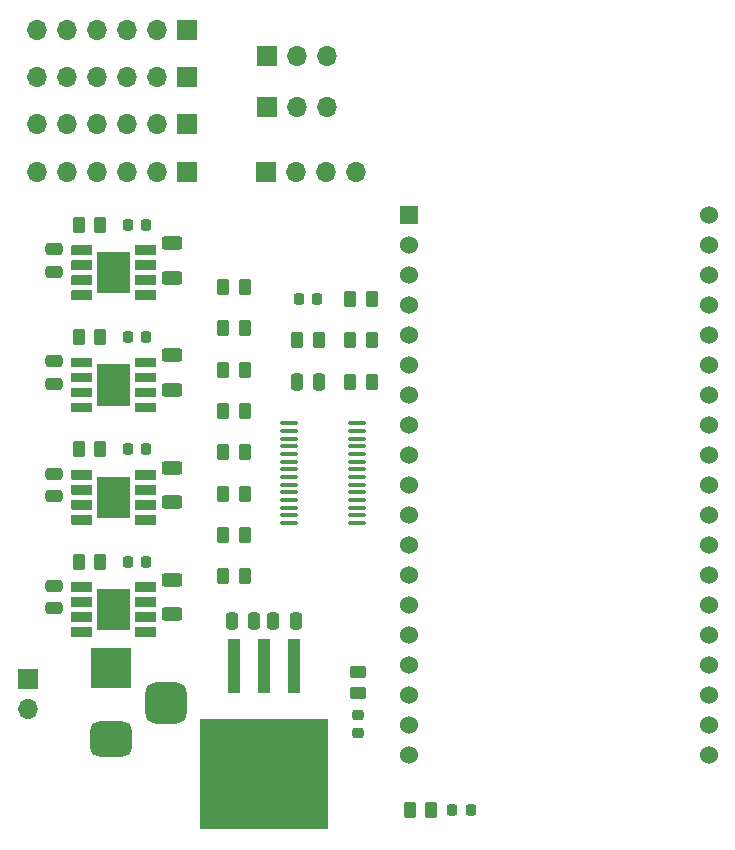
<source format=gbr>
%TF.GenerationSoftware,KiCad,Pcbnew,(6.0.9)*%
%TF.CreationDate,2023-05-03T14:40:21+10:00*%
%TF.ProjectId,Proj D,50726f6a-2044-42e6-9b69-6361645f7063,rev?*%
%TF.SameCoordinates,Original*%
%TF.FileFunction,Soldermask,Top*%
%TF.FilePolarity,Negative*%
%FSLAX46Y46*%
G04 Gerber Fmt 4.6, Leading zero omitted, Abs format (unit mm)*
G04 Created by KiCad (PCBNEW (6.0.9)) date 2023-05-03 14:40:21*
%MOMM*%
%LPD*%
G01*
G04 APERTURE LIST*
G04 Aperture macros list*
%AMRoundRect*
0 Rectangle with rounded corners*
0 $1 Rounding radius*
0 $2 $3 $4 $5 $6 $7 $8 $9 X,Y pos of 4 corners*
0 Add a 4 corners polygon primitive as box body*
4,1,4,$2,$3,$4,$5,$6,$7,$8,$9,$2,$3,0*
0 Add four circle primitives for the rounded corners*
1,1,$1+$1,$2,$3*
1,1,$1+$1,$4,$5*
1,1,$1+$1,$6,$7*
1,1,$1+$1,$8,$9*
0 Add four rect primitives between the rounded corners*
20,1,$1+$1,$2,$3,$4,$5,0*
20,1,$1+$1,$4,$5,$6,$7,0*
20,1,$1+$1,$6,$7,$8,$9,0*
20,1,$1+$1,$8,$9,$2,$3,0*%
G04 Aperture macros list end*
%ADD10C,0.010000*%
%ADD11R,1.100000X4.600000*%
%ADD12R,10.800000X9.400000*%
%ADD13RoundRect,0.250000X-0.250000X-0.475000X0.250000X-0.475000X0.250000X0.475000X-0.250000X0.475000X0*%
%ADD14RoundRect,0.250000X-0.262500X-0.450000X0.262500X-0.450000X0.262500X0.450000X-0.262500X0.450000X0*%
%ADD15RoundRect,0.250000X0.250000X0.475000X-0.250000X0.475000X-0.250000X-0.475000X0.250000X-0.475000X0*%
%ADD16RoundRect,0.250000X-0.625000X0.312500X-0.625000X-0.312500X0.625000X-0.312500X0.625000X0.312500X0*%
%ADD17RoundRect,0.218750X0.256250X-0.218750X0.256250X0.218750X-0.256250X0.218750X-0.256250X-0.218750X0*%
%ADD18RoundRect,0.250000X-0.475000X0.250000X-0.475000X-0.250000X0.475000X-0.250000X0.475000X0.250000X0*%
%ADD19R,1.700000X1.700000*%
%ADD20O,1.700000X1.700000*%
%ADD21RoundRect,0.218750X0.218750X0.256250X-0.218750X0.256250X-0.218750X-0.256250X0.218750X-0.256250X0*%
%ADD22R,1.530000X1.530000*%
%ADD23C,1.530000*%
%ADD24RoundRect,0.250000X0.262500X0.450000X-0.262500X0.450000X-0.262500X-0.450000X0.262500X-0.450000X0*%
%ADD25RoundRect,0.218750X-0.218750X-0.256250X0.218750X-0.256250X0.218750X0.256250X-0.218750X0.256250X0*%
%ADD26R,3.500000X3.500000*%
%ADD27RoundRect,0.750000X1.000000X-0.750000X1.000000X0.750000X-1.000000X0.750000X-1.000000X-0.750000X0*%
%ADD28RoundRect,0.875000X0.875000X-0.875000X0.875000X0.875000X-0.875000X0.875000X-0.875000X-0.875000X0*%
%ADD29RoundRect,0.100000X-0.637500X-0.100000X0.637500X-0.100000X0.637500X0.100000X-0.637500X0.100000X0*%
%ADD30RoundRect,0.250000X0.450000X-0.262500X0.450000X0.262500X-0.450000X0.262500X-0.450000X-0.262500X0*%
G04 APERTURE END LIST*
%TO.C,U4*%
G36*
X115353000Y-124496000D02*
G01*
X115355000Y-124496000D01*
X115358000Y-124497000D01*
X115360000Y-124497000D01*
X115363000Y-124498000D01*
X115365000Y-124499000D01*
X115368000Y-124500000D01*
X115370000Y-124502000D01*
X115372000Y-124503000D01*
X115374000Y-124505000D01*
X115376000Y-124506000D01*
X115384000Y-124514000D01*
X115385000Y-124516000D01*
X115387000Y-124518000D01*
X115388000Y-124520000D01*
X115390000Y-124522000D01*
X115391000Y-124525000D01*
X115392000Y-124527000D01*
X115393000Y-124530000D01*
X115393000Y-124532000D01*
X115394000Y-124535000D01*
X115394000Y-124537000D01*
X115395000Y-124540000D01*
X115395000Y-125190000D01*
X115394000Y-125193000D01*
X115394000Y-125195000D01*
X115393000Y-125198000D01*
X115393000Y-125200000D01*
X115392000Y-125203000D01*
X115391000Y-125205000D01*
X115390000Y-125208000D01*
X115388000Y-125210000D01*
X115387000Y-125212000D01*
X115385000Y-125214000D01*
X115384000Y-125216000D01*
X115376000Y-125224000D01*
X115374000Y-125225000D01*
X115372000Y-125227000D01*
X115370000Y-125228000D01*
X115368000Y-125230000D01*
X115365000Y-125231000D01*
X115363000Y-125232000D01*
X115360000Y-125233000D01*
X115358000Y-125233000D01*
X115355000Y-125234000D01*
X115353000Y-125234000D01*
X115350000Y-125235000D01*
X113750000Y-125235000D01*
X113747000Y-125234000D01*
X113745000Y-125234000D01*
X113742000Y-125233000D01*
X113740000Y-125233000D01*
X113737000Y-125232000D01*
X113735000Y-125231000D01*
X113732000Y-125230000D01*
X113730000Y-125228000D01*
X113728000Y-125227000D01*
X113726000Y-125225000D01*
X113724000Y-125224000D01*
X113716000Y-125216000D01*
X113715000Y-125214000D01*
X113713000Y-125212000D01*
X113712000Y-125210000D01*
X113710000Y-125208000D01*
X113709000Y-125205000D01*
X113708000Y-125203000D01*
X113707000Y-125200000D01*
X113707000Y-125198000D01*
X113706000Y-125195000D01*
X113706000Y-125193000D01*
X113705000Y-125190000D01*
X113705000Y-124540000D01*
X113706000Y-124537000D01*
X113706000Y-124535000D01*
X113707000Y-124532000D01*
X113707000Y-124530000D01*
X113708000Y-124527000D01*
X113709000Y-124525000D01*
X113710000Y-124522000D01*
X113712000Y-124520000D01*
X113713000Y-124518000D01*
X113715000Y-124516000D01*
X113716000Y-124514000D01*
X113724000Y-124506000D01*
X113726000Y-124505000D01*
X113728000Y-124503000D01*
X113730000Y-124502000D01*
X113732000Y-124500000D01*
X113735000Y-124499000D01*
X113737000Y-124498000D01*
X113740000Y-124497000D01*
X113742000Y-124497000D01*
X113745000Y-124496000D01*
X113747000Y-124496000D01*
X113750000Y-124495000D01*
X115350000Y-124495000D01*
X115353000Y-124496000D01*
G37*
D10*
X115353000Y-124496000D02*
X115355000Y-124496000D01*
X115358000Y-124497000D01*
X115360000Y-124497000D01*
X115363000Y-124498000D01*
X115365000Y-124499000D01*
X115368000Y-124500000D01*
X115370000Y-124502000D01*
X115372000Y-124503000D01*
X115374000Y-124505000D01*
X115376000Y-124506000D01*
X115384000Y-124514000D01*
X115385000Y-124516000D01*
X115387000Y-124518000D01*
X115388000Y-124520000D01*
X115390000Y-124522000D01*
X115391000Y-124525000D01*
X115392000Y-124527000D01*
X115393000Y-124530000D01*
X115393000Y-124532000D01*
X115394000Y-124535000D01*
X115394000Y-124537000D01*
X115395000Y-124540000D01*
X115395000Y-125190000D01*
X115394000Y-125193000D01*
X115394000Y-125195000D01*
X115393000Y-125198000D01*
X115393000Y-125200000D01*
X115392000Y-125203000D01*
X115391000Y-125205000D01*
X115390000Y-125208000D01*
X115388000Y-125210000D01*
X115387000Y-125212000D01*
X115385000Y-125214000D01*
X115384000Y-125216000D01*
X115376000Y-125224000D01*
X115374000Y-125225000D01*
X115372000Y-125227000D01*
X115370000Y-125228000D01*
X115368000Y-125230000D01*
X115365000Y-125231000D01*
X115363000Y-125232000D01*
X115360000Y-125233000D01*
X115358000Y-125233000D01*
X115355000Y-125234000D01*
X115353000Y-125234000D01*
X115350000Y-125235000D01*
X113750000Y-125235000D01*
X113747000Y-125234000D01*
X113745000Y-125234000D01*
X113742000Y-125233000D01*
X113740000Y-125233000D01*
X113737000Y-125232000D01*
X113735000Y-125231000D01*
X113732000Y-125230000D01*
X113730000Y-125228000D01*
X113728000Y-125227000D01*
X113726000Y-125225000D01*
X113724000Y-125224000D01*
X113716000Y-125216000D01*
X113715000Y-125214000D01*
X113713000Y-125212000D01*
X113712000Y-125210000D01*
X113710000Y-125208000D01*
X113709000Y-125205000D01*
X113708000Y-125203000D01*
X113707000Y-125200000D01*
X113707000Y-125198000D01*
X113706000Y-125195000D01*
X113706000Y-125193000D01*
X113705000Y-125190000D01*
X113705000Y-124540000D01*
X113706000Y-124537000D01*
X113706000Y-124535000D01*
X113707000Y-124532000D01*
X113707000Y-124530000D01*
X113708000Y-124527000D01*
X113709000Y-124525000D01*
X113710000Y-124522000D01*
X113712000Y-124520000D01*
X113713000Y-124518000D01*
X113715000Y-124516000D01*
X113716000Y-124514000D01*
X113724000Y-124506000D01*
X113726000Y-124505000D01*
X113728000Y-124503000D01*
X113730000Y-124502000D01*
X113732000Y-124500000D01*
X113735000Y-124499000D01*
X113737000Y-124498000D01*
X113740000Y-124497000D01*
X113742000Y-124497000D01*
X113745000Y-124496000D01*
X113747000Y-124496000D01*
X113750000Y-124495000D01*
X115350000Y-124495000D01*
X115353000Y-124496000D01*
G36*
X118605000Y-127200000D02*
G01*
X115895000Y-127200000D01*
X115895000Y-123800000D01*
X118605000Y-123800000D01*
X118605000Y-127200000D01*
G37*
X118605000Y-127200000D02*
X115895000Y-127200000D01*
X115895000Y-123800000D01*
X118605000Y-123800000D01*
X118605000Y-127200000D01*
G36*
X115353000Y-125766000D02*
G01*
X115355000Y-125766000D01*
X115358000Y-125767000D01*
X115360000Y-125767000D01*
X115363000Y-125768000D01*
X115365000Y-125769000D01*
X115368000Y-125770000D01*
X115370000Y-125772000D01*
X115372000Y-125773000D01*
X115374000Y-125775000D01*
X115376000Y-125776000D01*
X115384000Y-125784000D01*
X115385000Y-125786000D01*
X115387000Y-125788000D01*
X115388000Y-125790000D01*
X115390000Y-125792000D01*
X115391000Y-125795000D01*
X115392000Y-125797000D01*
X115393000Y-125800000D01*
X115393000Y-125802000D01*
X115394000Y-125805000D01*
X115394000Y-125807000D01*
X115395000Y-125810000D01*
X115395000Y-126460000D01*
X115394000Y-126463000D01*
X115394000Y-126465000D01*
X115393000Y-126468000D01*
X115393000Y-126470000D01*
X115392000Y-126473000D01*
X115391000Y-126475000D01*
X115390000Y-126478000D01*
X115388000Y-126480000D01*
X115387000Y-126482000D01*
X115385000Y-126484000D01*
X115384000Y-126486000D01*
X115376000Y-126494000D01*
X115374000Y-126495000D01*
X115372000Y-126497000D01*
X115370000Y-126498000D01*
X115368000Y-126500000D01*
X115365000Y-126501000D01*
X115363000Y-126502000D01*
X115360000Y-126503000D01*
X115358000Y-126503000D01*
X115355000Y-126504000D01*
X115353000Y-126504000D01*
X115350000Y-126505000D01*
X113750000Y-126505000D01*
X113747000Y-126504000D01*
X113745000Y-126504000D01*
X113742000Y-126503000D01*
X113740000Y-126503000D01*
X113737000Y-126502000D01*
X113735000Y-126501000D01*
X113732000Y-126500000D01*
X113730000Y-126498000D01*
X113728000Y-126497000D01*
X113726000Y-126495000D01*
X113724000Y-126494000D01*
X113716000Y-126486000D01*
X113715000Y-126484000D01*
X113713000Y-126482000D01*
X113712000Y-126480000D01*
X113710000Y-126478000D01*
X113709000Y-126475000D01*
X113708000Y-126473000D01*
X113707000Y-126470000D01*
X113707000Y-126468000D01*
X113706000Y-126465000D01*
X113706000Y-126463000D01*
X113705000Y-126460000D01*
X113705000Y-125810000D01*
X113706000Y-125807000D01*
X113706000Y-125805000D01*
X113707000Y-125802000D01*
X113707000Y-125800000D01*
X113708000Y-125797000D01*
X113709000Y-125795000D01*
X113710000Y-125792000D01*
X113712000Y-125790000D01*
X113713000Y-125788000D01*
X113715000Y-125786000D01*
X113716000Y-125784000D01*
X113724000Y-125776000D01*
X113726000Y-125775000D01*
X113728000Y-125773000D01*
X113730000Y-125772000D01*
X113732000Y-125770000D01*
X113735000Y-125769000D01*
X113737000Y-125768000D01*
X113740000Y-125767000D01*
X113742000Y-125767000D01*
X113745000Y-125766000D01*
X113747000Y-125766000D01*
X113750000Y-125765000D01*
X115350000Y-125765000D01*
X115353000Y-125766000D01*
G37*
X115353000Y-125766000D02*
X115355000Y-125766000D01*
X115358000Y-125767000D01*
X115360000Y-125767000D01*
X115363000Y-125768000D01*
X115365000Y-125769000D01*
X115368000Y-125770000D01*
X115370000Y-125772000D01*
X115372000Y-125773000D01*
X115374000Y-125775000D01*
X115376000Y-125776000D01*
X115384000Y-125784000D01*
X115385000Y-125786000D01*
X115387000Y-125788000D01*
X115388000Y-125790000D01*
X115390000Y-125792000D01*
X115391000Y-125795000D01*
X115392000Y-125797000D01*
X115393000Y-125800000D01*
X115393000Y-125802000D01*
X115394000Y-125805000D01*
X115394000Y-125807000D01*
X115395000Y-125810000D01*
X115395000Y-126460000D01*
X115394000Y-126463000D01*
X115394000Y-126465000D01*
X115393000Y-126468000D01*
X115393000Y-126470000D01*
X115392000Y-126473000D01*
X115391000Y-126475000D01*
X115390000Y-126478000D01*
X115388000Y-126480000D01*
X115387000Y-126482000D01*
X115385000Y-126484000D01*
X115384000Y-126486000D01*
X115376000Y-126494000D01*
X115374000Y-126495000D01*
X115372000Y-126497000D01*
X115370000Y-126498000D01*
X115368000Y-126500000D01*
X115365000Y-126501000D01*
X115363000Y-126502000D01*
X115360000Y-126503000D01*
X115358000Y-126503000D01*
X115355000Y-126504000D01*
X115353000Y-126504000D01*
X115350000Y-126505000D01*
X113750000Y-126505000D01*
X113747000Y-126504000D01*
X113745000Y-126504000D01*
X113742000Y-126503000D01*
X113740000Y-126503000D01*
X113737000Y-126502000D01*
X113735000Y-126501000D01*
X113732000Y-126500000D01*
X113730000Y-126498000D01*
X113728000Y-126497000D01*
X113726000Y-126495000D01*
X113724000Y-126494000D01*
X113716000Y-126486000D01*
X113715000Y-126484000D01*
X113713000Y-126482000D01*
X113712000Y-126480000D01*
X113710000Y-126478000D01*
X113709000Y-126475000D01*
X113708000Y-126473000D01*
X113707000Y-126470000D01*
X113707000Y-126468000D01*
X113706000Y-126465000D01*
X113706000Y-126463000D01*
X113705000Y-126460000D01*
X113705000Y-125810000D01*
X113706000Y-125807000D01*
X113706000Y-125805000D01*
X113707000Y-125802000D01*
X113707000Y-125800000D01*
X113708000Y-125797000D01*
X113709000Y-125795000D01*
X113710000Y-125792000D01*
X113712000Y-125790000D01*
X113713000Y-125788000D01*
X113715000Y-125786000D01*
X113716000Y-125784000D01*
X113724000Y-125776000D01*
X113726000Y-125775000D01*
X113728000Y-125773000D01*
X113730000Y-125772000D01*
X113732000Y-125770000D01*
X113735000Y-125769000D01*
X113737000Y-125768000D01*
X113740000Y-125767000D01*
X113742000Y-125767000D01*
X113745000Y-125766000D01*
X113747000Y-125766000D01*
X113750000Y-125765000D01*
X115350000Y-125765000D01*
X115353000Y-125766000D01*
G36*
X115353000Y-127036000D02*
G01*
X115355000Y-127036000D01*
X115358000Y-127037000D01*
X115360000Y-127037000D01*
X115363000Y-127038000D01*
X115365000Y-127039000D01*
X115368000Y-127040000D01*
X115370000Y-127042000D01*
X115372000Y-127043000D01*
X115374000Y-127045000D01*
X115376000Y-127046000D01*
X115384000Y-127054000D01*
X115385000Y-127056000D01*
X115387000Y-127058000D01*
X115388000Y-127060000D01*
X115390000Y-127062000D01*
X115391000Y-127065000D01*
X115392000Y-127067000D01*
X115393000Y-127070000D01*
X115393000Y-127072000D01*
X115394000Y-127075000D01*
X115394000Y-127077000D01*
X115395000Y-127080000D01*
X115395000Y-127730000D01*
X115394000Y-127733000D01*
X115394000Y-127735000D01*
X115393000Y-127738000D01*
X115393000Y-127740000D01*
X115392000Y-127743000D01*
X115391000Y-127745000D01*
X115390000Y-127748000D01*
X115388000Y-127750000D01*
X115387000Y-127752000D01*
X115385000Y-127754000D01*
X115384000Y-127756000D01*
X115376000Y-127764000D01*
X115374000Y-127765000D01*
X115372000Y-127767000D01*
X115370000Y-127768000D01*
X115368000Y-127770000D01*
X115365000Y-127771000D01*
X115363000Y-127772000D01*
X115360000Y-127773000D01*
X115358000Y-127773000D01*
X115355000Y-127774000D01*
X115353000Y-127774000D01*
X115350000Y-127775000D01*
X113750000Y-127775000D01*
X113747000Y-127774000D01*
X113745000Y-127774000D01*
X113742000Y-127773000D01*
X113740000Y-127773000D01*
X113737000Y-127772000D01*
X113735000Y-127771000D01*
X113732000Y-127770000D01*
X113730000Y-127768000D01*
X113728000Y-127767000D01*
X113726000Y-127765000D01*
X113724000Y-127764000D01*
X113716000Y-127756000D01*
X113715000Y-127754000D01*
X113713000Y-127752000D01*
X113712000Y-127750000D01*
X113710000Y-127748000D01*
X113709000Y-127745000D01*
X113708000Y-127743000D01*
X113707000Y-127740000D01*
X113707000Y-127738000D01*
X113706000Y-127735000D01*
X113706000Y-127733000D01*
X113705000Y-127730000D01*
X113705000Y-127080000D01*
X113706000Y-127077000D01*
X113706000Y-127075000D01*
X113707000Y-127072000D01*
X113707000Y-127070000D01*
X113708000Y-127067000D01*
X113709000Y-127065000D01*
X113710000Y-127062000D01*
X113712000Y-127060000D01*
X113713000Y-127058000D01*
X113715000Y-127056000D01*
X113716000Y-127054000D01*
X113724000Y-127046000D01*
X113726000Y-127045000D01*
X113728000Y-127043000D01*
X113730000Y-127042000D01*
X113732000Y-127040000D01*
X113735000Y-127039000D01*
X113737000Y-127038000D01*
X113740000Y-127037000D01*
X113742000Y-127037000D01*
X113745000Y-127036000D01*
X113747000Y-127036000D01*
X113750000Y-127035000D01*
X115350000Y-127035000D01*
X115353000Y-127036000D01*
G37*
X115353000Y-127036000D02*
X115355000Y-127036000D01*
X115358000Y-127037000D01*
X115360000Y-127037000D01*
X115363000Y-127038000D01*
X115365000Y-127039000D01*
X115368000Y-127040000D01*
X115370000Y-127042000D01*
X115372000Y-127043000D01*
X115374000Y-127045000D01*
X115376000Y-127046000D01*
X115384000Y-127054000D01*
X115385000Y-127056000D01*
X115387000Y-127058000D01*
X115388000Y-127060000D01*
X115390000Y-127062000D01*
X115391000Y-127065000D01*
X115392000Y-127067000D01*
X115393000Y-127070000D01*
X115393000Y-127072000D01*
X115394000Y-127075000D01*
X115394000Y-127077000D01*
X115395000Y-127080000D01*
X115395000Y-127730000D01*
X115394000Y-127733000D01*
X115394000Y-127735000D01*
X115393000Y-127738000D01*
X115393000Y-127740000D01*
X115392000Y-127743000D01*
X115391000Y-127745000D01*
X115390000Y-127748000D01*
X115388000Y-127750000D01*
X115387000Y-127752000D01*
X115385000Y-127754000D01*
X115384000Y-127756000D01*
X115376000Y-127764000D01*
X115374000Y-127765000D01*
X115372000Y-127767000D01*
X115370000Y-127768000D01*
X115368000Y-127770000D01*
X115365000Y-127771000D01*
X115363000Y-127772000D01*
X115360000Y-127773000D01*
X115358000Y-127773000D01*
X115355000Y-127774000D01*
X115353000Y-127774000D01*
X115350000Y-127775000D01*
X113750000Y-127775000D01*
X113747000Y-127774000D01*
X113745000Y-127774000D01*
X113742000Y-127773000D01*
X113740000Y-127773000D01*
X113737000Y-127772000D01*
X113735000Y-127771000D01*
X113732000Y-127770000D01*
X113730000Y-127768000D01*
X113728000Y-127767000D01*
X113726000Y-127765000D01*
X113724000Y-127764000D01*
X113716000Y-127756000D01*
X113715000Y-127754000D01*
X113713000Y-127752000D01*
X113712000Y-127750000D01*
X113710000Y-127748000D01*
X113709000Y-127745000D01*
X113708000Y-127743000D01*
X113707000Y-127740000D01*
X113707000Y-127738000D01*
X113706000Y-127735000D01*
X113706000Y-127733000D01*
X113705000Y-127730000D01*
X113705000Y-127080000D01*
X113706000Y-127077000D01*
X113706000Y-127075000D01*
X113707000Y-127072000D01*
X113707000Y-127070000D01*
X113708000Y-127067000D01*
X113709000Y-127065000D01*
X113710000Y-127062000D01*
X113712000Y-127060000D01*
X113713000Y-127058000D01*
X113715000Y-127056000D01*
X113716000Y-127054000D01*
X113724000Y-127046000D01*
X113726000Y-127045000D01*
X113728000Y-127043000D01*
X113730000Y-127042000D01*
X113732000Y-127040000D01*
X113735000Y-127039000D01*
X113737000Y-127038000D01*
X113740000Y-127037000D01*
X113742000Y-127037000D01*
X113745000Y-127036000D01*
X113747000Y-127036000D01*
X113750000Y-127035000D01*
X115350000Y-127035000D01*
X115353000Y-127036000D01*
G36*
X120753000Y-127036000D02*
G01*
X120755000Y-127036000D01*
X120758000Y-127037000D01*
X120760000Y-127037000D01*
X120763000Y-127038000D01*
X120765000Y-127039000D01*
X120768000Y-127040000D01*
X120770000Y-127042000D01*
X120772000Y-127043000D01*
X120774000Y-127045000D01*
X120776000Y-127046000D01*
X120784000Y-127054000D01*
X120785000Y-127056000D01*
X120787000Y-127058000D01*
X120788000Y-127060000D01*
X120790000Y-127062000D01*
X120791000Y-127065000D01*
X120792000Y-127067000D01*
X120793000Y-127070000D01*
X120793000Y-127072000D01*
X120794000Y-127075000D01*
X120794000Y-127077000D01*
X120795000Y-127080000D01*
X120795000Y-127730000D01*
X120794000Y-127733000D01*
X120794000Y-127735000D01*
X120793000Y-127738000D01*
X120793000Y-127740000D01*
X120792000Y-127743000D01*
X120791000Y-127745000D01*
X120790000Y-127748000D01*
X120788000Y-127750000D01*
X120787000Y-127752000D01*
X120785000Y-127754000D01*
X120784000Y-127756000D01*
X120776000Y-127764000D01*
X120774000Y-127765000D01*
X120772000Y-127767000D01*
X120770000Y-127768000D01*
X120768000Y-127770000D01*
X120765000Y-127771000D01*
X120763000Y-127772000D01*
X120760000Y-127773000D01*
X120758000Y-127773000D01*
X120755000Y-127774000D01*
X120753000Y-127774000D01*
X120750000Y-127775000D01*
X119150000Y-127775000D01*
X119147000Y-127774000D01*
X119145000Y-127774000D01*
X119142000Y-127773000D01*
X119140000Y-127773000D01*
X119137000Y-127772000D01*
X119135000Y-127771000D01*
X119132000Y-127770000D01*
X119130000Y-127768000D01*
X119128000Y-127767000D01*
X119126000Y-127765000D01*
X119124000Y-127764000D01*
X119116000Y-127756000D01*
X119115000Y-127754000D01*
X119113000Y-127752000D01*
X119112000Y-127750000D01*
X119110000Y-127748000D01*
X119109000Y-127745000D01*
X119108000Y-127743000D01*
X119107000Y-127740000D01*
X119107000Y-127738000D01*
X119106000Y-127735000D01*
X119106000Y-127733000D01*
X119105000Y-127730000D01*
X119105000Y-127080000D01*
X119106000Y-127077000D01*
X119106000Y-127075000D01*
X119107000Y-127072000D01*
X119107000Y-127070000D01*
X119108000Y-127067000D01*
X119109000Y-127065000D01*
X119110000Y-127062000D01*
X119112000Y-127060000D01*
X119113000Y-127058000D01*
X119115000Y-127056000D01*
X119116000Y-127054000D01*
X119124000Y-127046000D01*
X119126000Y-127045000D01*
X119128000Y-127043000D01*
X119130000Y-127042000D01*
X119132000Y-127040000D01*
X119135000Y-127039000D01*
X119137000Y-127038000D01*
X119140000Y-127037000D01*
X119142000Y-127037000D01*
X119145000Y-127036000D01*
X119147000Y-127036000D01*
X119150000Y-127035000D01*
X120750000Y-127035000D01*
X120753000Y-127036000D01*
G37*
X120753000Y-127036000D02*
X120755000Y-127036000D01*
X120758000Y-127037000D01*
X120760000Y-127037000D01*
X120763000Y-127038000D01*
X120765000Y-127039000D01*
X120768000Y-127040000D01*
X120770000Y-127042000D01*
X120772000Y-127043000D01*
X120774000Y-127045000D01*
X120776000Y-127046000D01*
X120784000Y-127054000D01*
X120785000Y-127056000D01*
X120787000Y-127058000D01*
X120788000Y-127060000D01*
X120790000Y-127062000D01*
X120791000Y-127065000D01*
X120792000Y-127067000D01*
X120793000Y-127070000D01*
X120793000Y-127072000D01*
X120794000Y-127075000D01*
X120794000Y-127077000D01*
X120795000Y-127080000D01*
X120795000Y-127730000D01*
X120794000Y-127733000D01*
X120794000Y-127735000D01*
X120793000Y-127738000D01*
X120793000Y-127740000D01*
X120792000Y-127743000D01*
X120791000Y-127745000D01*
X120790000Y-127748000D01*
X120788000Y-127750000D01*
X120787000Y-127752000D01*
X120785000Y-127754000D01*
X120784000Y-127756000D01*
X120776000Y-127764000D01*
X120774000Y-127765000D01*
X120772000Y-127767000D01*
X120770000Y-127768000D01*
X120768000Y-127770000D01*
X120765000Y-127771000D01*
X120763000Y-127772000D01*
X120760000Y-127773000D01*
X120758000Y-127773000D01*
X120755000Y-127774000D01*
X120753000Y-127774000D01*
X120750000Y-127775000D01*
X119150000Y-127775000D01*
X119147000Y-127774000D01*
X119145000Y-127774000D01*
X119142000Y-127773000D01*
X119140000Y-127773000D01*
X119137000Y-127772000D01*
X119135000Y-127771000D01*
X119132000Y-127770000D01*
X119130000Y-127768000D01*
X119128000Y-127767000D01*
X119126000Y-127765000D01*
X119124000Y-127764000D01*
X119116000Y-127756000D01*
X119115000Y-127754000D01*
X119113000Y-127752000D01*
X119112000Y-127750000D01*
X119110000Y-127748000D01*
X119109000Y-127745000D01*
X119108000Y-127743000D01*
X119107000Y-127740000D01*
X119107000Y-127738000D01*
X119106000Y-127735000D01*
X119106000Y-127733000D01*
X119105000Y-127730000D01*
X119105000Y-127080000D01*
X119106000Y-127077000D01*
X119106000Y-127075000D01*
X119107000Y-127072000D01*
X119107000Y-127070000D01*
X119108000Y-127067000D01*
X119109000Y-127065000D01*
X119110000Y-127062000D01*
X119112000Y-127060000D01*
X119113000Y-127058000D01*
X119115000Y-127056000D01*
X119116000Y-127054000D01*
X119124000Y-127046000D01*
X119126000Y-127045000D01*
X119128000Y-127043000D01*
X119130000Y-127042000D01*
X119132000Y-127040000D01*
X119135000Y-127039000D01*
X119137000Y-127038000D01*
X119140000Y-127037000D01*
X119142000Y-127037000D01*
X119145000Y-127036000D01*
X119147000Y-127036000D01*
X119150000Y-127035000D01*
X120750000Y-127035000D01*
X120753000Y-127036000D01*
G36*
X120753000Y-124496000D02*
G01*
X120755000Y-124496000D01*
X120758000Y-124497000D01*
X120760000Y-124497000D01*
X120763000Y-124498000D01*
X120765000Y-124499000D01*
X120768000Y-124500000D01*
X120770000Y-124502000D01*
X120772000Y-124503000D01*
X120774000Y-124505000D01*
X120776000Y-124506000D01*
X120784000Y-124514000D01*
X120785000Y-124516000D01*
X120787000Y-124518000D01*
X120788000Y-124520000D01*
X120790000Y-124522000D01*
X120791000Y-124525000D01*
X120792000Y-124527000D01*
X120793000Y-124530000D01*
X120793000Y-124532000D01*
X120794000Y-124535000D01*
X120794000Y-124537000D01*
X120795000Y-124540000D01*
X120795000Y-125190000D01*
X120794000Y-125193000D01*
X120794000Y-125195000D01*
X120793000Y-125198000D01*
X120793000Y-125200000D01*
X120792000Y-125203000D01*
X120791000Y-125205000D01*
X120790000Y-125208000D01*
X120788000Y-125210000D01*
X120787000Y-125212000D01*
X120785000Y-125214000D01*
X120784000Y-125216000D01*
X120776000Y-125224000D01*
X120774000Y-125225000D01*
X120772000Y-125227000D01*
X120770000Y-125228000D01*
X120768000Y-125230000D01*
X120765000Y-125231000D01*
X120763000Y-125232000D01*
X120760000Y-125233000D01*
X120758000Y-125233000D01*
X120755000Y-125234000D01*
X120753000Y-125234000D01*
X120750000Y-125235000D01*
X119150000Y-125235000D01*
X119147000Y-125234000D01*
X119145000Y-125234000D01*
X119142000Y-125233000D01*
X119140000Y-125233000D01*
X119137000Y-125232000D01*
X119135000Y-125231000D01*
X119132000Y-125230000D01*
X119130000Y-125228000D01*
X119128000Y-125227000D01*
X119126000Y-125225000D01*
X119124000Y-125224000D01*
X119116000Y-125216000D01*
X119115000Y-125214000D01*
X119113000Y-125212000D01*
X119112000Y-125210000D01*
X119110000Y-125208000D01*
X119109000Y-125205000D01*
X119108000Y-125203000D01*
X119107000Y-125200000D01*
X119107000Y-125198000D01*
X119106000Y-125195000D01*
X119106000Y-125193000D01*
X119105000Y-125190000D01*
X119105000Y-124540000D01*
X119106000Y-124537000D01*
X119106000Y-124535000D01*
X119107000Y-124532000D01*
X119107000Y-124530000D01*
X119108000Y-124527000D01*
X119109000Y-124525000D01*
X119110000Y-124522000D01*
X119112000Y-124520000D01*
X119113000Y-124518000D01*
X119115000Y-124516000D01*
X119116000Y-124514000D01*
X119124000Y-124506000D01*
X119126000Y-124505000D01*
X119128000Y-124503000D01*
X119130000Y-124502000D01*
X119132000Y-124500000D01*
X119135000Y-124499000D01*
X119137000Y-124498000D01*
X119140000Y-124497000D01*
X119142000Y-124497000D01*
X119145000Y-124496000D01*
X119147000Y-124496000D01*
X119150000Y-124495000D01*
X120750000Y-124495000D01*
X120753000Y-124496000D01*
G37*
X120753000Y-124496000D02*
X120755000Y-124496000D01*
X120758000Y-124497000D01*
X120760000Y-124497000D01*
X120763000Y-124498000D01*
X120765000Y-124499000D01*
X120768000Y-124500000D01*
X120770000Y-124502000D01*
X120772000Y-124503000D01*
X120774000Y-124505000D01*
X120776000Y-124506000D01*
X120784000Y-124514000D01*
X120785000Y-124516000D01*
X120787000Y-124518000D01*
X120788000Y-124520000D01*
X120790000Y-124522000D01*
X120791000Y-124525000D01*
X120792000Y-124527000D01*
X120793000Y-124530000D01*
X120793000Y-124532000D01*
X120794000Y-124535000D01*
X120794000Y-124537000D01*
X120795000Y-124540000D01*
X120795000Y-125190000D01*
X120794000Y-125193000D01*
X120794000Y-125195000D01*
X120793000Y-125198000D01*
X120793000Y-125200000D01*
X120792000Y-125203000D01*
X120791000Y-125205000D01*
X120790000Y-125208000D01*
X120788000Y-125210000D01*
X120787000Y-125212000D01*
X120785000Y-125214000D01*
X120784000Y-125216000D01*
X120776000Y-125224000D01*
X120774000Y-125225000D01*
X120772000Y-125227000D01*
X120770000Y-125228000D01*
X120768000Y-125230000D01*
X120765000Y-125231000D01*
X120763000Y-125232000D01*
X120760000Y-125233000D01*
X120758000Y-125233000D01*
X120755000Y-125234000D01*
X120753000Y-125234000D01*
X120750000Y-125235000D01*
X119150000Y-125235000D01*
X119147000Y-125234000D01*
X119145000Y-125234000D01*
X119142000Y-125233000D01*
X119140000Y-125233000D01*
X119137000Y-125232000D01*
X119135000Y-125231000D01*
X119132000Y-125230000D01*
X119130000Y-125228000D01*
X119128000Y-125227000D01*
X119126000Y-125225000D01*
X119124000Y-125224000D01*
X119116000Y-125216000D01*
X119115000Y-125214000D01*
X119113000Y-125212000D01*
X119112000Y-125210000D01*
X119110000Y-125208000D01*
X119109000Y-125205000D01*
X119108000Y-125203000D01*
X119107000Y-125200000D01*
X119107000Y-125198000D01*
X119106000Y-125195000D01*
X119106000Y-125193000D01*
X119105000Y-125190000D01*
X119105000Y-124540000D01*
X119106000Y-124537000D01*
X119106000Y-124535000D01*
X119107000Y-124532000D01*
X119107000Y-124530000D01*
X119108000Y-124527000D01*
X119109000Y-124525000D01*
X119110000Y-124522000D01*
X119112000Y-124520000D01*
X119113000Y-124518000D01*
X119115000Y-124516000D01*
X119116000Y-124514000D01*
X119124000Y-124506000D01*
X119126000Y-124505000D01*
X119128000Y-124503000D01*
X119130000Y-124502000D01*
X119132000Y-124500000D01*
X119135000Y-124499000D01*
X119137000Y-124498000D01*
X119140000Y-124497000D01*
X119142000Y-124497000D01*
X119145000Y-124496000D01*
X119147000Y-124496000D01*
X119150000Y-124495000D01*
X120750000Y-124495000D01*
X120753000Y-124496000D01*
G36*
X120753000Y-125766000D02*
G01*
X120755000Y-125766000D01*
X120758000Y-125767000D01*
X120760000Y-125767000D01*
X120763000Y-125768000D01*
X120765000Y-125769000D01*
X120768000Y-125770000D01*
X120770000Y-125772000D01*
X120772000Y-125773000D01*
X120774000Y-125775000D01*
X120776000Y-125776000D01*
X120784000Y-125784000D01*
X120785000Y-125786000D01*
X120787000Y-125788000D01*
X120788000Y-125790000D01*
X120790000Y-125792000D01*
X120791000Y-125795000D01*
X120792000Y-125797000D01*
X120793000Y-125800000D01*
X120793000Y-125802000D01*
X120794000Y-125805000D01*
X120794000Y-125807000D01*
X120795000Y-125810000D01*
X120795000Y-126460000D01*
X120794000Y-126463000D01*
X120794000Y-126465000D01*
X120793000Y-126468000D01*
X120793000Y-126470000D01*
X120792000Y-126473000D01*
X120791000Y-126475000D01*
X120790000Y-126478000D01*
X120788000Y-126480000D01*
X120787000Y-126482000D01*
X120785000Y-126484000D01*
X120784000Y-126486000D01*
X120776000Y-126494000D01*
X120774000Y-126495000D01*
X120772000Y-126497000D01*
X120770000Y-126498000D01*
X120768000Y-126500000D01*
X120765000Y-126501000D01*
X120763000Y-126502000D01*
X120760000Y-126503000D01*
X120758000Y-126503000D01*
X120755000Y-126504000D01*
X120753000Y-126504000D01*
X120750000Y-126505000D01*
X119150000Y-126505000D01*
X119147000Y-126504000D01*
X119145000Y-126504000D01*
X119142000Y-126503000D01*
X119140000Y-126503000D01*
X119137000Y-126502000D01*
X119135000Y-126501000D01*
X119132000Y-126500000D01*
X119130000Y-126498000D01*
X119128000Y-126497000D01*
X119126000Y-126495000D01*
X119124000Y-126494000D01*
X119116000Y-126486000D01*
X119115000Y-126484000D01*
X119113000Y-126482000D01*
X119112000Y-126480000D01*
X119110000Y-126478000D01*
X119109000Y-126475000D01*
X119108000Y-126473000D01*
X119107000Y-126470000D01*
X119107000Y-126468000D01*
X119106000Y-126465000D01*
X119106000Y-126463000D01*
X119105000Y-126460000D01*
X119105000Y-125810000D01*
X119106000Y-125807000D01*
X119106000Y-125805000D01*
X119107000Y-125802000D01*
X119107000Y-125800000D01*
X119108000Y-125797000D01*
X119109000Y-125795000D01*
X119110000Y-125792000D01*
X119112000Y-125790000D01*
X119113000Y-125788000D01*
X119115000Y-125786000D01*
X119116000Y-125784000D01*
X119124000Y-125776000D01*
X119126000Y-125775000D01*
X119128000Y-125773000D01*
X119130000Y-125772000D01*
X119132000Y-125770000D01*
X119135000Y-125769000D01*
X119137000Y-125768000D01*
X119140000Y-125767000D01*
X119142000Y-125767000D01*
X119145000Y-125766000D01*
X119147000Y-125766000D01*
X119150000Y-125765000D01*
X120750000Y-125765000D01*
X120753000Y-125766000D01*
G37*
X120753000Y-125766000D02*
X120755000Y-125766000D01*
X120758000Y-125767000D01*
X120760000Y-125767000D01*
X120763000Y-125768000D01*
X120765000Y-125769000D01*
X120768000Y-125770000D01*
X120770000Y-125772000D01*
X120772000Y-125773000D01*
X120774000Y-125775000D01*
X120776000Y-125776000D01*
X120784000Y-125784000D01*
X120785000Y-125786000D01*
X120787000Y-125788000D01*
X120788000Y-125790000D01*
X120790000Y-125792000D01*
X120791000Y-125795000D01*
X120792000Y-125797000D01*
X120793000Y-125800000D01*
X120793000Y-125802000D01*
X120794000Y-125805000D01*
X120794000Y-125807000D01*
X120795000Y-125810000D01*
X120795000Y-126460000D01*
X120794000Y-126463000D01*
X120794000Y-126465000D01*
X120793000Y-126468000D01*
X120793000Y-126470000D01*
X120792000Y-126473000D01*
X120791000Y-126475000D01*
X120790000Y-126478000D01*
X120788000Y-126480000D01*
X120787000Y-126482000D01*
X120785000Y-126484000D01*
X120784000Y-126486000D01*
X120776000Y-126494000D01*
X120774000Y-126495000D01*
X120772000Y-126497000D01*
X120770000Y-126498000D01*
X120768000Y-126500000D01*
X120765000Y-126501000D01*
X120763000Y-126502000D01*
X120760000Y-126503000D01*
X120758000Y-126503000D01*
X120755000Y-126504000D01*
X120753000Y-126504000D01*
X120750000Y-126505000D01*
X119150000Y-126505000D01*
X119147000Y-126504000D01*
X119145000Y-126504000D01*
X119142000Y-126503000D01*
X119140000Y-126503000D01*
X119137000Y-126502000D01*
X119135000Y-126501000D01*
X119132000Y-126500000D01*
X119130000Y-126498000D01*
X119128000Y-126497000D01*
X119126000Y-126495000D01*
X119124000Y-126494000D01*
X119116000Y-126486000D01*
X119115000Y-126484000D01*
X119113000Y-126482000D01*
X119112000Y-126480000D01*
X119110000Y-126478000D01*
X119109000Y-126475000D01*
X119108000Y-126473000D01*
X119107000Y-126470000D01*
X119107000Y-126468000D01*
X119106000Y-126465000D01*
X119106000Y-126463000D01*
X119105000Y-126460000D01*
X119105000Y-125810000D01*
X119106000Y-125807000D01*
X119106000Y-125805000D01*
X119107000Y-125802000D01*
X119107000Y-125800000D01*
X119108000Y-125797000D01*
X119109000Y-125795000D01*
X119110000Y-125792000D01*
X119112000Y-125790000D01*
X119113000Y-125788000D01*
X119115000Y-125786000D01*
X119116000Y-125784000D01*
X119124000Y-125776000D01*
X119126000Y-125775000D01*
X119128000Y-125773000D01*
X119130000Y-125772000D01*
X119132000Y-125770000D01*
X119135000Y-125769000D01*
X119137000Y-125768000D01*
X119140000Y-125767000D01*
X119142000Y-125767000D01*
X119145000Y-125766000D01*
X119147000Y-125766000D01*
X119150000Y-125765000D01*
X120750000Y-125765000D01*
X120753000Y-125766000D01*
G36*
X120753000Y-123226000D02*
G01*
X120755000Y-123226000D01*
X120758000Y-123227000D01*
X120760000Y-123227000D01*
X120763000Y-123228000D01*
X120765000Y-123229000D01*
X120768000Y-123230000D01*
X120770000Y-123232000D01*
X120772000Y-123233000D01*
X120774000Y-123235000D01*
X120776000Y-123236000D01*
X120784000Y-123244000D01*
X120785000Y-123246000D01*
X120787000Y-123248000D01*
X120788000Y-123250000D01*
X120790000Y-123252000D01*
X120791000Y-123255000D01*
X120792000Y-123257000D01*
X120793000Y-123260000D01*
X120793000Y-123262000D01*
X120794000Y-123265000D01*
X120794000Y-123267000D01*
X120795000Y-123270000D01*
X120795000Y-123920000D01*
X120794000Y-123923000D01*
X120794000Y-123925000D01*
X120793000Y-123928000D01*
X120793000Y-123930000D01*
X120792000Y-123933000D01*
X120791000Y-123935000D01*
X120790000Y-123938000D01*
X120788000Y-123940000D01*
X120787000Y-123942000D01*
X120785000Y-123944000D01*
X120784000Y-123946000D01*
X120776000Y-123954000D01*
X120774000Y-123955000D01*
X120772000Y-123957000D01*
X120770000Y-123958000D01*
X120768000Y-123960000D01*
X120765000Y-123961000D01*
X120763000Y-123962000D01*
X120760000Y-123963000D01*
X120758000Y-123963000D01*
X120755000Y-123964000D01*
X120753000Y-123964000D01*
X120750000Y-123965000D01*
X119150000Y-123965000D01*
X119147000Y-123964000D01*
X119145000Y-123964000D01*
X119142000Y-123963000D01*
X119140000Y-123963000D01*
X119137000Y-123962000D01*
X119135000Y-123961000D01*
X119132000Y-123960000D01*
X119130000Y-123958000D01*
X119128000Y-123957000D01*
X119126000Y-123955000D01*
X119124000Y-123954000D01*
X119116000Y-123946000D01*
X119115000Y-123944000D01*
X119113000Y-123942000D01*
X119112000Y-123940000D01*
X119110000Y-123938000D01*
X119109000Y-123935000D01*
X119108000Y-123933000D01*
X119107000Y-123930000D01*
X119107000Y-123928000D01*
X119106000Y-123925000D01*
X119106000Y-123923000D01*
X119105000Y-123920000D01*
X119105000Y-123270000D01*
X119106000Y-123267000D01*
X119106000Y-123265000D01*
X119107000Y-123262000D01*
X119107000Y-123260000D01*
X119108000Y-123257000D01*
X119109000Y-123255000D01*
X119110000Y-123252000D01*
X119112000Y-123250000D01*
X119113000Y-123248000D01*
X119115000Y-123246000D01*
X119116000Y-123244000D01*
X119124000Y-123236000D01*
X119126000Y-123235000D01*
X119128000Y-123233000D01*
X119130000Y-123232000D01*
X119132000Y-123230000D01*
X119135000Y-123229000D01*
X119137000Y-123228000D01*
X119140000Y-123227000D01*
X119142000Y-123227000D01*
X119145000Y-123226000D01*
X119147000Y-123226000D01*
X119150000Y-123225000D01*
X120750000Y-123225000D01*
X120753000Y-123226000D01*
G37*
X120753000Y-123226000D02*
X120755000Y-123226000D01*
X120758000Y-123227000D01*
X120760000Y-123227000D01*
X120763000Y-123228000D01*
X120765000Y-123229000D01*
X120768000Y-123230000D01*
X120770000Y-123232000D01*
X120772000Y-123233000D01*
X120774000Y-123235000D01*
X120776000Y-123236000D01*
X120784000Y-123244000D01*
X120785000Y-123246000D01*
X120787000Y-123248000D01*
X120788000Y-123250000D01*
X120790000Y-123252000D01*
X120791000Y-123255000D01*
X120792000Y-123257000D01*
X120793000Y-123260000D01*
X120793000Y-123262000D01*
X120794000Y-123265000D01*
X120794000Y-123267000D01*
X120795000Y-123270000D01*
X120795000Y-123920000D01*
X120794000Y-123923000D01*
X120794000Y-123925000D01*
X120793000Y-123928000D01*
X120793000Y-123930000D01*
X120792000Y-123933000D01*
X120791000Y-123935000D01*
X120790000Y-123938000D01*
X120788000Y-123940000D01*
X120787000Y-123942000D01*
X120785000Y-123944000D01*
X120784000Y-123946000D01*
X120776000Y-123954000D01*
X120774000Y-123955000D01*
X120772000Y-123957000D01*
X120770000Y-123958000D01*
X120768000Y-123960000D01*
X120765000Y-123961000D01*
X120763000Y-123962000D01*
X120760000Y-123963000D01*
X120758000Y-123963000D01*
X120755000Y-123964000D01*
X120753000Y-123964000D01*
X120750000Y-123965000D01*
X119150000Y-123965000D01*
X119147000Y-123964000D01*
X119145000Y-123964000D01*
X119142000Y-123963000D01*
X119140000Y-123963000D01*
X119137000Y-123962000D01*
X119135000Y-123961000D01*
X119132000Y-123960000D01*
X119130000Y-123958000D01*
X119128000Y-123957000D01*
X119126000Y-123955000D01*
X119124000Y-123954000D01*
X119116000Y-123946000D01*
X119115000Y-123944000D01*
X119113000Y-123942000D01*
X119112000Y-123940000D01*
X119110000Y-123938000D01*
X119109000Y-123935000D01*
X119108000Y-123933000D01*
X119107000Y-123930000D01*
X119107000Y-123928000D01*
X119106000Y-123925000D01*
X119106000Y-123923000D01*
X119105000Y-123920000D01*
X119105000Y-123270000D01*
X119106000Y-123267000D01*
X119106000Y-123265000D01*
X119107000Y-123262000D01*
X119107000Y-123260000D01*
X119108000Y-123257000D01*
X119109000Y-123255000D01*
X119110000Y-123252000D01*
X119112000Y-123250000D01*
X119113000Y-123248000D01*
X119115000Y-123246000D01*
X119116000Y-123244000D01*
X119124000Y-123236000D01*
X119126000Y-123235000D01*
X119128000Y-123233000D01*
X119130000Y-123232000D01*
X119132000Y-123230000D01*
X119135000Y-123229000D01*
X119137000Y-123228000D01*
X119140000Y-123227000D01*
X119142000Y-123227000D01*
X119145000Y-123226000D01*
X119147000Y-123226000D01*
X119150000Y-123225000D01*
X120750000Y-123225000D01*
X120753000Y-123226000D01*
G36*
X115353000Y-123226000D02*
G01*
X115355000Y-123226000D01*
X115358000Y-123227000D01*
X115360000Y-123227000D01*
X115363000Y-123228000D01*
X115365000Y-123229000D01*
X115368000Y-123230000D01*
X115370000Y-123232000D01*
X115372000Y-123233000D01*
X115374000Y-123235000D01*
X115376000Y-123236000D01*
X115384000Y-123244000D01*
X115385000Y-123246000D01*
X115387000Y-123248000D01*
X115388000Y-123250000D01*
X115390000Y-123252000D01*
X115391000Y-123255000D01*
X115392000Y-123257000D01*
X115393000Y-123260000D01*
X115393000Y-123262000D01*
X115394000Y-123265000D01*
X115394000Y-123267000D01*
X115395000Y-123270000D01*
X115395000Y-123920000D01*
X115394000Y-123923000D01*
X115394000Y-123925000D01*
X115393000Y-123928000D01*
X115393000Y-123930000D01*
X115392000Y-123933000D01*
X115391000Y-123935000D01*
X115390000Y-123938000D01*
X115388000Y-123940000D01*
X115387000Y-123942000D01*
X115385000Y-123944000D01*
X115384000Y-123946000D01*
X115376000Y-123954000D01*
X115374000Y-123955000D01*
X115372000Y-123957000D01*
X115370000Y-123958000D01*
X115368000Y-123960000D01*
X115365000Y-123961000D01*
X115363000Y-123962000D01*
X115360000Y-123963000D01*
X115358000Y-123963000D01*
X115355000Y-123964000D01*
X115353000Y-123964000D01*
X115350000Y-123965000D01*
X113750000Y-123965000D01*
X113747000Y-123964000D01*
X113745000Y-123964000D01*
X113742000Y-123963000D01*
X113740000Y-123963000D01*
X113737000Y-123962000D01*
X113735000Y-123961000D01*
X113732000Y-123960000D01*
X113730000Y-123958000D01*
X113728000Y-123957000D01*
X113726000Y-123955000D01*
X113724000Y-123954000D01*
X113716000Y-123946000D01*
X113715000Y-123944000D01*
X113713000Y-123942000D01*
X113712000Y-123940000D01*
X113710000Y-123938000D01*
X113709000Y-123935000D01*
X113708000Y-123933000D01*
X113707000Y-123930000D01*
X113707000Y-123928000D01*
X113706000Y-123925000D01*
X113706000Y-123923000D01*
X113705000Y-123920000D01*
X113705000Y-123270000D01*
X113706000Y-123267000D01*
X113706000Y-123265000D01*
X113707000Y-123262000D01*
X113707000Y-123260000D01*
X113708000Y-123257000D01*
X113709000Y-123255000D01*
X113710000Y-123252000D01*
X113712000Y-123250000D01*
X113713000Y-123248000D01*
X113715000Y-123246000D01*
X113716000Y-123244000D01*
X113724000Y-123236000D01*
X113726000Y-123235000D01*
X113728000Y-123233000D01*
X113730000Y-123232000D01*
X113732000Y-123230000D01*
X113735000Y-123229000D01*
X113737000Y-123228000D01*
X113740000Y-123227000D01*
X113742000Y-123227000D01*
X113745000Y-123226000D01*
X113747000Y-123226000D01*
X113750000Y-123225000D01*
X115350000Y-123225000D01*
X115353000Y-123226000D01*
G37*
X115353000Y-123226000D02*
X115355000Y-123226000D01*
X115358000Y-123227000D01*
X115360000Y-123227000D01*
X115363000Y-123228000D01*
X115365000Y-123229000D01*
X115368000Y-123230000D01*
X115370000Y-123232000D01*
X115372000Y-123233000D01*
X115374000Y-123235000D01*
X115376000Y-123236000D01*
X115384000Y-123244000D01*
X115385000Y-123246000D01*
X115387000Y-123248000D01*
X115388000Y-123250000D01*
X115390000Y-123252000D01*
X115391000Y-123255000D01*
X115392000Y-123257000D01*
X115393000Y-123260000D01*
X115393000Y-123262000D01*
X115394000Y-123265000D01*
X115394000Y-123267000D01*
X115395000Y-123270000D01*
X115395000Y-123920000D01*
X115394000Y-123923000D01*
X115394000Y-123925000D01*
X115393000Y-123928000D01*
X115393000Y-123930000D01*
X115392000Y-123933000D01*
X115391000Y-123935000D01*
X115390000Y-123938000D01*
X115388000Y-123940000D01*
X115387000Y-123942000D01*
X115385000Y-123944000D01*
X115384000Y-123946000D01*
X115376000Y-123954000D01*
X115374000Y-123955000D01*
X115372000Y-123957000D01*
X115370000Y-123958000D01*
X115368000Y-123960000D01*
X115365000Y-123961000D01*
X115363000Y-123962000D01*
X115360000Y-123963000D01*
X115358000Y-123963000D01*
X115355000Y-123964000D01*
X115353000Y-123964000D01*
X115350000Y-123965000D01*
X113750000Y-123965000D01*
X113747000Y-123964000D01*
X113745000Y-123964000D01*
X113742000Y-123963000D01*
X113740000Y-123963000D01*
X113737000Y-123962000D01*
X113735000Y-123961000D01*
X113732000Y-123960000D01*
X113730000Y-123958000D01*
X113728000Y-123957000D01*
X113726000Y-123955000D01*
X113724000Y-123954000D01*
X113716000Y-123946000D01*
X113715000Y-123944000D01*
X113713000Y-123942000D01*
X113712000Y-123940000D01*
X113710000Y-123938000D01*
X113709000Y-123935000D01*
X113708000Y-123933000D01*
X113707000Y-123930000D01*
X113707000Y-123928000D01*
X113706000Y-123925000D01*
X113706000Y-123923000D01*
X113705000Y-123920000D01*
X113705000Y-123270000D01*
X113706000Y-123267000D01*
X113706000Y-123265000D01*
X113707000Y-123262000D01*
X113707000Y-123260000D01*
X113708000Y-123257000D01*
X113709000Y-123255000D01*
X113710000Y-123252000D01*
X113712000Y-123250000D01*
X113713000Y-123248000D01*
X113715000Y-123246000D01*
X113716000Y-123244000D01*
X113724000Y-123236000D01*
X113726000Y-123235000D01*
X113728000Y-123233000D01*
X113730000Y-123232000D01*
X113732000Y-123230000D01*
X113735000Y-123229000D01*
X113737000Y-123228000D01*
X113740000Y-123227000D01*
X113742000Y-123227000D01*
X113745000Y-123226000D01*
X113747000Y-123226000D01*
X113750000Y-123225000D01*
X115350000Y-123225000D01*
X115353000Y-123226000D01*
%TO.C,U3*%
G36*
X115353000Y-114996000D02*
G01*
X115355000Y-114996000D01*
X115358000Y-114997000D01*
X115360000Y-114997000D01*
X115363000Y-114998000D01*
X115365000Y-114999000D01*
X115368000Y-115000000D01*
X115370000Y-115002000D01*
X115372000Y-115003000D01*
X115374000Y-115005000D01*
X115376000Y-115006000D01*
X115384000Y-115014000D01*
X115385000Y-115016000D01*
X115387000Y-115018000D01*
X115388000Y-115020000D01*
X115390000Y-115022000D01*
X115391000Y-115025000D01*
X115392000Y-115027000D01*
X115393000Y-115030000D01*
X115393000Y-115032000D01*
X115394000Y-115035000D01*
X115394000Y-115037000D01*
X115395000Y-115040000D01*
X115395000Y-115690000D01*
X115394000Y-115693000D01*
X115394000Y-115695000D01*
X115393000Y-115698000D01*
X115393000Y-115700000D01*
X115392000Y-115703000D01*
X115391000Y-115705000D01*
X115390000Y-115708000D01*
X115388000Y-115710000D01*
X115387000Y-115712000D01*
X115385000Y-115714000D01*
X115384000Y-115716000D01*
X115376000Y-115724000D01*
X115374000Y-115725000D01*
X115372000Y-115727000D01*
X115370000Y-115728000D01*
X115368000Y-115730000D01*
X115365000Y-115731000D01*
X115363000Y-115732000D01*
X115360000Y-115733000D01*
X115358000Y-115733000D01*
X115355000Y-115734000D01*
X115353000Y-115734000D01*
X115350000Y-115735000D01*
X113750000Y-115735000D01*
X113747000Y-115734000D01*
X113745000Y-115734000D01*
X113742000Y-115733000D01*
X113740000Y-115733000D01*
X113737000Y-115732000D01*
X113735000Y-115731000D01*
X113732000Y-115730000D01*
X113730000Y-115728000D01*
X113728000Y-115727000D01*
X113726000Y-115725000D01*
X113724000Y-115724000D01*
X113716000Y-115716000D01*
X113715000Y-115714000D01*
X113713000Y-115712000D01*
X113712000Y-115710000D01*
X113710000Y-115708000D01*
X113709000Y-115705000D01*
X113708000Y-115703000D01*
X113707000Y-115700000D01*
X113707000Y-115698000D01*
X113706000Y-115695000D01*
X113706000Y-115693000D01*
X113705000Y-115690000D01*
X113705000Y-115040000D01*
X113706000Y-115037000D01*
X113706000Y-115035000D01*
X113707000Y-115032000D01*
X113707000Y-115030000D01*
X113708000Y-115027000D01*
X113709000Y-115025000D01*
X113710000Y-115022000D01*
X113712000Y-115020000D01*
X113713000Y-115018000D01*
X113715000Y-115016000D01*
X113716000Y-115014000D01*
X113724000Y-115006000D01*
X113726000Y-115005000D01*
X113728000Y-115003000D01*
X113730000Y-115002000D01*
X113732000Y-115000000D01*
X113735000Y-114999000D01*
X113737000Y-114998000D01*
X113740000Y-114997000D01*
X113742000Y-114997000D01*
X113745000Y-114996000D01*
X113747000Y-114996000D01*
X113750000Y-114995000D01*
X115350000Y-114995000D01*
X115353000Y-114996000D01*
G37*
X115353000Y-114996000D02*
X115355000Y-114996000D01*
X115358000Y-114997000D01*
X115360000Y-114997000D01*
X115363000Y-114998000D01*
X115365000Y-114999000D01*
X115368000Y-115000000D01*
X115370000Y-115002000D01*
X115372000Y-115003000D01*
X115374000Y-115005000D01*
X115376000Y-115006000D01*
X115384000Y-115014000D01*
X115385000Y-115016000D01*
X115387000Y-115018000D01*
X115388000Y-115020000D01*
X115390000Y-115022000D01*
X115391000Y-115025000D01*
X115392000Y-115027000D01*
X115393000Y-115030000D01*
X115393000Y-115032000D01*
X115394000Y-115035000D01*
X115394000Y-115037000D01*
X115395000Y-115040000D01*
X115395000Y-115690000D01*
X115394000Y-115693000D01*
X115394000Y-115695000D01*
X115393000Y-115698000D01*
X115393000Y-115700000D01*
X115392000Y-115703000D01*
X115391000Y-115705000D01*
X115390000Y-115708000D01*
X115388000Y-115710000D01*
X115387000Y-115712000D01*
X115385000Y-115714000D01*
X115384000Y-115716000D01*
X115376000Y-115724000D01*
X115374000Y-115725000D01*
X115372000Y-115727000D01*
X115370000Y-115728000D01*
X115368000Y-115730000D01*
X115365000Y-115731000D01*
X115363000Y-115732000D01*
X115360000Y-115733000D01*
X115358000Y-115733000D01*
X115355000Y-115734000D01*
X115353000Y-115734000D01*
X115350000Y-115735000D01*
X113750000Y-115735000D01*
X113747000Y-115734000D01*
X113745000Y-115734000D01*
X113742000Y-115733000D01*
X113740000Y-115733000D01*
X113737000Y-115732000D01*
X113735000Y-115731000D01*
X113732000Y-115730000D01*
X113730000Y-115728000D01*
X113728000Y-115727000D01*
X113726000Y-115725000D01*
X113724000Y-115724000D01*
X113716000Y-115716000D01*
X113715000Y-115714000D01*
X113713000Y-115712000D01*
X113712000Y-115710000D01*
X113710000Y-115708000D01*
X113709000Y-115705000D01*
X113708000Y-115703000D01*
X113707000Y-115700000D01*
X113707000Y-115698000D01*
X113706000Y-115695000D01*
X113706000Y-115693000D01*
X113705000Y-115690000D01*
X113705000Y-115040000D01*
X113706000Y-115037000D01*
X113706000Y-115035000D01*
X113707000Y-115032000D01*
X113707000Y-115030000D01*
X113708000Y-115027000D01*
X113709000Y-115025000D01*
X113710000Y-115022000D01*
X113712000Y-115020000D01*
X113713000Y-115018000D01*
X113715000Y-115016000D01*
X113716000Y-115014000D01*
X113724000Y-115006000D01*
X113726000Y-115005000D01*
X113728000Y-115003000D01*
X113730000Y-115002000D01*
X113732000Y-115000000D01*
X113735000Y-114999000D01*
X113737000Y-114998000D01*
X113740000Y-114997000D01*
X113742000Y-114997000D01*
X113745000Y-114996000D01*
X113747000Y-114996000D01*
X113750000Y-114995000D01*
X115350000Y-114995000D01*
X115353000Y-114996000D01*
G36*
X118605000Y-117700000D02*
G01*
X115895000Y-117700000D01*
X115895000Y-114300000D01*
X118605000Y-114300000D01*
X118605000Y-117700000D01*
G37*
X118605000Y-117700000D02*
X115895000Y-117700000D01*
X115895000Y-114300000D01*
X118605000Y-114300000D01*
X118605000Y-117700000D01*
G36*
X115353000Y-116266000D02*
G01*
X115355000Y-116266000D01*
X115358000Y-116267000D01*
X115360000Y-116267000D01*
X115363000Y-116268000D01*
X115365000Y-116269000D01*
X115368000Y-116270000D01*
X115370000Y-116272000D01*
X115372000Y-116273000D01*
X115374000Y-116275000D01*
X115376000Y-116276000D01*
X115384000Y-116284000D01*
X115385000Y-116286000D01*
X115387000Y-116288000D01*
X115388000Y-116290000D01*
X115390000Y-116292000D01*
X115391000Y-116295000D01*
X115392000Y-116297000D01*
X115393000Y-116300000D01*
X115393000Y-116302000D01*
X115394000Y-116305000D01*
X115394000Y-116307000D01*
X115395000Y-116310000D01*
X115395000Y-116960000D01*
X115394000Y-116963000D01*
X115394000Y-116965000D01*
X115393000Y-116968000D01*
X115393000Y-116970000D01*
X115392000Y-116973000D01*
X115391000Y-116975000D01*
X115390000Y-116978000D01*
X115388000Y-116980000D01*
X115387000Y-116982000D01*
X115385000Y-116984000D01*
X115384000Y-116986000D01*
X115376000Y-116994000D01*
X115374000Y-116995000D01*
X115372000Y-116997000D01*
X115370000Y-116998000D01*
X115368000Y-117000000D01*
X115365000Y-117001000D01*
X115363000Y-117002000D01*
X115360000Y-117003000D01*
X115358000Y-117003000D01*
X115355000Y-117004000D01*
X115353000Y-117004000D01*
X115350000Y-117005000D01*
X113750000Y-117005000D01*
X113747000Y-117004000D01*
X113745000Y-117004000D01*
X113742000Y-117003000D01*
X113740000Y-117003000D01*
X113737000Y-117002000D01*
X113735000Y-117001000D01*
X113732000Y-117000000D01*
X113730000Y-116998000D01*
X113728000Y-116997000D01*
X113726000Y-116995000D01*
X113724000Y-116994000D01*
X113716000Y-116986000D01*
X113715000Y-116984000D01*
X113713000Y-116982000D01*
X113712000Y-116980000D01*
X113710000Y-116978000D01*
X113709000Y-116975000D01*
X113708000Y-116973000D01*
X113707000Y-116970000D01*
X113707000Y-116968000D01*
X113706000Y-116965000D01*
X113706000Y-116963000D01*
X113705000Y-116960000D01*
X113705000Y-116310000D01*
X113706000Y-116307000D01*
X113706000Y-116305000D01*
X113707000Y-116302000D01*
X113707000Y-116300000D01*
X113708000Y-116297000D01*
X113709000Y-116295000D01*
X113710000Y-116292000D01*
X113712000Y-116290000D01*
X113713000Y-116288000D01*
X113715000Y-116286000D01*
X113716000Y-116284000D01*
X113724000Y-116276000D01*
X113726000Y-116275000D01*
X113728000Y-116273000D01*
X113730000Y-116272000D01*
X113732000Y-116270000D01*
X113735000Y-116269000D01*
X113737000Y-116268000D01*
X113740000Y-116267000D01*
X113742000Y-116267000D01*
X113745000Y-116266000D01*
X113747000Y-116266000D01*
X113750000Y-116265000D01*
X115350000Y-116265000D01*
X115353000Y-116266000D01*
G37*
X115353000Y-116266000D02*
X115355000Y-116266000D01*
X115358000Y-116267000D01*
X115360000Y-116267000D01*
X115363000Y-116268000D01*
X115365000Y-116269000D01*
X115368000Y-116270000D01*
X115370000Y-116272000D01*
X115372000Y-116273000D01*
X115374000Y-116275000D01*
X115376000Y-116276000D01*
X115384000Y-116284000D01*
X115385000Y-116286000D01*
X115387000Y-116288000D01*
X115388000Y-116290000D01*
X115390000Y-116292000D01*
X115391000Y-116295000D01*
X115392000Y-116297000D01*
X115393000Y-116300000D01*
X115393000Y-116302000D01*
X115394000Y-116305000D01*
X115394000Y-116307000D01*
X115395000Y-116310000D01*
X115395000Y-116960000D01*
X115394000Y-116963000D01*
X115394000Y-116965000D01*
X115393000Y-116968000D01*
X115393000Y-116970000D01*
X115392000Y-116973000D01*
X115391000Y-116975000D01*
X115390000Y-116978000D01*
X115388000Y-116980000D01*
X115387000Y-116982000D01*
X115385000Y-116984000D01*
X115384000Y-116986000D01*
X115376000Y-116994000D01*
X115374000Y-116995000D01*
X115372000Y-116997000D01*
X115370000Y-116998000D01*
X115368000Y-117000000D01*
X115365000Y-117001000D01*
X115363000Y-117002000D01*
X115360000Y-117003000D01*
X115358000Y-117003000D01*
X115355000Y-117004000D01*
X115353000Y-117004000D01*
X115350000Y-117005000D01*
X113750000Y-117005000D01*
X113747000Y-117004000D01*
X113745000Y-117004000D01*
X113742000Y-117003000D01*
X113740000Y-117003000D01*
X113737000Y-117002000D01*
X113735000Y-117001000D01*
X113732000Y-117000000D01*
X113730000Y-116998000D01*
X113728000Y-116997000D01*
X113726000Y-116995000D01*
X113724000Y-116994000D01*
X113716000Y-116986000D01*
X113715000Y-116984000D01*
X113713000Y-116982000D01*
X113712000Y-116980000D01*
X113710000Y-116978000D01*
X113709000Y-116975000D01*
X113708000Y-116973000D01*
X113707000Y-116970000D01*
X113707000Y-116968000D01*
X113706000Y-116965000D01*
X113706000Y-116963000D01*
X113705000Y-116960000D01*
X113705000Y-116310000D01*
X113706000Y-116307000D01*
X113706000Y-116305000D01*
X113707000Y-116302000D01*
X113707000Y-116300000D01*
X113708000Y-116297000D01*
X113709000Y-116295000D01*
X113710000Y-116292000D01*
X113712000Y-116290000D01*
X113713000Y-116288000D01*
X113715000Y-116286000D01*
X113716000Y-116284000D01*
X113724000Y-116276000D01*
X113726000Y-116275000D01*
X113728000Y-116273000D01*
X113730000Y-116272000D01*
X113732000Y-116270000D01*
X113735000Y-116269000D01*
X113737000Y-116268000D01*
X113740000Y-116267000D01*
X113742000Y-116267000D01*
X113745000Y-116266000D01*
X113747000Y-116266000D01*
X113750000Y-116265000D01*
X115350000Y-116265000D01*
X115353000Y-116266000D01*
G36*
X115353000Y-117536000D02*
G01*
X115355000Y-117536000D01*
X115358000Y-117537000D01*
X115360000Y-117537000D01*
X115363000Y-117538000D01*
X115365000Y-117539000D01*
X115368000Y-117540000D01*
X115370000Y-117542000D01*
X115372000Y-117543000D01*
X115374000Y-117545000D01*
X115376000Y-117546000D01*
X115384000Y-117554000D01*
X115385000Y-117556000D01*
X115387000Y-117558000D01*
X115388000Y-117560000D01*
X115390000Y-117562000D01*
X115391000Y-117565000D01*
X115392000Y-117567000D01*
X115393000Y-117570000D01*
X115393000Y-117572000D01*
X115394000Y-117575000D01*
X115394000Y-117577000D01*
X115395000Y-117580000D01*
X115395000Y-118230000D01*
X115394000Y-118233000D01*
X115394000Y-118235000D01*
X115393000Y-118238000D01*
X115393000Y-118240000D01*
X115392000Y-118243000D01*
X115391000Y-118245000D01*
X115390000Y-118248000D01*
X115388000Y-118250000D01*
X115387000Y-118252000D01*
X115385000Y-118254000D01*
X115384000Y-118256000D01*
X115376000Y-118264000D01*
X115374000Y-118265000D01*
X115372000Y-118267000D01*
X115370000Y-118268000D01*
X115368000Y-118270000D01*
X115365000Y-118271000D01*
X115363000Y-118272000D01*
X115360000Y-118273000D01*
X115358000Y-118273000D01*
X115355000Y-118274000D01*
X115353000Y-118274000D01*
X115350000Y-118275000D01*
X113750000Y-118275000D01*
X113747000Y-118274000D01*
X113745000Y-118274000D01*
X113742000Y-118273000D01*
X113740000Y-118273000D01*
X113737000Y-118272000D01*
X113735000Y-118271000D01*
X113732000Y-118270000D01*
X113730000Y-118268000D01*
X113728000Y-118267000D01*
X113726000Y-118265000D01*
X113724000Y-118264000D01*
X113716000Y-118256000D01*
X113715000Y-118254000D01*
X113713000Y-118252000D01*
X113712000Y-118250000D01*
X113710000Y-118248000D01*
X113709000Y-118245000D01*
X113708000Y-118243000D01*
X113707000Y-118240000D01*
X113707000Y-118238000D01*
X113706000Y-118235000D01*
X113706000Y-118233000D01*
X113705000Y-118230000D01*
X113705000Y-117580000D01*
X113706000Y-117577000D01*
X113706000Y-117575000D01*
X113707000Y-117572000D01*
X113707000Y-117570000D01*
X113708000Y-117567000D01*
X113709000Y-117565000D01*
X113710000Y-117562000D01*
X113712000Y-117560000D01*
X113713000Y-117558000D01*
X113715000Y-117556000D01*
X113716000Y-117554000D01*
X113724000Y-117546000D01*
X113726000Y-117545000D01*
X113728000Y-117543000D01*
X113730000Y-117542000D01*
X113732000Y-117540000D01*
X113735000Y-117539000D01*
X113737000Y-117538000D01*
X113740000Y-117537000D01*
X113742000Y-117537000D01*
X113745000Y-117536000D01*
X113747000Y-117536000D01*
X113750000Y-117535000D01*
X115350000Y-117535000D01*
X115353000Y-117536000D01*
G37*
X115353000Y-117536000D02*
X115355000Y-117536000D01*
X115358000Y-117537000D01*
X115360000Y-117537000D01*
X115363000Y-117538000D01*
X115365000Y-117539000D01*
X115368000Y-117540000D01*
X115370000Y-117542000D01*
X115372000Y-117543000D01*
X115374000Y-117545000D01*
X115376000Y-117546000D01*
X115384000Y-117554000D01*
X115385000Y-117556000D01*
X115387000Y-117558000D01*
X115388000Y-117560000D01*
X115390000Y-117562000D01*
X115391000Y-117565000D01*
X115392000Y-117567000D01*
X115393000Y-117570000D01*
X115393000Y-117572000D01*
X115394000Y-117575000D01*
X115394000Y-117577000D01*
X115395000Y-117580000D01*
X115395000Y-118230000D01*
X115394000Y-118233000D01*
X115394000Y-118235000D01*
X115393000Y-118238000D01*
X115393000Y-118240000D01*
X115392000Y-118243000D01*
X115391000Y-118245000D01*
X115390000Y-118248000D01*
X115388000Y-118250000D01*
X115387000Y-118252000D01*
X115385000Y-118254000D01*
X115384000Y-118256000D01*
X115376000Y-118264000D01*
X115374000Y-118265000D01*
X115372000Y-118267000D01*
X115370000Y-118268000D01*
X115368000Y-118270000D01*
X115365000Y-118271000D01*
X115363000Y-118272000D01*
X115360000Y-118273000D01*
X115358000Y-118273000D01*
X115355000Y-118274000D01*
X115353000Y-118274000D01*
X115350000Y-118275000D01*
X113750000Y-118275000D01*
X113747000Y-118274000D01*
X113745000Y-118274000D01*
X113742000Y-118273000D01*
X113740000Y-118273000D01*
X113737000Y-118272000D01*
X113735000Y-118271000D01*
X113732000Y-118270000D01*
X113730000Y-118268000D01*
X113728000Y-118267000D01*
X113726000Y-118265000D01*
X113724000Y-118264000D01*
X113716000Y-118256000D01*
X113715000Y-118254000D01*
X113713000Y-118252000D01*
X113712000Y-118250000D01*
X113710000Y-118248000D01*
X113709000Y-118245000D01*
X113708000Y-118243000D01*
X113707000Y-118240000D01*
X113707000Y-118238000D01*
X113706000Y-118235000D01*
X113706000Y-118233000D01*
X113705000Y-118230000D01*
X113705000Y-117580000D01*
X113706000Y-117577000D01*
X113706000Y-117575000D01*
X113707000Y-117572000D01*
X113707000Y-117570000D01*
X113708000Y-117567000D01*
X113709000Y-117565000D01*
X113710000Y-117562000D01*
X113712000Y-117560000D01*
X113713000Y-117558000D01*
X113715000Y-117556000D01*
X113716000Y-117554000D01*
X113724000Y-117546000D01*
X113726000Y-117545000D01*
X113728000Y-117543000D01*
X113730000Y-117542000D01*
X113732000Y-117540000D01*
X113735000Y-117539000D01*
X113737000Y-117538000D01*
X113740000Y-117537000D01*
X113742000Y-117537000D01*
X113745000Y-117536000D01*
X113747000Y-117536000D01*
X113750000Y-117535000D01*
X115350000Y-117535000D01*
X115353000Y-117536000D01*
G36*
X120753000Y-117536000D02*
G01*
X120755000Y-117536000D01*
X120758000Y-117537000D01*
X120760000Y-117537000D01*
X120763000Y-117538000D01*
X120765000Y-117539000D01*
X120768000Y-117540000D01*
X120770000Y-117542000D01*
X120772000Y-117543000D01*
X120774000Y-117545000D01*
X120776000Y-117546000D01*
X120784000Y-117554000D01*
X120785000Y-117556000D01*
X120787000Y-117558000D01*
X120788000Y-117560000D01*
X120790000Y-117562000D01*
X120791000Y-117565000D01*
X120792000Y-117567000D01*
X120793000Y-117570000D01*
X120793000Y-117572000D01*
X120794000Y-117575000D01*
X120794000Y-117577000D01*
X120795000Y-117580000D01*
X120795000Y-118230000D01*
X120794000Y-118233000D01*
X120794000Y-118235000D01*
X120793000Y-118238000D01*
X120793000Y-118240000D01*
X120792000Y-118243000D01*
X120791000Y-118245000D01*
X120790000Y-118248000D01*
X120788000Y-118250000D01*
X120787000Y-118252000D01*
X120785000Y-118254000D01*
X120784000Y-118256000D01*
X120776000Y-118264000D01*
X120774000Y-118265000D01*
X120772000Y-118267000D01*
X120770000Y-118268000D01*
X120768000Y-118270000D01*
X120765000Y-118271000D01*
X120763000Y-118272000D01*
X120760000Y-118273000D01*
X120758000Y-118273000D01*
X120755000Y-118274000D01*
X120753000Y-118274000D01*
X120750000Y-118275000D01*
X119150000Y-118275000D01*
X119147000Y-118274000D01*
X119145000Y-118274000D01*
X119142000Y-118273000D01*
X119140000Y-118273000D01*
X119137000Y-118272000D01*
X119135000Y-118271000D01*
X119132000Y-118270000D01*
X119130000Y-118268000D01*
X119128000Y-118267000D01*
X119126000Y-118265000D01*
X119124000Y-118264000D01*
X119116000Y-118256000D01*
X119115000Y-118254000D01*
X119113000Y-118252000D01*
X119112000Y-118250000D01*
X119110000Y-118248000D01*
X119109000Y-118245000D01*
X119108000Y-118243000D01*
X119107000Y-118240000D01*
X119107000Y-118238000D01*
X119106000Y-118235000D01*
X119106000Y-118233000D01*
X119105000Y-118230000D01*
X119105000Y-117580000D01*
X119106000Y-117577000D01*
X119106000Y-117575000D01*
X119107000Y-117572000D01*
X119107000Y-117570000D01*
X119108000Y-117567000D01*
X119109000Y-117565000D01*
X119110000Y-117562000D01*
X119112000Y-117560000D01*
X119113000Y-117558000D01*
X119115000Y-117556000D01*
X119116000Y-117554000D01*
X119124000Y-117546000D01*
X119126000Y-117545000D01*
X119128000Y-117543000D01*
X119130000Y-117542000D01*
X119132000Y-117540000D01*
X119135000Y-117539000D01*
X119137000Y-117538000D01*
X119140000Y-117537000D01*
X119142000Y-117537000D01*
X119145000Y-117536000D01*
X119147000Y-117536000D01*
X119150000Y-117535000D01*
X120750000Y-117535000D01*
X120753000Y-117536000D01*
G37*
X120753000Y-117536000D02*
X120755000Y-117536000D01*
X120758000Y-117537000D01*
X120760000Y-117537000D01*
X120763000Y-117538000D01*
X120765000Y-117539000D01*
X120768000Y-117540000D01*
X120770000Y-117542000D01*
X120772000Y-117543000D01*
X120774000Y-117545000D01*
X120776000Y-117546000D01*
X120784000Y-117554000D01*
X120785000Y-117556000D01*
X120787000Y-117558000D01*
X120788000Y-117560000D01*
X120790000Y-117562000D01*
X120791000Y-117565000D01*
X120792000Y-117567000D01*
X120793000Y-117570000D01*
X120793000Y-117572000D01*
X120794000Y-117575000D01*
X120794000Y-117577000D01*
X120795000Y-117580000D01*
X120795000Y-118230000D01*
X120794000Y-118233000D01*
X120794000Y-118235000D01*
X120793000Y-118238000D01*
X120793000Y-118240000D01*
X120792000Y-118243000D01*
X120791000Y-118245000D01*
X120790000Y-118248000D01*
X120788000Y-118250000D01*
X120787000Y-118252000D01*
X120785000Y-118254000D01*
X120784000Y-118256000D01*
X120776000Y-118264000D01*
X120774000Y-118265000D01*
X120772000Y-118267000D01*
X120770000Y-118268000D01*
X120768000Y-118270000D01*
X120765000Y-118271000D01*
X120763000Y-118272000D01*
X120760000Y-118273000D01*
X120758000Y-118273000D01*
X120755000Y-118274000D01*
X120753000Y-118274000D01*
X120750000Y-118275000D01*
X119150000Y-118275000D01*
X119147000Y-118274000D01*
X119145000Y-118274000D01*
X119142000Y-118273000D01*
X119140000Y-118273000D01*
X119137000Y-118272000D01*
X119135000Y-118271000D01*
X119132000Y-118270000D01*
X119130000Y-118268000D01*
X119128000Y-118267000D01*
X119126000Y-118265000D01*
X119124000Y-118264000D01*
X119116000Y-118256000D01*
X119115000Y-118254000D01*
X119113000Y-118252000D01*
X119112000Y-118250000D01*
X119110000Y-118248000D01*
X119109000Y-118245000D01*
X119108000Y-118243000D01*
X119107000Y-118240000D01*
X119107000Y-118238000D01*
X119106000Y-118235000D01*
X119106000Y-118233000D01*
X119105000Y-118230000D01*
X119105000Y-117580000D01*
X119106000Y-117577000D01*
X119106000Y-117575000D01*
X119107000Y-117572000D01*
X119107000Y-117570000D01*
X119108000Y-117567000D01*
X119109000Y-117565000D01*
X119110000Y-117562000D01*
X119112000Y-117560000D01*
X119113000Y-117558000D01*
X119115000Y-117556000D01*
X119116000Y-117554000D01*
X119124000Y-117546000D01*
X119126000Y-117545000D01*
X119128000Y-117543000D01*
X119130000Y-117542000D01*
X119132000Y-117540000D01*
X119135000Y-117539000D01*
X119137000Y-117538000D01*
X119140000Y-117537000D01*
X119142000Y-117537000D01*
X119145000Y-117536000D01*
X119147000Y-117536000D01*
X119150000Y-117535000D01*
X120750000Y-117535000D01*
X120753000Y-117536000D01*
G36*
X120753000Y-114996000D02*
G01*
X120755000Y-114996000D01*
X120758000Y-114997000D01*
X120760000Y-114997000D01*
X120763000Y-114998000D01*
X120765000Y-114999000D01*
X120768000Y-115000000D01*
X120770000Y-115002000D01*
X120772000Y-115003000D01*
X120774000Y-115005000D01*
X120776000Y-115006000D01*
X120784000Y-115014000D01*
X120785000Y-115016000D01*
X120787000Y-115018000D01*
X120788000Y-115020000D01*
X120790000Y-115022000D01*
X120791000Y-115025000D01*
X120792000Y-115027000D01*
X120793000Y-115030000D01*
X120793000Y-115032000D01*
X120794000Y-115035000D01*
X120794000Y-115037000D01*
X120795000Y-115040000D01*
X120795000Y-115690000D01*
X120794000Y-115693000D01*
X120794000Y-115695000D01*
X120793000Y-115698000D01*
X120793000Y-115700000D01*
X120792000Y-115703000D01*
X120791000Y-115705000D01*
X120790000Y-115708000D01*
X120788000Y-115710000D01*
X120787000Y-115712000D01*
X120785000Y-115714000D01*
X120784000Y-115716000D01*
X120776000Y-115724000D01*
X120774000Y-115725000D01*
X120772000Y-115727000D01*
X120770000Y-115728000D01*
X120768000Y-115730000D01*
X120765000Y-115731000D01*
X120763000Y-115732000D01*
X120760000Y-115733000D01*
X120758000Y-115733000D01*
X120755000Y-115734000D01*
X120753000Y-115734000D01*
X120750000Y-115735000D01*
X119150000Y-115735000D01*
X119147000Y-115734000D01*
X119145000Y-115734000D01*
X119142000Y-115733000D01*
X119140000Y-115733000D01*
X119137000Y-115732000D01*
X119135000Y-115731000D01*
X119132000Y-115730000D01*
X119130000Y-115728000D01*
X119128000Y-115727000D01*
X119126000Y-115725000D01*
X119124000Y-115724000D01*
X119116000Y-115716000D01*
X119115000Y-115714000D01*
X119113000Y-115712000D01*
X119112000Y-115710000D01*
X119110000Y-115708000D01*
X119109000Y-115705000D01*
X119108000Y-115703000D01*
X119107000Y-115700000D01*
X119107000Y-115698000D01*
X119106000Y-115695000D01*
X119106000Y-115693000D01*
X119105000Y-115690000D01*
X119105000Y-115040000D01*
X119106000Y-115037000D01*
X119106000Y-115035000D01*
X119107000Y-115032000D01*
X119107000Y-115030000D01*
X119108000Y-115027000D01*
X119109000Y-115025000D01*
X119110000Y-115022000D01*
X119112000Y-115020000D01*
X119113000Y-115018000D01*
X119115000Y-115016000D01*
X119116000Y-115014000D01*
X119124000Y-115006000D01*
X119126000Y-115005000D01*
X119128000Y-115003000D01*
X119130000Y-115002000D01*
X119132000Y-115000000D01*
X119135000Y-114999000D01*
X119137000Y-114998000D01*
X119140000Y-114997000D01*
X119142000Y-114997000D01*
X119145000Y-114996000D01*
X119147000Y-114996000D01*
X119150000Y-114995000D01*
X120750000Y-114995000D01*
X120753000Y-114996000D01*
G37*
X120753000Y-114996000D02*
X120755000Y-114996000D01*
X120758000Y-114997000D01*
X120760000Y-114997000D01*
X120763000Y-114998000D01*
X120765000Y-114999000D01*
X120768000Y-115000000D01*
X120770000Y-115002000D01*
X120772000Y-115003000D01*
X120774000Y-115005000D01*
X120776000Y-115006000D01*
X120784000Y-115014000D01*
X120785000Y-115016000D01*
X120787000Y-115018000D01*
X120788000Y-115020000D01*
X120790000Y-115022000D01*
X120791000Y-115025000D01*
X120792000Y-115027000D01*
X120793000Y-115030000D01*
X120793000Y-115032000D01*
X120794000Y-115035000D01*
X120794000Y-115037000D01*
X120795000Y-115040000D01*
X120795000Y-115690000D01*
X120794000Y-115693000D01*
X120794000Y-115695000D01*
X120793000Y-115698000D01*
X120793000Y-115700000D01*
X120792000Y-115703000D01*
X120791000Y-115705000D01*
X120790000Y-115708000D01*
X120788000Y-115710000D01*
X120787000Y-115712000D01*
X120785000Y-115714000D01*
X120784000Y-115716000D01*
X120776000Y-115724000D01*
X120774000Y-115725000D01*
X120772000Y-115727000D01*
X120770000Y-115728000D01*
X120768000Y-115730000D01*
X120765000Y-115731000D01*
X120763000Y-115732000D01*
X120760000Y-115733000D01*
X120758000Y-115733000D01*
X120755000Y-115734000D01*
X120753000Y-115734000D01*
X120750000Y-115735000D01*
X119150000Y-115735000D01*
X119147000Y-115734000D01*
X119145000Y-115734000D01*
X119142000Y-115733000D01*
X119140000Y-115733000D01*
X119137000Y-115732000D01*
X119135000Y-115731000D01*
X119132000Y-115730000D01*
X119130000Y-115728000D01*
X119128000Y-115727000D01*
X119126000Y-115725000D01*
X119124000Y-115724000D01*
X119116000Y-115716000D01*
X119115000Y-115714000D01*
X119113000Y-115712000D01*
X119112000Y-115710000D01*
X119110000Y-115708000D01*
X119109000Y-115705000D01*
X119108000Y-115703000D01*
X119107000Y-115700000D01*
X119107000Y-115698000D01*
X119106000Y-115695000D01*
X119106000Y-115693000D01*
X119105000Y-115690000D01*
X119105000Y-115040000D01*
X119106000Y-115037000D01*
X119106000Y-115035000D01*
X119107000Y-115032000D01*
X119107000Y-115030000D01*
X119108000Y-115027000D01*
X119109000Y-115025000D01*
X119110000Y-115022000D01*
X119112000Y-115020000D01*
X119113000Y-115018000D01*
X119115000Y-115016000D01*
X119116000Y-115014000D01*
X119124000Y-115006000D01*
X119126000Y-115005000D01*
X119128000Y-115003000D01*
X119130000Y-115002000D01*
X119132000Y-115000000D01*
X119135000Y-114999000D01*
X119137000Y-114998000D01*
X119140000Y-114997000D01*
X119142000Y-114997000D01*
X119145000Y-114996000D01*
X119147000Y-114996000D01*
X119150000Y-114995000D01*
X120750000Y-114995000D01*
X120753000Y-114996000D01*
G36*
X120753000Y-116266000D02*
G01*
X120755000Y-116266000D01*
X120758000Y-116267000D01*
X120760000Y-116267000D01*
X120763000Y-116268000D01*
X120765000Y-116269000D01*
X120768000Y-116270000D01*
X120770000Y-116272000D01*
X120772000Y-116273000D01*
X120774000Y-116275000D01*
X120776000Y-116276000D01*
X120784000Y-116284000D01*
X120785000Y-116286000D01*
X120787000Y-116288000D01*
X120788000Y-116290000D01*
X120790000Y-116292000D01*
X120791000Y-116295000D01*
X120792000Y-116297000D01*
X120793000Y-116300000D01*
X120793000Y-116302000D01*
X120794000Y-116305000D01*
X120794000Y-116307000D01*
X120795000Y-116310000D01*
X120795000Y-116960000D01*
X120794000Y-116963000D01*
X120794000Y-116965000D01*
X120793000Y-116968000D01*
X120793000Y-116970000D01*
X120792000Y-116973000D01*
X120791000Y-116975000D01*
X120790000Y-116978000D01*
X120788000Y-116980000D01*
X120787000Y-116982000D01*
X120785000Y-116984000D01*
X120784000Y-116986000D01*
X120776000Y-116994000D01*
X120774000Y-116995000D01*
X120772000Y-116997000D01*
X120770000Y-116998000D01*
X120768000Y-117000000D01*
X120765000Y-117001000D01*
X120763000Y-117002000D01*
X120760000Y-117003000D01*
X120758000Y-117003000D01*
X120755000Y-117004000D01*
X120753000Y-117004000D01*
X120750000Y-117005000D01*
X119150000Y-117005000D01*
X119147000Y-117004000D01*
X119145000Y-117004000D01*
X119142000Y-117003000D01*
X119140000Y-117003000D01*
X119137000Y-117002000D01*
X119135000Y-117001000D01*
X119132000Y-117000000D01*
X119130000Y-116998000D01*
X119128000Y-116997000D01*
X119126000Y-116995000D01*
X119124000Y-116994000D01*
X119116000Y-116986000D01*
X119115000Y-116984000D01*
X119113000Y-116982000D01*
X119112000Y-116980000D01*
X119110000Y-116978000D01*
X119109000Y-116975000D01*
X119108000Y-116973000D01*
X119107000Y-116970000D01*
X119107000Y-116968000D01*
X119106000Y-116965000D01*
X119106000Y-116963000D01*
X119105000Y-116960000D01*
X119105000Y-116310000D01*
X119106000Y-116307000D01*
X119106000Y-116305000D01*
X119107000Y-116302000D01*
X119107000Y-116300000D01*
X119108000Y-116297000D01*
X119109000Y-116295000D01*
X119110000Y-116292000D01*
X119112000Y-116290000D01*
X119113000Y-116288000D01*
X119115000Y-116286000D01*
X119116000Y-116284000D01*
X119124000Y-116276000D01*
X119126000Y-116275000D01*
X119128000Y-116273000D01*
X119130000Y-116272000D01*
X119132000Y-116270000D01*
X119135000Y-116269000D01*
X119137000Y-116268000D01*
X119140000Y-116267000D01*
X119142000Y-116267000D01*
X119145000Y-116266000D01*
X119147000Y-116266000D01*
X119150000Y-116265000D01*
X120750000Y-116265000D01*
X120753000Y-116266000D01*
G37*
X120753000Y-116266000D02*
X120755000Y-116266000D01*
X120758000Y-116267000D01*
X120760000Y-116267000D01*
X120763000Y-116268000D01*
X120765000Y-116269000D01*
X120768000Y-116270000D01*
X120770000Y-116272000D01*
X120772000Y-116273000D01*
X120774000Y-116275000D01*
X120776000Y-116276000D01*
X120784000Y-116284000D01*
X120785000Y-116286000D01*
X120787000Y-116288000D01*
X120788000Y-116290000D01*
X120790000Y-116292000D01*
X120791000Y-116295000D01*
X120792000Y-116297000D01*
X120793000Y-116300000D01*
X120793000Y-116302000D01*
X120794000Y-116305000D01*
X120794000Y-116307000D01*
X120795000Y-116310000D01*
X120795000Y-116960000D01*
X120794000Y-116963000D01*
X120794000Y-116965000D01*
X120793000Y-116968000D01*
X120793000Y-116970000D01*
X120792000Y-116973000D01*
X120791000Y-116975000D01*
X120790000Y-116978000D01*
X120788000Y-116980000D01*
X120787000Y-116982000D01*
X120785000Y-116984000D01*
X120784000Y-116986000D01*
X120776000Y-116994000D01*
X120774000Y-116995000D01*
X120772000Y-116997000D01*
X120770000Y-116998000D01*
X120768000Y-117000000D01*
X120765000Y-117001000D01*
X120763000Y-117002000D01*
X120760000Y-117003000D01*
X120758000Y-117003000D01*
X120755000Y-117004000D01*
X120753000Y-117004000D01*
X120750000Y-117005000D01*
X119150000Y-117005000D01*
X119147000Y-117004000D01*
X119145000Y-117004000D01*
X119142000Y-117003000D01*
X119140000Y-117003000D01*
X119137000Y-117002000D01*
X119135000Y-117001000D01*
X119132000Y-117000000D01*
X119130000Y-116998000D01*
X119128000Y-116997000D01*
X119126000Y-116995000D01*
X119124000Y-116994000D01*
X119116000Y-116986000D01*
X119115000Y-116984000D01*
X119113000Y-116982000D01*
X119112000Y-116980000D01*
X119110000Y-116978000D01*
X119109000Y-116975000D01*
X119108000Y-116973000D01*
X119107000Y-116970000D01*
X119107000Y-116968000D01*
X119106000Y-116965000D01*
X119106000Y-116963000D01*
X119105000Y-116960000D01*
X119105000Y-116310000D01*
X119106000Y-116307000D01*
X119106000Y-116305000D01*
X119107000Y-116302000D01*
X119107000Y-116300000D01*
X119108000Y-116297000D01*
X119109000Y-116295000D01*
X119110000Y-116292000D01*
X119112000Y-116290000D01*
X119113000Y-116288000D01*
X119115000Y-116286000D01*
X119116000Y-116284000D01*
X119124000Y-116276000D01*
X119126000Y-116275000D01*
X119128000Y-116273000D01*
X119130000Y-116272000D01*
X119132000Y-116270000D01*
X119135000Y-116269000D01*
X119137000Y-116268000D01*
X119140000Y-116267000D01*
X119142000Y-116267000D01*
X119145000Y-116266000D01*
X119147000Y-116266000D01*
X119150000Y-116265000D01*
X120750000Y-116265000D01*
X120753000Y-116266000D01*
G36*
X120753000Y-113726000D02*
G01*
X120755000Y-113726000D01*
X120758000Y-113727000D01*
X120760000Y-113727000D01*
X120763000Y-113728000D01*
X120765000Y-113729000D01*
X120768000Y-113730000D01*
X120770000Y-113732000D01*
X120772000Y-113733000D01*
X120774000Y-113735000D01*
X120776000Y-113736000D01*
X120784000Y-113744000D01*
X120785000Y-113746000D01*
X120787000Y-113748000D01*
X120788000Y-113750000D01*
X120790000Y-113752000D01*
X120791000Y-113755000D01*
X120792000Y-113757000D01*
X120793000Y-113760000D01*
X120793000Y-113762000D01*
X120794000Y-113765000D01*
X120794000Y-113767000D01*
X120795000Y-113770000D01*
X120795000Y-114420000D01*
X120794000Y-114423000D01*
X120794000Y-114425000D01*
X120793000Y-114428000D01*
X120793000Y-114430000D01*
X120792000Y-114433000D01*
X120791000Y-114435000D01*
X120790000Y-114438000D01*
X120788000Y-114440000D01*
X120787000Y-114442000D01*
X120785000Y-114444000D01*
X120784000Y-114446000D01*
X120776000Y-114454000D01*
X120774000Y-114455000D01*
X120772000Y-114457000D01*
X120770000Y-114458000D01*
X120768000Y-114460000D01*
X120765000Y-114461000D01*
X120763000Y-114462000D01*
X120760000Y-114463000D01*
X120758000Y-114463000D01*
X120755000Y-114464000D01*
X120753000Y-114464000D01*
X120750000Y-114465000D01*
X119150000Y-114465000D01*
X119147000Y-114464000D01*
X119145000Y-114464000D01*
X119142000Y-114463000D01*
X119140000Y-114463000D01*
X119137000Y-114462000D01*
X119135000Y-114461000D01*
X119132000Y-114460000D01*
X119130000Y-114458000D01*
X119128000Y-114457000D01*
X119126000Y-114455000D01*
X119124000Y-114454000D01*
X119116000Y-114446000D01*
X119115000Y-114444000D01*
X119113000Y-114442000D01*
X119112000Y-114440000D01*
X119110000Y-114438000D01*
X119109000Y-114435000D01*
X119108000Y-114433000D01*
X119107000Y-114430000D01*
X119107000Y-114428000D01*
X119106000Y-114425000D01*
X119106000Y-114423000D01*
X119105000Y-114420000D01*
X119105000Y-113770000D01*
X119106000Y-113767000D01*
X119106000Y-113765000D01*
X119107000Y-113762000D01*
X119107000Y-113760000D01*
X119108000Y-113757000D01*
X119109000Y-113755000D01*
X119110000Y-113752000D01*
X119112000Y-113750000D01*
X119113000Y-113748000D01*
X119115000Y-113746000D01*
X119116000Y-113744000D01*
X119124000Y-113736000D01*
X119126000Y-113735000D01*
X119128000Y-113733000D01*
X119130000Y-113732000D01*
X119132000Y-113730000D01*
X119135000Y-113729000D01*
X119137000Y-113728000D01*
X119140000Y-113727000D01*
X119142000Y-113727000D01*
X119145000Y-113726000D01*
X119147000Y-113726000D01*
X119150000Y-113725000D01*
X120750000Y-113725000D01*
X120753000Y-113726000D01*
G37*
X120753000Y-113726000D02*
X120755000Y-113726000D01*
X120758000Y-113727000D01*
X120760000Y-113727000D01*
X120763000Y-113728000D01*
X120765000Y-113729000D01*
X120768000Y-113730000D01*
X120770000Y-113732000D01*
X120772000Y-113733000D01*
X120774000Y-113735000D01*
X120776000Y-113736000D01*
X120784000Y-113744000D01*
X120785000Y-113746000D01*
X120787000Y-113748000D01*
X120788000Y-113750000D01*
X120790000Y-113752000D01*
X120791000Y-113755000D01*
X120792000Y-113757000D01*
X120793000Y-113760000D01*
X120793000Y-113762000D01*
X120794000Y-113765000D01*
X120794000Y-113767000D01*
X120795000Y-113770000D01*
X120795000Y-114420000D01*
X120794000Y-114423000D01*
X120794000Y-114425000D01*
X120793000Y-114428000D01*
X120793000Y-114430000D01*
X120792000Y-114433000D01*
X120791000Y-114435000D01*
X120790000Y-114438000D01*
X120788000Y-114440000D01*
X120787000Y-114442000D01*
X120785000Y-114444000D01*
X120784000Y-114446000D01*
X120776000Y-114454000D01*
X120774000Y-114455000D01*
X120772000Y-114457000D01*
X120770000Y-114458000D01*
X120768000Y-114460000D01*
X120765000Y-114461000D01*
X120763000Y-114462000D01*
X120760000Y-114463000D01*
X120758000Y-114463000D01*
X120755000Y-114464000D01*
X120753000Y-114464000D01*
X120750000Y-114465000D01*
X119150000Y-114465000D01*
X119147000Y-114464000D01*
X119145000Y-114464000D01*
X119142000Y-114463000D01*
X119140000Y-114463000D01*
X119137000Y-114462000D01*
X119135000Y-114461000D01*
X119132000Y-114460000D01*
X119130000Y-114458000D01*
X119128000Y-114457000D01*
X119126000Y-114455000D01*
X119124000Y-114454000D01*
X119116000Y-114446000D01*
X119115000Y-114444000D01*
X119113000Y-114442000D01*
X119112000Y-114440000D01*
X119110000Y-114438000D01*
X119109000Y-114435000D01*
X119108000Y-114433000D01*
X119107000Y-114430000D01*
X119107000Y-114428000D01*
X119106000Y-114425000D01*
X119106000Y-114423000D01*
X119105000Y-114420000D01*
X119105000Y-113770000D01*
X119106000Y-113767000D01*
X119106000Y-113765000D01*
X119107000Y-113762000D01*
X119107000Y-113760000D01*
X119108000Y-113757000D01*
X119109000Y-113755000D01*
X119110000Y-113752000D01*
X119112000Y-113750000D01*
X119113000Y-113748000D01*
X119115000Y-113746000D01*
X119116000Y-113744000D01*
X119124000Y-113736000D01*
X119126000Y-113735000D01*
X119128000Y-113733000D01*
X119130000Y-113732000D01*
X119132000Y-113730000D01*
X119135000Y-113729000D01*
X119137000Y-113728000D01*
X119140000Y-113727000D01*
X119142000Y-113727000D01*
X119145000Y-113726000D01*
X119147000Y-113726000D01*
X119150000Y-113725000D01*
X120750000Y-113725000D01*
X120753000Y-113726000D01*
G36*
X115353000Y-113726000D02*
G01*
X115355000Y-113726000D01*
X115358000Y-113727000D01*
X115360000Y-113727000D01*
X115363000Y-113728000D01*
X115365000Y-113729000D01*
X115368000Y-113730000D01*
X115370000Y-113732000D01*
X115372000Y-113733000D01*
X115374000Y-113735000D01*
X115376000Y-113736000D01*
X115384000Y-113744000D01*
X115385000Y-113746000D01*
X115387000Y-113748000D01*
X115388000Y-113750000D01*
X115390000Y-113752000D01*
X115391000Y-113755000D01*
X115392000Y-113757000D01*
X115393000Y-113760000D01*
X115393000Y-113762000D01*
X115394000Y-113765000D01*
X115394000Y-113767000D01*
X115395000Y-113770000D01*
X115395000Y-114420000D01*
X115394000Y-114423000D01*
X115394000Y-114425000D01*
X115393000Y-114428000D01*
X115393000Y-114430000D01*
X115392000Y-114433000D01*
X115391000Y-114435000D01*
X115390000Y-114438000D01*
X115388000Y-114440000D01*
X115387000Y-114442000D01*
X115385000Y-114444000D01*
X115384000Y-114446000D01*
X115376000Y-114454000D01*
X115374000Y-114455000D01*
X115372000Y-114457000D01*
X115370000Y-114458000D01*
X115368000Y-114460000D01*
X115365000Y-114461000D01*
X115363000Y-114462000D01*
X115360000Y-114463000D01*
X115358000Y-114463000D01*
X115355000Y-114464000D01*
X115353000Y-114464000D01*
X115350000Y-114465000D01*
X113750000Y-114465000D01*
X113747000Y-114464000D01*
X113745000Y-114464000D01*
X113742000Y-114463000D01*
X113740000Y-114463000D01*
X113737000Y-114462000D01*
X113735000Y-114461000D01*
X113732000Y-114460000D01*
X113730000Y-114458000D01*
X113728000Y-114457000D01*
X113726000Y-114455000D01*
X113724000Y-114454000D01*
X113716000Y-114446000D01*
X113715000Y-114444000D01*
X113713000Y-114442000D01*
X113712000Y-114440000D01*
X113710000Y-114438000D01*
X113709000Y-114435000D01*
X113708000Y-114433000D01*
X113707000Y-114430000D01*
X113707000Y-114428000D01*
X113706000Y-114425000D01*
X113706000Y-114423000D01*
X113705000Y-114420000D01*
X113705000Y-113770000D01*
X113706000Y-113767000D01*
X113706000Y-113765000D01*
X113707000Y-113762000D01*
X113707000Y-113760000D01*
X113708000Y-113757000D01*
X113709000Y-113755000D01*
X113710000Y-113752000D01*
X113712000Y-113750000D01*
X113713000Y-113748000D01*
X113715000Y-113746000D01*
X113716000Y-113744000D01*
X113724000Y-113736000D01*
X113726000Y-113735000D01*
X113728000Y-113733000D01*
X113730000Y-113732000D01*
X113732000Y-113730000D01*
X113735000Y-113729000D01*
X113737000Y-113728000D01*
X113740000Y-113727000D01*
X113742000Y-113727000D01*
X113745000Y-113726000D01*
X113747000Y-113726000D01*
X113750000Y-113725000D01*
X115350000Y-113725000D01*
X115353000Y-113726000D01*
G37*
X115353000Y-113726000D02*
X115355000Y-113726000D01*
X115358000Y-113727000D01*
X115360000Y-113727000D01*
X115363000Y-113728000D01*
X115365000Y-113729000D01*
X115368000Y-113730000D01*
X115370000Y-113732000D01*
X115372000Y-113733000D01*
X115374000Y-113735000D01*
X115376000Y-113736000D01*
X115384000Y-113744000D01*
X115385000Y-113746000D01*
X115387000Y-113748000D01*
X115388000Y-113750000D01*
X115390000Y-113752000D01*
X115391000Y-113755000D01*
X115392000Y-113757000D01*
X115393000Y-113760000D01*
X115393000Y-113762000D01*
X115394000Y-113765000D01*
X115394000Y-113767000D01*
X115395000Y-113770000D01*
X115395000Y-114420000D01*
X115394000Y-114423000D01*
X115394000Y-114425000D01*
X115393000Y-114428000D01*
X115393000Y-114430000D01*
X115392000Y-114433000D01*
X115391000Y-114435000D01*
X115390000Y-114438000D01*
X115388000Y-114440000D01*
X115387000Y-114442000D01*
X115385000Y-114444000D01*
X115384000Y-114446000D01*
X115376000Y-114454000D01*
X115374000Y-114455000D01*
X115372000Y-114457000D01*
X115370000Y-114458000D01*
X115368000Y-114460000D01*
X115365000Y-114461000D01*
X115363000Y-114462000D01*
X115360000Y-114463000D01*
X115358000Y-114463000D01*
X115355000Y-114464000D01*
X115353000Y-114464000D01*
X115350000Y-114465000D01*
X113750000Y-114465000D01*
X113747000Y-114464000D01*
X113745000Y-114464000D01*
X113742000Y-114463000D01*
X113740000Y-114463000D01*
X113737000Y-114462000D01*
X113735000Y-114461000D01*
X113732000Y-114460000D01*
X113730000Y-114458000D01*
X113728000Y-114457000D01*
X113726000Y-114455000D01*
X113724000Y-114454000D01*
X113716000Y-114446000D01*
X113715000Y-114444000D01*
X113713000Y-114442000D01*
X113712000Y-114440000D01*
X113710000Y-114438000D01*
X113709000Y-114435000D01*
X113708000Y-114433000D01*
X113707000Y-114430000D01*
X113707000Y-114428000D01*
X113706000Y-114425000D01*
X113706000Y-114423000D01*
X113705000Y-114420000D01*
X113705000Y-113770000D01*
X113706000Y-113767000D01*
X113706000Y-113765000D01*
X113707000Y-113762000D01*
X113707000Y-113760000D01*
X113708000Y-113757000D01*
X113709000Y-113755000D01*
X113710000Y-113752000D01*
X113712000Y-113750000D01*
X113713000Y-113748000D01*
X113715000Y-113746000D01*
X113716000Y-113744000D01*
X113724000Y-113736000D01*
X113726000Y-113735000D01*
X113728000Y-113733000D01*
X113730000Y-113732000D01*
X113732000Y-113730000D01*
X113735000Y-113729000D01*
X113737000Y-113728000D01*
X113740000Y-113727000D01*
X113742000Y-113727000D01*
X113745000Y-113726000D01*
X113747000Y-113726000D01*
X113750000Y-113725000D01*
X115350000Y-113725000D01*
X115353000Y-113726000D01*
%TO.C,U2*%
G36*
X115353000Y-105496000D02*
G01*
X115355000Y-105496000D01*
X115358000Y-105497000D01*
X115360000Y-105497000D01*
X115363000Y-105498000D01*
X115365000Y-105499000D01*
X115368000Y-105500000D01*
X115370000Y-105502000D01*
X115372000Y-105503000D01*
X115374000Y-105505000D01*
X115376000Y-105506000D01*
X115384000Y-105514000D01*
X115385000Y-105516000D01*
X115387000Y-105518000D01*
X115388000Y-105520000D01*
X115390000Y-105522000D01*
X115391000Y-105525000D01*
X115392000Y-105527000D01*
X115393000Y-105530000D01*
X115393000Y-105532000D01*
X115394000Y-105535000D01*
X115394000Y-105537000D01*
X115395000Y-105540000D01*
X115395000Y-106190000D01*
X115394000Y-106193000D01*
X115394000Y-106195000D01*
X115393000Y-106198000D01*
X115393000Y-106200000D01*
X115392000Y-106203000D01*
X115391000Y-106205000D01*
X115390000Y-106208000D01*
X115388000Y-106210000D01*
X115387000Y-106212000D01*
X115385000Y-106214000D01*
X115384000Y-106216000D01*
X115376000Y-106224000D01*
X115374000Y-106225000D01*
X115372000Y-106227000D01*
X115370000Y-106228000D01*
X115368000Y-106230000D01*
X115365000Y-106231000D01*
X115363000Y-106232000D01*
X115360000Y-106233000D01*
X115358000Y-106233000D01*
X115355000Y-106234000D01*
X115353000Y-106234000D01*
X115350000Y-106235000D01*
X113750000Y-106235000D01*
X113747000Y-106234000D01*
X113745000Y-106234000D01*
X113742000Y-106233000D01*
X113740000Y-106233000D01*
X113737000Y-106232000D01*
X113735000Y-106231000D01*
X113732000Y-106230000D01*
X113730000Y-106228000D01*
X113728000Y-106227000D01*
X113726000Y-106225000D01*
X113724000Y-106224000D01*
X113716000Y-106216000D01*
X113715000Y-106214000D01*
X113713000Y-106212000D01*
X113712000Y-106210000D01*
X113710000Y-106208000D01*
X113709000Y-106205000D01*
X113708000Y-106203000D01*
X113707000Y-106200000D01*
X113707000Y-106198000D01*
X113706000Y-106195000D01*
X113706000Y-106193000D01*
X113705000Y-106190000D01*
X113705000Y-105540000D01*
X113706000Y-105537000D01*
X113706000Y-105535000D01*
X113707000Y-105532000D01*
X113707000Y-105530000D01*
X113708000Y-105527000D01*
X113709000Y-105525000D01*
X113710000Y-105522000D01*
X113712000Y-105520000D01*
X113713000Y-105518000D01*
X113715000Y-105516000D01*
X113716000Y-105514000D01*
X113724000Y-105506000D01*
X113726000Y-105505000D01*
X113728000Y-105503000D01*
X113730000Y-105502000D01*
X113732000Y-105500000D01*
X113735000Y-105499000D01*
X113737000Y-105498000D01*
X113740000Y-105497000D01*
X113742000Y-105497000D01*
X113745000Y-105496000D01*
X113747000Y-105496000D01*
X113750000Y-105495000D01*
X115350000Y-105495000D01*
X115353000Y-105496000D01*
G37*
X115353000Y-105496000D02*
X115355000Y-105496000D01*
X115358000Y-105497000D01*
X115360000Y-105497000D01*
X115363000Y-105498000D01*
X115365000Y-105499000D01*
X115368000Y-105500000D01*
X115370000Y-105502000D01*
X115372000Y-105503000D01*
X115374000Y-105505000D01*
X115376000Y-105506000D01*
X115384000Y-105514000D01*
X115385000Y-105516000D01*
X115387000Y-105518000D01*
X115388000Y-105520000D01*
X115390000Y-105522000D01*
X115391000Y-105525000D01*
X115392000Y-105527000D01*
X115393000Y-105530000D01*
X115393000Y-105532000D01*
X115394000Y-105535000D01*
X115394000Y-105537000D01*
X115395000Y-105540000D01*
X115395000Y-106190000D01*
X115394000Y-106193000D01*
X115394000Y-106195000D01*
X115393000Y-106198000D01*
X115393000Y-106200000D01*
X115392000Y-106203000D01*
X115391000Y-106205000D01*
X115390000Y-106208000D01*
X115388000Y-106210000D01*
X115387000Y-106212000D01*
X115385000Y-106214000D01*
X115384000Y-106216000D01*
X115376000Y-106224000D01*
X115374000Y-106225000D01*
X115372000Y-106227000D01*
X115370000Y-106228000D01*
X115368000Y-106230000D01*
X115365000Y-106231000D01*
X115363000Y-106232000D01*
X115360000Y-106233000D01*
X115358000Y-106233000D01*
X115355000Y-106234000D01*
X115353000Y-106234000D01*
X115350000Y-106235000D01*
X113750000Y-106235000D01*
X113747000Y-106234000D01*
X113745000Y-106234000D01*
X113742000Y-106233000D01*
X113740000Y-106233000D01*
X113737000Y-106232000D01*
X113735000Y-106231000D01*
X113732000Y-106230000D01*
X113730000Y-106228000D01*
X113728000Y-106227000D01*
X113726000Y-106225000D01*
X113724000Y-106224000D01*
X113716000Y-106216000D01*
X113715000Y-106214000D01*
X113713000Y-106212000D01*
X113712000Y-106210000D01*
X113710000Y-106208000D01*
X113709000Y-106205000D01*
X113708000Y-106203000D01*
X113707000Y-106200000D01*
X113707000Y-106198000D01*
X113706000Y-106195000D01*
X113706000Y-106193000D01*
X113705000Y-106190000D01*
X113705000Y-105540000D01*
X113706000Y-105537000D01*
X113706000Y-105535000D01*
X113707000Y-105532000D01*
X113707000Y-105530000D01*
X113708000Y-105527000D01*
X113709000Y-105525000D01*
X113710000Y-105522000D01*
X113712000Y-105520000D01*
X113713000Y-105518000D01*
X113715000Y-105516000D01*
X113716000Y-105514000D01*
X113724000Y-105506000D01*
X113726000Y-105505000D01*
X113728000Y-105503000D01*
X113730000Y-105502000D01*
X113732000Y-105500000D01*
X113735000Y-105499000D01*
X113737000Y-105498000D01*
X113740000Y-105497000D01*
X113742000Y-105497000D01*
X113745000Y-105496000D01*
X113747000Y-105496000D01*
X113750000Y-105495000D01*
X115350000Y-105495000D01*
X115353000Y-105496000D01*
G36*
X118605000Y-108200000D02*
G01*
X115895000Y-108200000D01*
X115895000Y-104800000D01*
X118605000Y-104800000D01*
X118605000Y-108200000D01*
G37*
X118605000Y-108200000D02*
X115895000Y-108200000D01*
X115895000Y-104800000D01*
X118605000Y-104800000D01*
X118605000Y-108200000D01*
G36*
X115353000Y-106766000D02*
G01*
X115355000Y-106766000D01*
X115358000Y-106767000D01*
X115360000Y-106767000D01*
X115363000Y-106768000D01*
X115365000Y-106769000D01*
X115368000Y-106770000D01*
X115370000Y-106772000D01*
X115372000Y-106773000D01*
X115374000Y-106775000D01*
X115376000Y-106776000D01*
X115384000Y-106784000D01*
X115385000Y-106786000D01*
X115387000Y-106788000D01*
X115388000Y-106790000D01*
X115390000Y-106792000D01*
X115391000Y-106795000D01*
X115392000Y-106797000D01*
X115393000Y-106800000D01*
X115393000Y-106802000D01*
X115394000Y-106805000D01*
X115394000Y-106807000D01*
X115395000Y-106810000D01*
X115395000Y-107460000D01*
X115394000Y-107463000D01*
X115394000Y-107465000D01*
X115393000Y-107468000D01*
X115393000Y-107470000D01*
X115392000Y-107473000D01*
X115391000Y-107475000D01*
X115390000Y-107478000D01*
X115388000Y-107480000D01*
X115387000Y-107482000D01*
X115385000Y-107484000D01*
X115384000Y-107486000D01*
X115376000Y-107494000D01*
X115374000Y-107495000D01*
X115372000Y-107497000D01*
X115370000Y-107498000D01*
X115368000Y-107500000D01*
X115365000Y-107501000D01*
X115363000Y-107502000D01*
X115360000Y-107503000D01*
X115358000Y-107503000D01*
X115355000Y-107504000D01*
X115353000Y-107504000D01*
X115350000Y-107505000D01*
X113750000Y-107505000D01*
X113747000Y-107504000D01*
X113745000Y-107504000D01*
X113742000Y-107503000D01*
X113740000Y-107503000D01*
X113737000Y-107502000D01*
X113735000Y-107501000D01*
X113732000Y-107500000D01*
X113730000Y-107498000D01*
X113728000Y-107497000D01*
X113726000Y-107495000D01*
X113724000Y-107494000D01*
X113716000Y-107486000D01*
X113715000Y-107484000D01*
X113713000Y-107482000D01*
X113712000Y-107480000D01*
X113710000Y-107478000D01*
X113709000Y-107475000D01*
X113708000Y-107473000D01*
X113707000Y-107470000D01*
X113707000Y-107468000D01*
X113706000Y-107465000D01*
X113706000Y-107463000D01*
X113705000Y-107460000D01*
X113705000Y-106810000D01*
X113706000Y-106807000D01*
X113706000Y-106805000D01*
X113707000Y-106802000D01*
X113707000Y-106800000D01*
X113708000Y-106797000D01*
X113709000Y-106795000D01*
X113710000Y-106792000D01*
X113712000Y-106790000D01*
X113713000Y-106788000D01*
X113715000Y-106786000D01*
X113716000Y-106784000D01*
X113724000Y-106776000D01*
X113726000Y-106775000D01*
X113728000Y-106773000D01*
X113730000Y-106772000D01*
X113732000Y-106770000D01*
X113735000Y-106769000D01*
X113737000Y-106768000D01*
X113740000Y-106767000D01*
X113742000Y-106767000D01*
X113745000Y-106766000D01*
X113747000Y-106766000D01*
X113750000Y-106765000D01*
X115350000Y-106765000D01*
X115353000Y-106766000D01*
G37*
X115353000Y-106766000D02*
X115355000Y-106766000D01*
X115358000Y-106767000D01*
X115360000Y-106767000D01*
X115363000Y-106768000D01*
X115365000Y-106769000D01*
X115368000Y-106770000D01*
X115370000Y-106772000D01*
X115372000Y-106773000D01*
X115374000Y-106775000D01*
X115376000Y-106776000D01*
X115384000Y-106784000D01*
X115385000Y-106786000D01*
X115387000Y-106788000D01*
X115388000Y-106790000D01*
X115390000Y-106792000D01*
X115391000Y-106795000D01*
X115392000Y-106797000D01*
X115393000Y-106800000D01*
X115393000Y-106802000D01*
X115394000Y-106805000D01*
X115394000Y-106807000D01*
X115395000Y-106810000D01*
X115395000Y-107460000D01*
X115394000Y-107463000D01*
X115394000Y-107465000D01*
X115393000Y-107468000D01*
X115393000Y-107470000D01*
X115392000Y-107473000D01*
X115391000Y-107475000D01*
X115390000Y-107478000D01*
X115388000Y-107480000D01*
X115387000Y-107482000D01*
X115385000Y-107484000D01*
X115384000Y-107486000D01*
X115376000Y-107494000D01*
X115374000Y-107495000D01*
X115372000Y-107497000D01*
X115370000Y-107498000D01*
X115368000Y-107500000D01*
X115365000Y-107501000D01*
X115363000Y-107502000D01*
X115360000Y-107503000D01*
X115358000Y-107503000D01*
X115355000Y-107504000D01*
X115353000Y-107504000D01*
X115350000Y-107505000D01*
X113750000Y-107505000D01*
X113747000Y-107504000D01*
X113745000Y-107504000D01*
X113742000Y-107503000D01*
X113740000Y-107503000D01*
X113737000Y-107502000D01*
X113735000Y-107501000D01*
X113732000Y-107500000D01*
X113730000Y-107498000D01*
X113728000Y-107497000D01*
X113726000Y-107495000D01*
X113724000Y-107494000D01*
X113716000Y-107486000D01*
X113715000Y-107484000D01*
X113713000Y-107482000D01*
X113712000Y-107480000D01*
X113710000Y-107478000D01*
X113709000Y-107475000D01*
X113708000Y-107473000D01*
X113707000Y-107470000D01*
X113707000Y-107468000D01*
X113706000Y-107465000D01*
X113706000Y-107463000D01*
X113705000Y-107460000D01*
X113705000Y-106810000D01*
X113706000Y-106807000D01*
X113706000Y-106805000D01*
X113707000Y-106802000D01*
X113707000Y-106800000D01*
X113708000Y-106797000D01*
X113709000Y-106795000D01*
X113710000Y-106792000D01*
X113712000Y-106790000D01*
X113713000Y-106788000D01*
X113715000Y-106786000D01*
X113716000Y-106784000D01*
X113724000Y-106776000D01*
X113726000Y-106775000D01*
X113728000Y-106773000D01*
X113730000Y-106772000D01*
X113732000Y-106770000D01*
X113735000Y-106769000D01*
X113737000Y-106768000D01*
X113740000Y-106767000D01*
X113742000Y-106767000D01*
X113745000Y-106766000D01*
X113747000Y-106766000D01*
X113750000Y-106765000D01*
X115350000Y-106765000D01*
X115353000Y-106766000D01*
G36*
X115353000Y-108036000D02*
G01*
X115355000Y-108036000D01*
X115358000Y-108037000D01*
X115360000Y-108037000D01*
X115363000Y-108038000D01*
X115365000Y-108039000D01*
X115368000Y-108040000D01*
X115370000Y-108042000D01*
X115372000Y-108043000D01*
X115374000Y-108045000D01*
X115376000Y-108046000D01*
X115384000Y-108054000D01*
X115385000Y-108056000D01*
X115387000Y-108058000D01*
X115388000Y-108060000D01*
X115390000Y-108062000D01*
X115391000Y-108065000D01*
X115392000Y-108067000D01*
X115393000Y-108070000D01*
X115393000Y-108072000D01*
X115394000Y-108075000D01*
X115394000Y-108077000D01*
X115395000Y-108080000D01*
X115395000Y-108730000D01*
X115394000Y-108733000D01*
X115394000Y-108735000D01*
X115393000Y-108738000D01*
X115393000Y-108740000D01*
X115392000Y-108743000D01*
X115391000Y-108745000D01*
X115390000Y-108748000D01*
X115388000Y-108750000D01*
X115387000Y-108752000D01*
X115385000Y-108754000D01*
X115384000Y-108756000D01*
X115376000Y-108764000D01*
X115374000Y-108765000D01*
X115372000Y-108767000D01*
X115370000Y-108768000D01*
X115368000Y-108770000D01*
X115365000Y-108771000D01*
X115363000Y-108772000D01*
X115360000Y-108773000D01*
X115358000Y-108773000D01*
X115355000Y-108774000D01*
X115353000Y-108774000D01*
X115350000Y-108775000D01*
X113750000Y-108775000D01*
X113747000Y-108774000D01*
X113745000Y-108774000D01*
X113742000Y-108773000D01*
X113740000Y-108773000D01*
X113737000Y-108772000D01*
X113735000Y-108771000D01*
X113732000Y-108770000D01*
X113730000Y-108768000D01*
X113728000Y-108767000D01*
X113726000Y-108765000D01*
X113724000Y-108764000D01*
X113716000Y-108756000D01*
X113715000Y-108754000D01*
X113713000Y-108752000D01*
X113712000Y-108750000D01*
X113710000Y-108748000D01*
X113709000Y-108745000D01*
X113708000Y-108743000D01*
X113707000Y-108740000D01*
X113707000Y-108738000D01*
X113706000Y-108735000D01*
X113706000Y-108733000D01*
X113705000Y-108730000D01*
X113705000Y-108080000D01*
X113706000Y-108077000D01*
X113706000Y-108075000D01*
X113707000Y-108072000D01*
X113707000Y-108070000D01*
X113708000Y-108067000D01*
X113709000Y-108065000D01*
X113710000Y-108062000D01*
X113712000Y-108060000D01*
X113713000Y-108058000D01*
X113715000Y-108056000D01*
X113716000Y-108054000D01*
X113724000Y-108046000D01*
X113726000Y-108045000D01*
X113728000Y-108043000D01*
X113730000Y-108042000D01*
X113732000Y-108040000D01*
X113735000Y-108039000D01*
X113737000Y-108038000D01*
X113740000Y-108037000D01*
X113742000Y-108037000D01*
X113745000Y-108036000D01*
X113747000Y-108036000D01*
X113750000Y-108035000D01*
X115350000Y-108035000D01*
X115353000Y-108036000D01*
G37*
X115353000Y-108036000D02*
X115355000Y-108036000D01*
X115358000Y-108037000D01*
X115360000Y-108037000D01*
X115363000Y-108038000D01*
X115365000Y-108039000D01*
X115368000Y-108040000D01*
X115370000Y-108042000D01*
X115372000Y-108043000D01*
X115374000Y-108045000D01*
X115376000Y-108046000D01*
X115384000Y-108054000D01*
X115385000Y-108056000D01*
X115387000Y-108058000D01*
X115388000Y-108060000D01*
X115390000Y-108062000D01*
X115391000Y-108065000D01*
X115392000Y-108067000D01*
X115393000Y-108070000D01*
X115393000Y-108072000D01*
X115394000Y-108075000D01*
X115394000Y-108077000D01*
X115395000Y-108080000D01*
X115395000Y-108730000D01*
X115394000Y-108733000D01*
X115394000Y-108735000D01*
X115393000Y-108738000D01*
X115393000Y-108740000D01*
X115392000Y-108743000D01*
X115391000Y-108745000D01*
X115390000Y-108748000D01*
X115388000Y-108750000D01*
X115387000Y-108752000D01*
X115385000Y-108754000D01*
X115384000Y-108756000D01*
X115376000Y-108764000D01*
X115374000Y-108765000D01*
X115372000Y-108767000D01*
X115370000Y-108768000D01*
X115368000Y-108770000D01*
X115365000Y-108771000D01*
X115363000Y-108772000D01*
X115360000Y-108773000D01*
X115358000Y-108773000D01*
X115355000Y-108774000D01*
X115353000Y-108774000D01*
X115350000Y-108775000D01*
X113750000Y-108775000D01*
X113747000Y-108774000D01*
X113745000Y-108774000D01*
X113742000Y-108773000D01*
X113740000Y-108773000D01*
X113737000Y-108772000D01*
X113735000Y-108771000D01*
X113732000Y-108770000D01*
X113730000Y-108768000D01*
X113728000Y-108767000D01*
X113726000Y-108765000D01*
X113724000Y-108764000D01*
X113716000Y-108756000D01*
X113715000Y-108754000D01*
X113713000Y-108752000D01*
X113712000Y-108750000D01*
X113710000Y-108748000D01*
X113709000Y-108745000D01*
X113708000Y-108743000D01*
X113707000Y-108740000D01*
X113707000Y-108738000D01*
X113706000Y-108735000D01*
X113706000Y-108733000D01*
X113705000Y-108730000D01*
X113705000Y-108080000D01*
X113706000Y-108077000D01*
X113706000Y-108075000D01*
X113707000Y-108072000D01*
X113707000Y-108070000D01*
X113708000Y-108067000D01*
X113709000Y-108065000D01*
X113710000Y-108062000D01*
X113712000Y-108060000D01*
X113713000Y-108058000D01*
X113715000Y-108056000D01*
X113716000Y-108054000D01*
X113724000Y-108046000D01*
X113726000Y-108045000D01*
X113728000Y-108043000D01*
X113730000Y-108042000D01*
X113732000Y-108040000D01*
X113735000Y-108039000D01*
X113737000Y-108038000D01*
X113740000Y-108037000D01*
X113742000Y-108037000D01*
X113745000Y-108036000D01*
X113747000Y-108036000D01*
X113750000Y-108035000D01*
X115350000Y-108035000D01*
X115353000Y-108036000D01*
G36*
X120753000Y-108036000D02*
G01*
X120755000Y-108036000D01*
X120758000Y-108037000D01*
X120760000Y-108037000D01*
X120763000Y-108038000D01*
X120765000Y-108039000D01*
X120768000Y-108040000D01*
X120770000Y-108042000D01*
X120772000Y-108043000D01*
X120774000Y-108045000D01*
X120776000Y-108046000D01*
X120784000Y-108054000D01*
X120785000Y-108056000D01*
X120787000Y-108058000D01*
X120788000Y-108060000D01*
X120790000Y-108062000D01*
X120791000Y-108065000D01*
X120792000Y-108067000D01*
X120793000Y-108070000D01*
X120793000Y-108072000D01*
X120794000Y-108075000D01*
X120794000Y-108077000D01*
X120795000Y-108080000D01*
X120795000Y-108730000D01*
X120794000Y-108733000D01*
X120794000Y-108735000D01*
X120793000Y-108738000D01*
X120793000Y-108740000D01*
X120792000Y-108743000D01*
X120791000Y-108745000D01*
X120790000Y-108748000D01*
X120788000Y-108750000D01*
X120787000Y-108752000D01*
X120785000Y-108754000D01*
X120784000Y-108756000D01*
X120776000Y-108764000D01*
X120774000Y-108765000D01*
X120772000Y-108767000D01*
X120770000Y-108768000D01*
X120768000Y-108770000D01*
X120765000Y-108771000D01*
X120763000Y-108772000D01*
X120760000Y-108773000D01*
X120758000Y-108773000D01*
X120755000Y-108774000D01*
X120753000Y-108774000D01*
X120750000Y-108775000D01*
X119150000Y-108775000D01*
X119147000Y-108774000D01*
X119145000Y-108774000D01*
X119142000Y-108773000D01*
X119140000Y-108773000D01*
X119137000Y-108772000D01*
X119135000Y-108771000D01*
X119132000Y-108770000D01*
X119130000Y-108768000D01*
X119128000Y-108767000D01*
X119126000Y-108765000D01*
X119124000Y-108764000D01*
X119116000Y-108756000D01*
X119115000Y-108754000D01*
X119113000Y-108752000D01*
X119112000Y-108750000D01*
X119110000Y-108748000D01*
X119109000Y-108745000D01*
X119108000Y-108743000D01*
X119107000Y-108740000D01*
X119107000Y-108738000D01*
X119106000Y-108735000D01*
X119106000Y-108733000D01*
X119105000Y-108730000D01*
X119105000Y-108080000D01*
X119106000Y-108077000D01*
X119106000Y-108075000D01*
X119107000Y-108072000D01*
X119107000Y-108070000D01*
X119108000Y-108067000D01*
X119109000Y-108065000D01*
X119110000Y-108062000D01*
X119112000Y-108060000D01*
X119113000Y-108058000D01*
X119115000Y-108056000D01*
X119116000Y-108054000D01*
X119124000Y-108046000D01*
X119126000Y-108045000D01*
X119128000Y-108043000D01*
X119130000Y-108042000D01*
X119132000Y-108040000D01*
X119135000Y-108039000D01*
X119137000Y-108038000D01*
X119140000Y-108037000D01*
X119142000Y-108037000D01*
X119145000Y-108036000D01*
X119147000Y-108036000D01*
X119150000Y-108035000D01*
X120750000Y-108035000D01*
X120753000Y-108036000D01*
G37*
X120753000Y-108036000D02*
X120755000Y-108036000D01*
X120758000Y-108037000D01*
X120760000Y-108037000D01*
X120763000Y-108038000D01*
X120765000Y-108039000D01*
X120768000Y-108040000D01*
X120770000Y-108042000D01*
X120772000Y-108043000D01*
X120774000Y-108045000D01*
X120776000Y-108046000D01*
X120784000Y-108054000D01*
X120785000Y-108056000D01*
X120787000Y-108058000D01*
X120788000Y-108060000D01*
X120790000Y-108062000D01*
X120791000Y-108065000D01*
X120792000Y-108067000D01*
X120793000Y-108070000D01*
X120793000Y-108072000D01*
X120794000Y-108075000D01*
X120794000Y-108077000D01*
X120795000Y-108080000D01*
X120795000Y-108730000D01*
X120794000Y-108733000D01*
X120794000Y-108735000D01*
X120793000Y-108738000D01*
X120793000Y-108740000D01*
X120792000Y-108743000D01*
X120791000Y-108745000D01*
X120790000Y-108748000D01*
X120788000Y-108750000D01*
X120787000Y-108752000D01*
X120785000Y-108754000D01*
X120784000Y-108756000D01*
X120776000Y-108764000D01*
X120774000Y-108765000D01*
X120772000Y-108767000D01*
X120770000Y-108768000D01*
X120768000Y-108770000D01*
X120765000Y-108771000D01*
X120763000Y-108772000D01*
X120760000Y-108773000D01*
X120758000Y-108773000D01*
X120755000Y-108774000D01*
X120753000Y-108774000D01*
X120750000Y-108775000D01*
X119150000Y-108775000D01*
X119147000Y-108774000D01*
X119145000Y-108774000D01*
X119142000Y-108773000D01*
X119140000Y-108773000D01*
X119137000Y-108772000D01*
X119135000Y-108771000D01*
X119132000Y-108770000D01*
X119130000Y-108768000D01*
X119128000Y-108767000D01*
X119126000Y-108765000D01*
X119124000Y-108764000D01*
X119116000Y-108756000D01*
X119115000Y-108754000D01*
X119113000Y-108752000D01*
X119112000Y-108750000D01*
X119110000Y-108748000D01*
X119109000Y-108745000D01*
X119108000Y-108743000D01*
X119107000Y-108740000D01*
X119107000Y-108738000D01*
X119106000Y-108735000D01*
X119106000Y-108733000D01*
X119105000Y-108730000D01*
X119105000Y-108080000D01*
X119106000Y-108077000D01*
X119106000Y-108075000D01*
X119107000Y-108072000D01*
X119107000Y-108070000D01*
X119108000Y-108067000D01*
X119109000Y-108065000D01*
X119110000Y-108062000D01*
X119112000Y-108060000D01*
X119113000Y-108058000D01*
X119115000Y-108056000D01*
X119116000Y-108054000D01*
X119124000Y-108046000D01*
X119126000Y-108045000D01*
X119128000Y-108043000D01*
X119130000Y-108042000D01*
X119132000Y-108040000D01*
X119135000Y-108039000D01*
X119137000Y-108038000D01*
X119140000Y-108037000D01*
X119142000Y-108037000D01*
X119145000Y-108036000D01*
X119147000Y-108036000D01*
X119150000Y-108035000D01*
X120750000Y-108035000D01*
X120753000Y-108036000D01*
G36*
X120753000Y-105496000D02*
G01*
X120755000Y-105496000D01*
X120758000Y-105497000D01*
X120760000Y-105497000D01*
X120763000Y-105498000D01*
X120765000Y-105499000D01*
X120768000Y-105500000D01*
X120770000Y-105502000D01*
X120772000Y-105503000D01*
X120774000Y-105505000D01*
X120776000Y-105506000D01*
X120784000Y-105514000D01*
X120785000Y-105516000D01*
X120787000Y-105518000D01*
X120788000Y-105520000D01*
X120790000Y-105522000D01*
X120791000Y-105525000D01*
X120792000Y-105527000D01*
X120793000Y-105530000D01*
X120793000Y-105532000D01*
X120794000Y-105535000D01*
X120794000Y-105537000D01*
X120795000Y-105540000D01*
X120795000Y-106190000D01*
X120794000Y-106193000D01*
X120794000Y-106195000D01*
X120793000Y-106198000D01*
X120793000Y-106200000D01*
X120792000Y-106203000D01*
X120791000Y-106205000D01*
X120790000Y-106208000D01*
X120788000Y-106210000D01*
X120787000Y-106212000D01*
X120785000Y-106214000D01*
X120784000Y-106216000D01*
X120776000Y-106224000D01*
X120774000Y-106225000D01*
X120772000Y-106227000D01*
X120770000Y-106228000D01*
X120768000Y-106230000D01*
X120765000Y-106231000D01*
X120763000Y-106232000D01*
X120760000Y-106233000D01*
X120758000Y-106233000D01*
X120755000Y-106234000D01*
X120753000Y-106234000D01*
X120750000Y-106235000D01*
X119150000Y-106235000D01*
X119147000Y-106234000D01*
X119145000Y-106234000D01*
X119142000Y-106233000D01*
X119140000Y-106233000D01*
X119137000Y-106232000D01*
X119135000Y-106231000D01*
X119132000Y-106230000D01*
X119130000Y-106228000D01*
X119128000Y-106227000D01*
X119126000Y-106225000D01*
X119124000Y-106224000D01*
X119116000Y-106216000D01*
X119115000Y-106214000D01*
X119113000Y-106212000D01*
X119112000Y-106210000D01*
X119110000Y-106208000D01*
X119109000Y-106205000D01*
X119108000Y-106203000D01*
X119107000Y-106200000D01*
X119107000Y-106198000D01*
X119106000Y-106195000D01*
X119106000Y-106193000D01*
X119105000Y-106190000D01*
X119105000Y-105540000D01*
X119106000Y-105537000D01*
X119106000Y-105535000D01*
X119107000Y-105532000D01*
X119107000Y-105530000D01*
X119108000Y-105527000D01*
X119109000Y-105525000D01*
X119110000Y-105522000D01*
X119112000Y-105520000D01*
X119113000Y-105518000D01*
X119115000Y-105516000D01*
X119116000Y-105514000D01*
X119124000Y-105506000D01*
X119126000Y-105505000D01*
X119128000Y-105503000D01*
X119130000Y-105502000D01*
X119132000Y-105500000D01*
X119135000Y-105499000D01*
X119137000Y-105498000D01*
X119140000Y-105497000D01*
X119142000Y-105497000D01*
X119145000Y-105496000D01*
X119147000Y-105496000D01*
X119150000Y-105495000D01*
X120750000Y-105495000D01*
X120753000Y-105496000D01*
G37*
X120753000Y-105496000D02*
X120755000Y-105496000D01*
X120758000Y-105497000D01*
X120760000Y-105497000D01*
X120763000Y-105498000D01*
X120765000Y-105499000D01*
X120768000Y-105500000D01*
X120770000Y-105502000D01*
X120772000Y-105503000D01*
X120774000Y-105505000D01*
X120776000Y-105506000D01*
X120784000Y-105514000D01*
X120785000Y-105516000D01*
X120787000Y-105518000D01*
X120788000Y-105520000D01*
X120790000Y-105522000D01*
X120791000Y-105525000D01*
X120792000Y-105527000D01*
X120793000Y-105530000D01*
X120793000Y-105532000D01*
X120794000Y-105535000D01*
X120794000Y-105537000D01*
X120795000Y-105540000D01*
X120795000Y-106190000D01*
X120794000Y-106193000D01*
X120794000Y-106195000D01*
X120793000Y-106198000D01*
X120793000Y-106200000D01*
X120792000Y-106203000D01*
X120791000Y-106205000D01*
X120790000Y-106208000D01*
X120788000Y-106210000D01*
X120787000Y-106212000D01*
X120785000Y-106214000D01*
X120784000Y-106216000D01*
X120776000Y-106224000D01*
X120774000Y-106225000D01*
X120772000Y-106227000D01*
X120770000Y-106228000D01*
X120768000Y-106230000D01*
X120765000Y-106231000D01*
X120763000Y-106232000D01*
X120760000Y-106233000D01*
X120758000Y-106233000D01*
X120755000Y-106234000D01*
X120753000Y-106234000D01*
X120750000Y-106235000D01*
X119150000Y-106235000D01*
X119147000Y-106234000D01*
X119145000Y-106234000D01*
X119142000Y-106233000D01*
X119140000Y-106233000D01*
X119137000Y-106232000D01*
X119135000Y-106231000D01*
X119132000Y-106230000D01*
X119130000Y-106228000D01*
X119128000Y-106227000D01*
X119126000Y-106225000D01*
X119124000Y-106224000D01*
X119116000Y-106216000D01*
X119115000Y-106214000D01*
X119113000Y-106212000D01*
X119112000Y-106210000D01*
X119110000Y-106208000D01*
X119109000Y-106205000D01*
X119108000Y-106203000D01*
X119107000Y-106200000D01*
X119107000Y-106198000D01*
X119106000Y-106195000D01*
X119106000Y-106193000D01*
X119105000Y-106190000D01*
X119105000Y-105540000D01*
X119106000Y-105537000D01*
X119106000Y-105535000D01*
X119107000Y-105532000D01*
X119107000Y-105530000D01*
X119108000Y-105527000D01*
X119109000Y-105525000D01*
X119110000Y-105522000D01*
X119112000Y-105520000D01*
X119113000Y-105518000D01*
X119115000Y-105516000D01*
X119116000Y-105514000D01*
X119124000Y-105506000D01*
X119126000Y-105505000D01*
X119128000Y-105503000D01*
X119130000Y-105502000D01*
X119132000Y-105500000D01*
X119135000Y-105499000D01*
X119137000Y-105498000D01*
X119140000Y-105497000D01*
X119142000Y-105497000D01*
X119145000Y-105496000D01*
X119147000Y-105496000D01*
X119150000Y-105495000D01*
X120750000Y-105495000D01*
X120753000Y-105496000D01*
G36*
X120753000Y-106766000D02*
G01*
X120755000Y-106766000D01*
X120758000Y-106767000D01*
X120760000Y-106767000D01*
X120763000Y-106768000D01*
X120765000Y-106769000D01*
X120768000Y-106770000D01*
X120770000Y-106772000D01*
X120772000Y-106773000D01*
X120774000Y-106775000D01*
X120776000Y-106776000D01*
X120784000Y-106784000D01*
X120785000Y-106786000D01*
X120787000Y-106788000D01*
X120788000Y-106790000D01*
X120790000Y-106792000D01*
X120791000Y-106795000D01*
X120792000Y-106797000D01*
X120793000Y-106800000D01*
X120793000Y-106802000D01*
X120794000Y-106805000D01*
X120794000Y-106807000D01*
X120795000Y-106810000D01*
X120795000Y-107460000D01*
X120794000Y-107463000D01*
X120794000Y-107465000D01*
X120793000Y-107468000D01*
X120793000Y-107470000D01*
X120792000Y-107473000D01*
X120791000Y-107475000D01*
X120790000Y-107478000D01*
X120788000Y-107480000D01*
X120787000Y-107482000D01*
X120785000Y-107484000D01*
X120784000Y-107486000D01*
X120776000Y-107494000D01*
X120774000Y-107495000D01*
X120772000Y-107497000D01*
X120770000Y-107498000D01*
X120768000Y-107500000D01*
X120765000Y-107501000D01*
X120763000Y-107502000D01*
X120760000Y-107503000D01*
X120758000Y-107503000D01*
X120755000Y-107504000D01*
X120753000Y-107504000D01*
X120750000Y-107505000D01*
X119150000Y-107505000D01*
X119147000Y-107504000D01*
X119145000Y-107504000D01*
X119142000Y-107503000D01*
X119140000Y-107503000D01*
X119137000Y-107502000D01*
X119135000Y-107501000D01*
X119132000Y-107500000D01*
X119130000Y-107498000D01*
X119128000Y-107497000D01*
X119126000Y-107495000D01*
X119124000Y-107494000D01*
X119116000Y-107486000D01*
X119115000Y-107484000D01*
X119113000Y-107482000D01*
X119112000Y-107480000D01*
X119110000Y-107478000D01*
X119109000Y-107475000D01*
X119108000Y-107473000D01*
X119107000Y-107470000D01*
X119107000Y-107468000D01*
X119106000Y-107465000D01*
X119106000Y-107463000D01*
X119105000Y-107460000D01*
X119105000Y-106810000D01*
X119106000Y-106807000D01*
X119106000Y-106805000D01*
X119107000Y-106802000D01*
X119107000Y-106800000D01*
X119108000Y-106797000D01*
X119109000Y-106795000D01*
X119110000Y-106792000D01*
X119112000Y-106790000D01*
X119113000Y-106788000D01*
X119115000Y-106786000D01*
X119116000Y-106784000D01*
X119124000Y-106776000D01*
X119126000Y-106775000D01*
X119128000Y-106773000D01*
X119130000Y-106772000D01*
X119132000Y-106770000D01*
X119135000Y-106769000D01*
X119137000Y-106768000D01*
X119140000Y-106767000D01*
X119142000Y-106767000D01*
X119145000Y-106766000D01*
X119147000Y-106766000D01*
X119150000Y-106765000D01*
X120750000Y-106765000D01*
X120753000Y-106766000D01*
G37*
X120753000Y-106766000D02*
X120755000Y-106766000D01*
X120758000Y-106767000D01*
X120760000Y-106767000D01*
X120763000Y-106768000D01*
X120765000Y-106769000D01*
X120768000Y-106770000D01*
X120770000Y-106772000D01*
X120772000Y-106773000D01*
X120774000Y-106775000D01*
X120776000Y-106776000D01*
X120784000Y-106784000D01*
X120785000Y-106786000D01*
X120787000Y-106788000D01*
X120788000Y-106790000D01*
X120790000Y-106792000D01*
X120791000Y-106795000D01*
X120792000Y-106797000D01*
X120793000Y-106800000D01*
X120793000Y-106802000D01*
X120794000Y-106805000D01*
X120794000Y-106807000D01*
X120795000Y-106810000D01*
X120795000Y-107460000D01*
X120794000Y-107463000D01*
X120794000Y-107465000D01*
X120793000Y-107468000D01*
X120793000Y-107470000D01*
X120792000Y-107473000D01*
X120791000Y-107475000D01*
X120790000Y-107478000D01*
X120788000Y-107480000D01*
X120787000Y-107482000D01*
X120785000Y-107484000D01*
X120784000Y-107486000D01*
X120776000Y-107494000D01*
X120774000Y-107495000D01*
X120772000Y-107497000D01*
X120770000Y-107498000D01*
X120768000Y-107500000D01*
X120765000Y-107501000D01*
X120763000Y-107502000D01*
X120760000Y-107503000D01*
X120758000Y-107503000D01*
X120755000Y-107504000D01*
X120753000Y-107504000D01*
X120750000Y-107505000D01*
X119150000Y-107505000D01*
X119147000Y-107504000D01*
X119145000Y-107504000D01*
X119142000Y-107503000D01*
X119140000Y-107503000D01*
X119137000Y-107502000D01*
X119135000Y-107501000D01*
X119132000Y-107500000D01*
X119130000Y-107498000D01*
X119128000Y-107497000D01*
X119126000Y-107495000D01*
X119124000Y-107494000D01*
X119116000Y-107486000D01*
X119115000Y-107484000D01*
X119113000Y-107482000D01*
X119112000Y-107480000D01*
X119110000Y-107478000D01*
X119109000Y-107475000D01*
X119108000Y-107473000D01*
X119107000Y-107470000D01*
X119107000Y-107468000D01*
X119106000Y-107465000D01*
X119106000Y-107463000D01*
X119105000Y-107460000D01*
X119105000Y-106810000D01*
X119106000Y-106807000D01*
X119106000Y-106805000D01*
X119107000Y-106802000D01*
X119107000Y-106800000D01*
X119108000Y-106797000D01*
X119109000Y-106795000D01*
X119110000Y-106792000D01*
X119112000Y-106790000D01*
X119113000Y-106788000D01*
X119115000Y-106786000D01*
X119116000Y-106784000D01*
X119124000Y-106776000D01*
X119126000Y-106775000D01*
X119128000Y-106773000D01*
X119130000Y-106772000D01*
X119132000Y-106770000D01*
X119135000Y-106769000D01*
X119137000Y-106768000D01*
X119140000Y-106767000D01*
X119142000Y-106767000D01*
X119145000Y-106766000D01*
X119147000Y-106766000D01*
X119150000Y-106765000D01*
X120750000Y-106765000D01*
X120753000Y-106766000D01*
G36*
X120753000Y-104226000D02*
G01*
X120755000Y-104226000D01*
X120758000Y-104227000D01*
X120760000Y-104227000D01*
X120763000Y-104228000D01*
X120765000Y-104229000D01*
X120768000Y-104230000D01*
X120770000Y-104232000D01*
X120772000Y-104233000D01*
X120774000Y-104235000D01*
X120776000Y-104236000D01*
X120784000Y-104244000D01*
X120785000Y-104246000D01*
X120787000Y-104248000D01*
X120788000Y-104250000D01*
X120790000Y-104252000D01*
X120791000Y-104255000D01*
X120792000Y-104257000D01*
X120793000Y-104260000D01*
X120793000Y-104262000D01*
X120794000Y-104265000D01*
X120794000Y-104267000D01*
X120795000Y-104270000D01*
X120795000Y-104920000D01*
X120794000Y-104923000D01*
X120794000Y-104925000D01*
X120793000Y-104928000D01*
X120793000Y-104930000D01*
X120792000Y-104933000D01*
X120791000Y-104935000D01*
X120790000Y-104938000D01*
X120788000Y-104940000D01*
X120787000Y-104942000D01*
X120785000Y-104944000D01*
X120784000Y-104946000D01*
X120776000Y-104954000D01*
X120774000Y-104955000D01*
X120772000Y-104957000D01*
X120770000Y-104958000D01*
X120768000Y-104960000D01*
X120765000Y-104961000D01*
X120763000Y-104962000D01*
X120760000Y-104963000D01*
X120758000Y-104963000D01*
X120755000Y-104964000D01*
X120753000Y-104964000D01*
X120750000Y-104965000D01*
X119150000Y-104965000D01*
X119147000Y-104964000D01*
X119145000Y-104964000D01*
X119142000Y-104963000D01*
X119140000Y-104963000D01*
X119137000Y-104962000D01*
X119135000Y-104961000D01*
X119132000Y-104960000D01*
X119130000Y-104958000D01*
X119128000Y-104957000D01*
X119126000Y-104955000D01*
X119124000Y-104954000D01*
X119116000Y-104946000D01*
X119115000Y-104944000D01*
X119113000Y-104942000D01*
X119112000Y-104940000D01*
X119110000Y-104938000D01*
X119109000Y-104935000D01*
X119108000Y-104933000D01*
X119107000Y-104930000D01*
X119107000Y-104928000D01*
X119106000Y-104925000D01*
X119106000Y-104923000D01*
X119105000Y-104920000D01*
X119105000Y-104270000D01*
X119106000Y-104267000D01*
X119106000Y-104265000D01*
X119107000Y-104262000D01*
X119107000Y-104260000D01*
X119108000Y-104257000D01*
X119109000Y-104255000D01*
X119110000Y-104252000D01*
X119112000Y-104250000D01*
X119113000Y-104248000D01*
X119115000Y-104246000D01*
X119116000Y-104244000D01*
X119124000Y-104236000D01*
X119126000Y-104235000D01*
X119128000Y-104233000D01*
X119130000Y-104232000D01*
X119132000Y-104230000D01*
X119135000Y-104229000D01*
X119137000Y-104228000D01*
X119140000Y-104227000D01*
X119142000Y-104227000D01*
X119145000Y-104226000D01*
X119147000Y-104226000D01*
X119150000Y-104225000D01*
X120750000Y-104225000D01*
X120753000Y-104226000D01*
G37*
X120753000Y-104226000D02*
X120755000Y-104226000D01*
X120758000Y-104227000D01*
X120760000Y-104227000D01*
X120763000Y-104228000D01*
X120765000Y-104229000D01*
X120768000Y-104230000D01*
X120770000Y-104232000D01*
X120772000Y-104233000D01*
X120774000Y-104235000D01*
X120776000Y-104236000D01*
X120784000Y-104244000D01*
X120785000Y-104246000D01*
X120787000Y-104248000D01*
X120788000Y-104250000D01*
X120790000Y-104252000D01*
X120791000Y-104255000D01*
X120792000Y-104257000D01*
X120793000Y-104260000D01*
X120793000Y-104262000D01*
X120794000Y-104265000D01*
X120794000Y-104267000D01*
X120795000Y-104270000D01*
X120795000Y-104920000D01*
X120794000Y-104923000D01*
X120794000Y-104925000D01*
X120793000Y-104928000D01*
X120793000Y-104930000D01*
X120792000Y-104933000D01*
X120791000Y-104935000D01*
X120790000Y-104938000D01*
X120788000Y-104940000D01*
X120787000Y-104942000D01*
X120785000Y-104944000D01*
X120784000Y-104946000D01*
X120776000Y-104954000D01*
X120774000Y-104955000D01*
X120772000Y-104957000D01*
X120770000Y-104958000D01*
X120768000Y-104960000D01*
X120765000Y-104961000D01*
X120763000Y-104962000D01*
X120760000Y-104963000D01*
X120758000Y-104963000D01*
X120755000Y-104964000D01*
X120753000Y-104964000D01*
X120750000Y-104965000D01*
X119150000Y-104965000D01*
X119147000Y-104964000D01*
X119145000Y-104964000D01*
X119142000Y-104963000D01*
X119140000Y-104963000D01*
X119137000Y-104962000D01*
X119135000Y-104961000D01*
X119132000Y-104960000D01*
X119130000Y-104958000D01*
X119128000Y-104957000D01*
X119126000Y-104955000D01*
X119124000Y-104954000D01*
X119116000Y-104946000D01*
X119115000Y-104944000D01*
X119113000Y-104942000D01*
X119112000Y-104940000D01*
X119110000Y-104938000D01*
X119109000Y-104935000D01*
X119108000Y-104933000D01*
X119107000Y-104930000D01*
X119107000Y-104928000D01*
X119106000Y-104925000D01*
X119106000Y-104923000D01*
X119105000Y-104920000D01*
X119105000Y-104270000D01*
X119106000Y-104267000D01*
X119106000Y-104265000D01*
X119107000Y-104262000D01*
X119107000Y-104260000D01*
X119108000Y-104257000D01*
X119109000Y-104255000D01*
X119110000Y-104252000D01*
X119112000Y-104250000D01*
X119113000Y-104248000D01*
X119115000Y-104246000D01*
X119116000Y-104244000D01*
X119124000Y-104236000D01*
X119126000Y-104235000D01*
X119128000Y-104233000D01*
X119130000Y-104232000D01*
X119132000Y-104230000D01*
X119135000Y-104229000D01*
X119137000Y-104228000D01*
X119140000Y-104227000D01*
X119142000Y-104227000D01*
X119145000Y-104226000D01*
X119147000Y-104226000D01*
X119150000Y-104225000D01*
X120750000Y-104225000D01*
X120753000Y-104226000D01*
G36*
X115353000Y-104226000D02*
G01*
X115355000Y-104226000D01*
X115358000Y-104227000D01*
X115360000Y-104227000D01*
X115363000Y-104228000D01*
X115365000Y-104229000D01*
X115368000Y-104230000D01*
X115370000Y-104232000D01*
X115372000Y-104233000D01*
X115374000Y-104235000D01*
X115376000Y-104236000D01*
X115384000Y-104244000D01*
X115385000Y-104246000D01*
X115387000Y-104248000D01*
X115388000Y-104250000D01*
X115390000Y-104252000D01*
X115391000Y-104255000D01*
X115392000Y-104257000D01*
X115393000Y-104260000D01*
X115393000Y-104262000D01*
X115394000Y-104265000D01*
X115394000Y-104267000D01*
X115395000Y-104270000D01*
X115395000Y-104920000D01*
X115394000Y-104923000D01*
X115394000Y-104925000D01*
X115393000Y-104928000D01*
X115393000Y-104930000D01*
X115392000Y-104933000D01*
X115391000Y-104935000D01*
X115390000Y-104938000D01*
X115388000Y-104940000D01*
X115387000Y-104942000D01*
X115385000Y-104944000D01*
X115384000Y-104946000D01*
X115376000Y-104954000D01*
X115374000Y-104955000D01*
X115372000Y-104957000D01*
X115370000Y-104958000D01*
X115368000Y-104960000D01*
X115365000Y-104961000D01*
X115363000Y-104962000D01*
X115360000Y-104963000D01*
X115358000Y-104963000D01*
X115355000Y-104964000D01*
X115353000Y-104964000D01*
X115350000Y-104965000D01*
X113750000Y-104965000D01*
X113747000Y-104964000D01*
X113745000Y-104964000D01*
X113742000Y-104963000D01*
X113740000Y-104963000D01*
X113737000Y-104962000D01*
X113735000Y-104961000D01*
X113732000Y-104960000D01*
X113730000Y-104958000D01*
X113728000Y-104957000D01*
X113726000Y-104955000D01*
X113724000Y-104954000D01*
X113716000Y-104946000D01*
X113715000Y-104944000D01*
X113713000Y-104942000D01*
X113712000Y-104940000D01*
X113710000Y-104938000D01*
X113709000Y-104935000D01*
X113708000Y-104933000D01*
X113707000Y-104930000D01*
X113707000Y-104928000D01*
X113706000Y-104925000D01*
X113706000Y-104923000D01*
X113705000Y-104920000D01*
X113705000Y-104270000D01*
X113706000Y-104267000D01*
X113706000Y-104265000D01*
X113707000Y-104262000D01*
X113707000Y-104260000D01*
X113708000Y-104257000D01*
X113709000Y-104255000D01*
X113710000Y-104252000D01*
X113712000Y-104250000D01*
X113713000Y-104248000D01*
X113715000Y-104246000D01*
X113716000Y-104244000D01*
X113724000Y-104236000D01*
X113726000Y-104235000D01*
X113728000Y-104233000D01*
X113730000Y-104232000D01*
X113732000Y-104230000D01*
X113735000Y-104229000D01*
X113737000Y-104228000D01*
X113740000Y-104227000D01*
X113742000Y-104227000D01*
X113745000Y-104226000D01*
X113747000Y-104226000D01*
X113750000Y-104225000D01*
X115350000Y-104225000D01*
X115353000Y-104226000D01*
G37*
X115353000Y-104226000D02*
X115355000Y-104226000D01*
X115358000Y-104227000D01*
X115360000Y-104227000D01*
X115363000Y-104228000D01*
X115365000Y-104229000D01*
X115368000Y-104230000D01*
X115370000Y-104232000D01*
X115372000Y-104233000D01*
X115374000Y-104235000D01*
X115376000Y-104236000D01*
X115384000Y-104244000D01*
X115385000Y-104246000D01*
X115387000Y-104248000D01*
X115388000Y-104250000D01*
X115390000Y-104252000D01*
X115391000Y-104255000D01*
X115392000Y-104257000D01*
X115393000Y-104260000D01*
X115393000Y-104262000D01*
X115394000Y-104265000D01*
X115394000Y-104267000D01*
X115395000Y-104270000D01*
X115395000Y-104920000D01*
X115394000Y-104923000D01*
X115394000Y-104925000D01*
X115393000Y-104928000D01*
X115393000Y-104930000D01*
X115392000Y-104933000D01*
X115391000Y-104935000D01*
X115390000Y-104938000D01*
X115388000Y-104940000D01*
X115387000Y-104942000D01*
X115385000Y-104944000D01*
X115384000Y-104946000D01*
X115376000Y-104954000D01*
X115374000Y-104955000D01*
X115372000Y-104957000D01*
X115370000Y-104958000D01*
X115368000Y-104960000D01*
X115365000Y-104961000D01*
X115363000Y-104962000D01*
X115360000Y-104963000D01*
X115358000Y-104963000D01*
X115355000Y-104964000D01*
X115353000Y-104964000D01*
X115350000Y-104965000D01*
X113750000Y-104965000D01*
X113747000Y-104964000D01*
X113745000Y-104964000D01*
X113742000Y-104963000D01*
X113740000Y-104963000D01*
X113737000Y-104962000D01*
X113735000Y-104961000D01*
X113732000Y-104960000D01*
X113730000Y-104958000D01*
X113728000Y-104957000D01*
X113726000Y-104955000D01*
X113724000Y-104954000D01*
X113716000Y-104946000D01*
X113715000Y-104944000D01*
X113713000Y-104942000D01*
X113712000Y-104940000D01*
X113710000Y-104938000D01*
X113709000Y-104935000D01*
X113708000Y-104933000D01*
X113707000Y-104930000D01*
X113707000Y-104928000D01*
X113706000Y-104925000D01*
X113706000Y-104923000D01*
X113705000Y-104920000D01*
X113705000Y-104270000D01*
X113706000Y-104267000D01*
X113706000Y-104265000D01*
X113707000Y-104262000D01*
X113707000Y-104260000D01*
X113708000Y-104257000D01*
X113709000Y-104255000D01*
X113710000Y-104252000D01*
X113712000Y-104250000D01*
X113713000Y-104248000D01*
X113715000Y-104246000D01*
X113716000Y-104244000D01*
X113724000Y-104236000D01*
X113726000Y-104235000D01*
X113728000Y-104233000D01*
X113730000Y-104232000D01*
X113732000Y-104230000D01*
X113735000Y-104229000D01*
X113737000Y-104228000D01*
X113740000Y-104227000D01*
X113742000Y-104227000D01*
X113745000Y-104226000D01*
X113747000Y-104226000D01*
X113750000Y-104225000D01*
X115350000Y-104225000D01*
X115353000Y-104226000D01*
%TO.C,U1*%
G36*
X115353000Y-95996000D02*
G01*
X115355000Y-95996000D01*
X115358000Y-95997000D01*
X115360000Y-95997000D01*
X115363000Y-95998000D01*
X115365000Y-95999000D01*
X115368000Y-96000000D01*
X115370000Y-96002000D01*
X115372000Y-96003000D01*
X115374000Y-96005000D01*
X115376000Y-96006000D01*
X115384000Y-96014000D01*
X115385000Y-96016000D01*
X115387000Y-96018000D01*
X115388000Y-96020000D01*
X115390000Y-96022000D01*
X115391000Y-96025000D01*
X115392000Y-96027000D01*
X115393000Y-96030000D01*
X115393000Y-96032000D01*
X115394000Y-96035000D01*
X115394000Y-96037000D01*
X115395000Y-96040000D01*
X115395000Y-96690000D01*
X115394000Y-96693000D01*
X115394000Y-96695000D01*
X115393000Y-96698000D01*
X115393000Y-96700000D01*
X115392000Y-96703000D01*
X115391000Y-96705000D01*
X115390000Y-96708000D01*
X115388000Y-96710000D01*
X115387000Y-96712000D01*
X115385000Y-96714000D01*
X115384000Y-96716000D01*
X115376000Y-96724000D01*
X115374000Y-96725000D01*
X115372000Y-96727000D01*
X115370000Y-96728000D01*
X115368000Y-96730000D01*
X115365000Y-96731000D01*
X115363000Y-96732000D01*
X115360000Y-96733000D01*
X115358000Y-96733000D01*
X115355000Y-96734000D01*
X115353000Y-96734000D01*
X115350000Y-96735000D01*
X113750000Y-96735000D01*
X113747000Y-96734000D01*
X113745000Y-96734000D01*
X113742000Y-96733000D01*
X113740000Y-96733000D01*
X113737000Y-96732000D01*
X113735000Y-96731000D01*
X113732000Y-96730000D01*
X113730000Y-96728000D01*
X113728000Y-96727000D01*
X113726000Y-96725000D01*
X113724000Y-96724000D01*
X113716000Y-96716000D01*
X113715000Y-96714000D01*
X113713000Y-96712000D01*
X113712000Y-96710000D01*
X113710000Y-96708000D01*
X113709000Y-96705000D01*
X113708000Y-96703000D01*
X113707000Y-96700000D01*
X113707000Y-96698000D01*
X113706000Y-96695000D01*
X113706000Y-96693000D01*
X113705000Y-96690000D01*
X113705000Y-96040000D01*
X113706000Y-96037000D01*
X113706000Y-96035000D01*
X113707000Y-96032000D01*
X113707000Y-96030000D01*
X113708000Y-96027000D01*
X113709000Y-96025000D01*
X113710000Y-96022000D01*
X113712000Y-96020000D01*
X113713000Y-96018000D01*
X113715000Y-96016000D01*
X113716000Y-96014000D01*
X113724000Y-96006000D01*
X113726000Y-96005000D01*
X113728000Y-96003000D01*
X113730000Y-96002000D01*
X113732000Y-96000000D01*
X113735000Y-95999000D01*
X113737000Y-95998000D01*
X113740000Y-95997000D01*
X113742000Y-95997000D01*
X113745000Y-95996000D01*
X113747000Y-95996000D01*
X113750000Y-95995000D01*
X115350000Y-95995000D01*
X115353000Y-95996000D01*
G37*
X115353000Y-95996000D02*
X115355000Y-95996000D01*
X115358000Y-95997000D01*
X115360000Y-95997000D01*
X115363000Y-95998000D01*
X115365000Y-95999000D01*
X115368000Y-96000000D01*
X115370000Y-96002000D01*
X115372000Y-96003000D01*
X115374000Y-96005000D01*
X115376000Y-96006000D01*
X115384000Y-96014000D01*
X115385000Y-96016000D01*
X115387000Y-96018000D01*
X115388000Y-96020000D01*
X115390000Y-96022000D01*
X115391000Y-96025000D01*
X115392000Y-96027000D01*
X115393000Y-96030000D01*
X115393000Y-96032000D01*
X115394000Y-96035000D01*
X115394000Y-96037000D01*
X115395000Y-96040000D01*
X115395000Y-96690000D01*
X115394000Y-96693000D01*
X115394000Y-96695000D01*
X115393000Y-96698000D01*
X115393000Y-96700000D01*
X115392000Y-96703000D01*
X115391000Y-96705000D01*
X115390000Y-96708000D01*
X115388000Y-96710000D01*
X115387000Y-96712000D01*
X115385000Y-96714000D01*
X115384000Y-96716000D01*
X115376000Y-96724000D01*
X115374000Y-96725000D01*
X115372000Y-96727000D01*
X115370000Y-96728000D01*
X115368000Y-96730000D01*
X115365000Y-96731000D01*
X115363000Y-96732000D01*
X115360000Y-96733000D01*
X115358000Y-96733000D01*
X115355000Y-96734000D01*
X115353000Y-96734000D01*
X115350000Y-96735000D01*
X113750000Y-96735000D01*
X113747000Y-96734000D01*
X113745000Y-96734000D01*
X113742000Y-96733000D01*
X113740000Y-96733000D01*
X113737000Y-96732000D01*
X113735000Y-96731000D01*
X113732000Y-96730000D01*
X113730000Y-96728000D01*
X113728000Y-96727000D01*
X113726000Y-96725000D01*
X113724000Y-96724000D01*
X113716000Y-96716000D01*
X113715000Y-96714000D01*
X113713000Y-96712000D01*
X113712000Y-96710000D01*
X113710000Y-96708000D01*
X113709000Y-96705000D01*
X113708000Y-96703000D01*
X113707000Y-96700000D01*
X113707000Y-96698000D01*
X113706000Y-96695000D01*
X113706000Y-96693000D01*
X113705000Y-96690000D01*
X113705000Y-96040000D01*
X113706000Y-96037000D01*
X113706000Y-96035000D01*
X113707000Y-96032000D01*
X113707000Y-96030000D01*
X113708000Y-96027000D01*
X113709000Y-96025000D01*
X113710000Y-96022000D01*
X113712000Y-96020000D01*
X113713000Y-96018000D01*
X113715000Y-96016000D01*
X113716000Y-96014000D01*
X113724000Y-96006000D01*
X113726000Y-96005000D01*
X113728000Y-96003000D01*
X113730000Y-96002000D01*
X113732000Y-96000000D01*
X113735000Y-95999000D01*
X113737000Y-95998000D01*
X113740000Y-95997000D01*
X113742000Y-95997000D01*
X113745000Y-95996000D01*
X113747000Y-95996000D01*
X113750000Y-95995000D01*
X115350000Y-95995000D01*
X115353000Y-95996000D01*
G36*
X118605000Y-98700000D02*
G01*
X115895000Y-98700000D01*
X115895000Y-95300000D01*
X118605000Y-95300000D01*
X118605000Y-98700000D01*
G37*
X118605000Y-98700000D02*
X115895000Y-98700000D01*
X115895000Y-95300000D01*
X118605000Y-95300000D01*
X118605000Y-98700000D01*
G36*
X115353000Y-97266000D02*
G01*
X115355000Y-97266000D01*
X115358000Y-97267000D01*
X115360000Y-97267000D01*
X115363000Y-97268000D01*
X115365000Y-97269000D01*
X115368000Y-97270000D01*
X115370000Y-97272000D01*
X115372000Y-97273000D01*
X115374000Y-97275000D01*
X115376000Y-97276000D01*
X115384000Y-97284000D01*
X115385000Y-97286000D01*
X115387000Y-97288000D01*
X115388000Y-97290000D01*
X115390000Y-97292000D01*
X115391000Y-97295000D01*
X115392000Y-97297000D01*
X115393000Y-97300000D01*
X115393000Y-97302000D01*
X115394000Y-97305000D01*
X115394000Y-97307000D01*
X115395000Y-97310000D01*
X115395000Y-97960000D01*
X115394000Y-97963000D01*
X115394000Y-97965000D01*
X115393000Y-97968000D01*
X115393000Y-97970000D01*
X115392000Y-97973000D01*
X115391000Y-97975000D01*
X115390000Y-97978000D01*
X115388000Y-97980000D01*
X115387000Y-97982000D01*
X115385000Y-97984000D01*
X115384000Y-97986000D01*
X115376000Y-97994000D01*
X115374000Y-97995000D01*
X115372000Y-97997000D01*
X115370000Y-97998000D01*
X115368000Y-98000000D01*
X115365000Y-98001000D01*
X115363000Y-98002000D01*
X115360000Y-98003000D01*
X115358000Y-98003000D01*
X115355000Y-98004000D01*
X115353000Y-98004000D01*
X115350000Y-98005000D01*
X113750000Y-98005000D01*
X113747000Y-98004000D01*
X113745000Y-98004000D01*
X113742000Y-98003000D01*
X113740000Y-98003000D01*
X113737000Y-98002000D01*
X113735000Y-98001000D01*
X113732000Y-98000000D01*
X113730000Y-97998000D01*
X113728000Y-97997000D01*
X113726000Y-97995000D01*
X113724000Y-97994000D01*
X113716000Y-97986000D01*
X113715000Y-97984000D01*
X113713000Y-97982000D01*
X113712000Y-97980000D01*
X113710000Y-97978000D01*
X113709000Y-97975000D01*
X113708000Y-97973000D01*
X113707000Y-97970000D01*
X113707000Y-97968000D01*
X113706000Y-97965000D01*
X113706000Y-97963000D01*
X113705000Y-97960000D01*
X113705000Y-97310000D01*
X113706000Y-97307000D01*
X113706000Y-97305000D01*
X113707000Y-97302000D01*
X113707000Y-97300000D01*
X113708000Y-97297000D01*
X113709000Y-97295000D01*
X113710000Y-97292000D01*
X113712000Y-97290000D01*
X113713000Y-97288000D01*
X113715000Y-97286000D01*
X113716000Y-97284000D01*
X113724000Y-97276000D01*
X113726000Y-97275000D01*
X113728000Y-97273000D01*
X113730000Y-97272000D01*
X113732000Y-97270000D01*
X113735000Y-97269000D01*
X113737000Y-97268000D01*
X113740000Y-97267000D01*
X113742000Y-97267000D01*
X113745000Y-97266000D01*
X113747000Y-97266000D01*
X113750000Y-97265000D01*
X115350000Y-97265000D01*
X115353000Y-97266000D01*
G37*
X115353000Y-97266000D02*
X115355000Y-97266000D01*
X115358000Y-97267000D01*
X115360000Y-97267000D01*
X115363000Y-97268000D01*
X115365000Y-97269000D01*
X115368000Y-97270000D01*
X115370000Y-97272000D01*
X115372000Y-97273000D01*
X115374000Y-97275000D01*
X115376000Y-97276000D01*
X115384000Y-97284000D01*
X115385000Y-97286000D01*
X115387000Y-97288000D01*
X115388000Y-97290000D01*
X115390000Y-97292000D01*
X115391000Y-97295000D01*
X115392000Y-97297000D01*
X115393000Y-97300000D01*
X115393000Y-97302000D01*
X115394000Y-97305000D01*
X115394000Y-97307000D01*
X115395000Y-97310000D01*
X115395000Y-97960000D01*
X115394000Y-97963000D01*
X115394000Y-97965000D01*
X115393000Y-97968000D01*
X115393000Y-97970000D01*
X115392000Y-97973000D01*
X115391000Y-97975000D01*
X115390000Y-97978000D01*
X115388000Y-97980000D01*
X115387000Y-97982000D01*
X115385000Y-97984000D01*
X115384000Y-97986000D01*
X115376000Y-97994000D01*
X115374000Y-97995000D01*
X115372000Y-97997000D01*
X115370000Y-97998000D01*
X115368000Y-98000000D01*
X115365000Y-98001000D01*
X115363000Y-98002000D01*
X115360000Y-98003000D01*
X115358000Y-98003000D01*
X115355000Y-98004000D01*
X115353000Y-98004000D01*
X115350000Y-98005000D01*
X113750000Y-98005000D01*
X113747000Y-98004000D01*
X113745000Y-98004000D01*
X113742000Y-98003000D01*
X113740000Y-98003000D01*
X113737000Y-98002000D01*
X113735000Y-98001000D01*
X113732000Y-98000000D01*
X113730000Y-97998000D01*
X113728000Y-97997000D01*
X113726000Y-97995000D01*
X113724000Y-97994000D01*
X113716000Y-97986000D01*
X113715000Y-97984000D01*
X113713000Y-97982000D01*
X113712000Y-97980000D01*
X113710000Y-97978000D01*
X113709000Y-97975000D01*
X113708000Y-97973000D01*
X113707000Y-97970000D01*
X113707000Y-97968000D01*
X113706000Y-97965000D01*
X113706000Y-97963000D01*
X113705000Y-97960000D01*
X113705000Y-97310000D01*
X113706000Y-97307000D01*
X113706000Y-97305000D01*
X113707000Y-97302000D01*
X113707000Y-97300000D01*
X113708000Y-97297000D01*
X113709000Y-97295000D01*
X113710000Y-97292000D01*
X113712000Y-97290000D01*
X113713000Y-97288000D01*
X113715000Y-97286000D01*
X113716000Y-97284000D01*
X113724000Y-97276000D01*
X113726000Y-97275000D01*
X113728000Y-97273000D01*
X113730000Y-97272000D01*
X113732000Y-97270000D01*
X113735000Y-97269000D01*
X113737000Y-97268000D01*
X113740000Y-97267000D01*
X113742000Y-97267000D01*
X113745000Y-97266000D01*
X113747000Y-97266000D01*
X113750000Y-97265000D01*
X115350000Y-97265000D01*
X115353000Y-97266000D01*
G36*
X115353000Y-98536000D02*
G01*
X115355000Y-98536000D01*
X115358000Y-98537000D01*
X115360000Y-98537000D01*
X115363000Y-98538000D01*
X115365000Y-98539000D01*
X115368000Y-98540000D01*
X115370000Y-98542000D01*
X115372000Y-98543000D01*
X115374000Y-98545000D01*
X115376000Y-98546000D01*
X115384000Y-98554000D01*
X115385000Y-98556000D01*
X115387000Y-98558000D01*
X115388000Y-98560000D01*
X115390000Y-98562000D01*
X115391000Y-98565000D01*
X115392000Y-98567000D01*
X115393000Y-98570000D01*
X115393000Y-98572000D01*
X115394000Y-98575000D01*
X115394000Y-98577000D01*
X115395000Y-98580000D01*
X115395000Y-99230000D01*
X115394000Y-99233000D01*
X115394000Y-99235000D01*
X115393000Y-99238000D01*
X115393000Y-99240000D01*
X115392000Y-99243000D01*
X115391000Y-99245000D01*
X115390000Y-99248000D01*
X115388000Y-99250000D01*
X115387000Y-99252000D01*
X115385000Y-99254000D01*
X115384000Y-99256000D01*
X115376000Y-99264000D01*
X115374000Y-99265000D01*
X115372000Y-99267000D01*
X115370000Y-99268000D01*
X115368000Y-99270000D01*
X115365000Y-99271000D01*
X115363000Y-99272000D01*
X115360000Y-99273000D01*
X115358000Y-99273000D01*
X115355000Y-99274000D01*
X115353000Y-99274000D01*
X115350000Y-99275000D01*
X113750000Y-99275000D01*
X113747000Y-99274000D01*
X113745000Y-99274000D01*
X113742000Y-99273000D01*
X113740000Y-99273000D01*
X113737000Y-99272000D01*
X113735000Y-99271000D01*
X113732000Y-99270000D01*
X113730000Y-99268000D01*
X113728000Y-99267000D01*
X113726000Y-99265000D01*
X113724000Y-99264000D01*
X113716000Y-99256000D01*
X113715000Y-99254000D01*
X113713000Y-99252000D01*
X113712000Y-99250000D01*
X113710000Y-99248000D01*
X113709000Y-99245000D01*
X113708000Y-99243000D01*
X113707000Y-99240000D01*
X113707000Y-99238000D01*
X113706000Y-99235000D01*
X113706000Y-99233000D01*
X113705000Y-99230000D01*
X113705000Y-98580000D01*
X113706000Y-98577000D01*
X113706000Y-98575000D01*
X113707000Y-98572000D01*
X113707000Y-98570000D01*
X113708000Y-98567000D01*
X113709000Y-98565000D01*
X113710000Y-98562000D01*
X113712000Y-98560000D01*
X113713000Y-98558000D01*
X113715000Y-98556000D01*
X113716000Y-98554000D01*
X113724000Y-98546000D01*
X113726000Y-98545000D01*
X113728000Y-98543000D01*
X113730000Y-98542000D01*
X113732000Y-98540000D01*
X113735000Y-98539000D01*
X113737000Y-98538000D01*
X113740000Y-98537000D01*
X113742000Y-98537000D01*
X113745000Y-98536000D01*
X113747000Y-98536000D01*
X113750000Y-98535000D01*
X115350000Y-98535000D01*
X115353000Y-98536000D01*
G37*
X115353000Y-98536000D02*
X115355000Y-98536000D01*
X115358000Y-98537000D01*
X115360000Y-98537000D01*
X115363000Y-98538000D01*
X115365000Y-98539000D01*
X115368000Y-98540000D01*
X115370000Y-98542000D01*
X115372000Y-98543000D01*
X115374000Y-98545000D01*
X115376000Y-98546000D01*
X115384000Y-98554000D01*
X115385000Y-98556000D01*
X115387000Y-98558000D01*
X115388000Y-98560000D01*
X115390000Y-98562000D01*
X115391000Y-98565000D01*
X115392000Y-98567000D01*
X115393000Y-98570000D01*
X115393000Y-98572000D01*
X115394000Y-98575000D01*
X115394000Y-98577000D01*
X115395000Y-98580000D01*
X115395000Y-99230000D01*
X115394000Y-99233000D01*
X115394000Y-99235000D01*
X115393000Y-99238000D01*
X115393000Y-99240000D01*
X115392000Y-99243000D01*
X115391000Y-99245000D01*
X115390000Y-99248000D01*
X115388000Y-99250000D01*
X115387000Y-99252000D01*
X115385000Y-99254000D01*
X115384000Y-99256000D01*
X115376000Y-99264000D01*
X115374000Y-99265000D01*
X115372000Y-99267000D01*
X115370000Y-99268000D01*
X115368000Y-99270000D01*
X115365000Y-99271000D01*
X115363000Y-99272000D01*
X115360000Y-99273000D01*
X115358000Y-99273000D01*
X115355000Y-99274000D01*
X115353000Y-99274000D01*
X115350000Y-99275000D01*
X113750000Y-99275000D01*
X113747000Y-99274000D01*
X113745000Y-99274000D01*
X113742000Y-99273000D01*
X113740000Y-99273000D01*
X113737000Y-99272000D01*
X113735000Y-99271000D01*
X113732000Y-99270000D01*
X113730000Y-99268000D01*
X113728000Y-99267000D01*
X113726000Y-99265000D01*
X113724000Y-99264000D01*
X113716000Y-99256000D01*
X113715000Y-99254000D01*
X113713000Y-99252000D01*
X113712000Y-99250000D01*
X113710000Y-99248000D01*
X113709000Y-99245000D01*
X113708000Y-99243000D01*
X113707000Y-99240000D01*
X113707000Y-99238000D01*
X113706000Y-99235000D01*
X113706000Y-99233000D01*
X113705000Y-99230000D01*
X113705000Y-98580000D01*
X113706000Y-98577000D01*
X113706000Y-98575000D01*
X113707000Y-98572000D01*
X113707000Y-98570000D01*
X113708000Y-98567000D01*
X113709000Y-98565000D01*
X113710000Y-98562000D01*
X113712000Y-98560000D01*
X113713000Y-98558000D01*
X113715000Y-98556000D01*
X113716000Y-98554000D01*
X113724000Y-98546000D01*
X113726000Y-98545000D01*
X113728000Y-98543000D01*
X113730000Y-98542000D01*
X113732000Y-98540000D01*
X113735000Y-98539000D01*
X113737000Y-98538000D01*
X113740000Y-98537000D01*
X113742000Y-98537000D01*
X113745000Y-98536000D01*
X113747000Y-98536000D01*
X113750000Y-98535000D01*
X115350000Y-98535000D01*
X115353000Y-98536000D01*
G36*
X120753000Y-98536000D02*
G01*
X120755000Y-98536000D01*
X120758000Y-98537000D01*
X120760000Y-98537000D01*
X120763000Y-98538000D01*
X120765000Y-98539000D01*
X120768000Y-98540000D01*
X120770000Y-98542000D01*
X120772000Y-98543000D01*
X120774000Y-98545000D01*
X120776000Y-98546000D01*
X120784000Y-98554000D01*
X120785000Y-98556000D01*
X120787000Y-98558000D01*
X120788000Y-98560000D01*
X120790000Y-98562000D01*
X120791000Y-98565000D01*
X120792000Y-98567000D01*
X120793000Y-98570000D01*
X120793000Y-98572000D01*
X120794000Y-98575000D01*
X120794000Y-98577000D01*
X120795000Y-98580000D01*
X120795000Y-99230000D01*
X120794000Y-99233000D01*
X120794000Y-99235000D01*
X120793000Y-99238000D01*
X120793000Y-99240000D01*
X120792000Y-99243000D01*
X120791000Y-99245000D01*
X120790000Y-99248000D01*
X120788000Y-99250000D01*
X120787000Y-99252000D01*
X120785000Y-99254000D01*
X120784000Y-99256000D01*
X120776000Y-99264000D01*
X120774000Y-99265000D01*
X120772000Y-99267000D01*
X120770000Y-99268000D01*
X120768000Y-99270000D01*
X120765000Y-99271000D01*
X120763000Y-99272000D01*
X120760000Y-99273000D01*
X120758000Y-99273000D01*
X120755000Y-99274000D01*
X120753000Y-99274000D01*
X120750000Y-99275000D01*
X119150000Y-99275000D01*
X119147000Y-99274000D01*
X119145000Y-99274000D01*
X119142000Y-99273000D01*
X119140000Y-99273000D01*
X119137000Y-99272000D01*
X119135000Y-99271000D01*
X119132000Y-99270000D01*
X119130000Y-99268000D01*
X119128000Y-99267000D01*
X119126000Y-99265000D01*
X119124000Y-99264000D01*
X119116000Y-99256000D01*
X119115000Y-99254000D01*
X119113000Y-99252000D01*
X119112000Y-99250000D01*
X119110000Y-99248000D01*
X119109000Y-99245000D01*
X119108000Y-99243000D01*
X119107000Y-99240000D01*
X119107000Y-99238000D01*
X119106000Y-99235000D01*
X119106000Y-99233000D01*
X119105000Y-99230000D01*
X119105000Y-98580000D01*
X119106000Y-98577000D01*
X119106000Y-98575000D01*
X119107000Y-98572000D01*
X119107000Y-98570000D01*
X119108000Y-98567000D01*
X119109000Y-98565000D01*
X119110000Y-98562000D01*
X119112000Y-98560000D01*
X119113000Y-98558000D01*
X119115000Y-98556000D01*
X119116000Y-98554000D01*
X119124000Y-98546000D01*
X119126000Y-98545000D01*
X119128000Y-98543000D01*
X119130000Y-98542000D01*
X119132000Y-98540000D01*
X119135000Y-98539000D01*
X119137000Y-98538000D01*
X119140000Y-98537000D01*
X119142000Y-98537000D01*
X119145000Y-98536000D01*
X119147000Y-98536000D01*
X119150000Y-98535000D01*
X120750000Y-98535000D01*
X120753000Y-98536000D01*
G37*
X120753000Y-98536000D02*
X120755000Y-98536000D01*
X120758000Y-98537000D01*
X120760000Y-98537000D01*
X120763000Y-98538000D01*
X120765000Y-98539000D01*
X120768000Y-98540000D01*
X120770000Y-98542000D01*
X120772000Y-98543000D01*
X120774000Y-98545000D01*
X120776000Y-98546000D01*
X120784000Y-98554000D01*
X120785000Y-98556000D01*
X120787000Y-98558000D01*
X120788000Y-98560000D01*
X120790000Y-98562000D01*
X120791000Y-98565000D01*
X120792000Y-98567000D01*
X120793000Y-98570000D01*
X120793000Y-98572000D01*
X120794000Y-98575000D01*
X120794000Y-98577000D01*
X120795000Y-98580000D01*
X120795000Y-99230000D01*
X120794000Y-99233000D01*
X120794000Y-99235000D01*
X120793000Y-99238000D01*
X120793000Y-99240000D01*
X120792000Y-99243000D01*
X120791000Y-99245000D01*
X120790000Y-99248000D01*
X120788000Y-99250000D01*
X120787000Y-99252000D01*
X120785000Y-99254000D01*
X120784000Y-99256000D01*
X120776000Y-99264000D01*
X120774000Y-99265000D01*
X120772000Y-99267000D01*
X120770000Y-99268000D01*
X120768000Y-99270000D01*
X120765000Y-99271000D01*
X120763000Y-99272000D01*
X120760000Y-99273000D01*
X120758000Y-99273000D01*
X120755000Y-99274000D01*
X120753000Y-99274000D01*
X120750000Y-99275000D01*
X119150000Y-99275000D01*
X119147000Y-99274000D01*
X119145000Y-99274000D01*
X119142000Y-99273000D01*
X119140000Y-99273000D01*
X119137000Y-99272000D01*
X119135000Y-99271000D01*
X119132000Y-99270000D01*
X119130000Y-99268000D01*
X119128000Y-99267000D01*
X119126000Y-99265000D01*
X119124000Y-99264000D01*
X119116000Y-99256000D01*
X119115000Y-99254000D01*
X119113000Y-99252000D01*
X119112000Y-99250000D01*
X119110000Y-99248000D01*
X119109000Y-99245000D01*
X119108000Y-99243000D01*
X119107000Y-99240000D01*
X119107000Y-99238000D01*
X119106000Y-99235000D01*
X119106000Y-99233000D01*
X119105000Y-99230000D01*
X119105000Y-98580000D01*
X119106000Y-98577000D01*
X119106000Y-98575000D01*
X119107000Y-98572000D01*
X119107000Y-98570000D01*
X119108000Y-98567000D01*
X119109000Y-98565000D01*
X119110000Y-98562000D01*
X119112000Y-98560000D01*
X119113000Y-98558000D01*
X119115000Y-98556000D01*
X119116000Y-98554000D01*
X119124000Y-98546000D01*
X119126000Y-98545000D01*
X119128000Y-98543000D01*
X119130000Y-98542000D01*
X119132000Y-98540000D01*
X119135000Y-98539000D01*
X119137000Y-98538000D01*
X119140000Y-98537000D01*
X119142000Y-98537000D01*
X119145000Y-98536000D01*
X119147000Y-98536000D01*
X119150000Y-98535000D01*
X120750000Y-98535000D01*
X120753000Y-98536000D01*
G36*
X120753000Y-95996000D02*
G01*
X120755000Y-95996000D01*
X120758000Y-95997000D01*
X120760000Y-95997000D01*
X120763000Y-95998000D01*
X120765000Y-95999000D01*
X120768000Y-96000000D01*
X120770000Y-96002000D01*
X120772000Y-96003000D01*
X120774000Y-96005000D01*
X120776000Y-96006000D01*
X120784000Y-96014000D01*
X120785000Y-96016000D01*
X120787000Y-96018000D01*
X120788000Y-96020000D01*
X120790000Y-96022000D01*
X120791000Y-96025000D01*
X120792000Y-96027000D01*
X120793000Y-96030000D01*
X120793000Y-96032000D01*
X120794000Y-96035000D01*
X120794000Y-96037000D01*
X120795000Y-96040000D01*
X120795000Y-96690000D01*
X120794000Y-96693000D01*
X120794000Y-96695000D01*
X120793000Y-96698000D01*
X120793000Y-96700000D01*
X120792000Y-96703000D01*
X120791000Y-96705000D01*
X120790000Y-96708000D01*
X120788000Y-96710000D01*
X120787000Y-96712000D01*
X120785000Y-96714000D01*
X120784000Y-96716000D01*
X120776000Y-96724000D01*
X120774000Y-96725000D01*
X120772000Y-96727000D01*
X120770000Y-96728000D01*
X120768000Y-96730000D01*
X120765000Y-96731000D01*
X120763000Y-96732000D01*
X120760000Y-96733000D01*
X120758000Y-96733000D01*
X120755000Y-96734000D01*
X120753000Y-96734000D01*
X120750000Y-96735000D01*
X119150000Y-96735000D01*
X119147000Y-96734000D01*
X119145000Y-96734000D01*
X119142000Y-96733000D01*
X119140000Y-96733000D01*
X119137000Y-96732000D01*
X119135000Y-96731000D01*
X119132000Y-96730000D01*
X119130000Y-96728000D01*
X119128000Y-96727000D01*
X119126000Y-96725000D01*
X119124000Y-96724000D01*
X119116000Y-96716000D01*
X119115000Y-96714000D01*
X119113000Y-96712000D01*
X119112000Y-96710000D01*
X119110000Y-96708000D01*
X119109000Y-96705000D01*
X119108000Y-96703000D01*
X119107000Y-96700000D01*
X119107000Y-96698000D01*
X119106000Y-96695000D01*
X119106000Y-96693000D01*
X119105000Y-96690000D01*
X119105000Y-96040000D01*
X119106000Y-96037000D01*
X119106000Y-96035000D01*
X119107000Y-96032000D01*
X119107000Y-96030000D01*
X119108000Y-96027000D01*
X119109000Y-96025000D01*
X119110000Y-96022000D01*
X119112000Y-96020000D01*
X119113000Y-96018000D01*
X119115000Y-96016000D01*
X119116000Y-96014000D01*
X119124000Y-96006000D01*
X119126000Y-96005000D01*
X119128000Y-96003000D01*
X119130000Y-96002000D01*
X119132000Y-96000000D01*
X119135000Y-95999000D01*
X119137000Y-95998000D01*
X119140000Y-95997000D01*
X119142000Y-95997000D01*
X119145000Y-95996000D01*
X119147000Y-95996000D01*
X119150000Y-95995000D01*
X120750000Y-95995000D01*
X120753000Y-95996000D01*
G37*
X120753000Y-95996000D02*
X120755000Y-95996000D01*
X120758000Y-95997000D01*
X120760000Y-95997000D01*
X120763000Y-95998000D01*
X120765000Y-95999000D01*
X120768000Y-96000000D01*
X120770000Y-96002000D01*
X120772000Y-96003000D01*
X120774000Y-96005000D01*
X120776000Y-96006000D01*
X120784000Y-96014000D01*
X120785000Y-96016000D01*
X120787000Y-96018000D01*
X120788000Y-96020000D01*
X120790000Y-96022000D01*
X120791000Y-96025000D01*
X120792000Y-96027000D01*
X120793000Y-96030000D01*
X120793000Y-96032000D01*
X120794000Y-96035000D01*
X120794000Y-96037000D01*
X120795000Y-96040000D01*
X120795000Y-96690000D01*
X120794000Y-96693000D01*
X120794000Y-96695000D01*
X120793000Y-96698000D01*
X120793000Y-96700000D01*
X120792000Y-96703000D01*
X120791000Y-96705000D01*
X120790000Y-96708000D01*
X120788000Y-96710000D01*
X120787000Y-96712000D01*
X120785000Y-96714000D01*
X120784000Y-96716000D01*
X120776000Y-96724000D01*
X120774000Y-96725000D01*
X120772000Y-96727000D01*
X120770000Y-96728000D01*
X120768000Y-96730000D01*
X120765000Y-96731000D01*
X120763000Y-96732000D01*
X120760000Y-96733000D01*
X120758000Y-96733000D01*
X120755000Y-96734000D01*
X120753000Y-96734000D01*
X120750000Y-96735000D01*
X119150000Y-96735000D01*
X119147000Y-96734000D01*
X119145000Y-96734000D01*
X119142000Y-96733000D01*
X119140000Y-96733000D01*
X119137000Y-96732000D01*
X119135000Y-96731000D01*
X119132000Y-96730000D01*
X119130000Y-96728000D01*
X119128000Y-96727000D01*
X119126000Y-96725000D01*
X119124000Y-96724000D01*
X119116000Y-96716000D01*
X119115000Y-96714000D01*
X119113000Y-96712000D01*
X119112000Y-96710000D01*
X119110000Y-96708000D01*
X119109000Y-96705000D01*
X119108000Y-96703000D01*
X119107000Y-96700000D01*
X119107000Y-96698000D01*
X119106000Y-96695000D01*
X119106000Y-96693000D01*
X119105000Y-96690000D01*
X119105000Y-96040000D01*
X119106000Y-96037000D01*
X119106000Y-96035000D01*
X119107000Y-96032000D01*
X119107000Y-96030000D01*
X119108000Y-96027000D01*
X119109000Y-96025000D01*
X119110000Y-96022000D01*
X119112000Y-96020000D01*
X119113000Y-96018000D01*
X119115000Y-96016000D01*
X119116000Y-96014000D01*
X119124000Y-96006000D01*
X119126000Y-96005000D01*
X119128000Y-96003000D01*
X119130000Y-96002000D01*
X119132000Y-96000000D01*
X119135000Y-95999000D01*
X119137000Y-95998000D01*
X119140000Y-95997000D01*
X119142000Y-95997000D01*
X119145000Y-95996000D01*
X119147000Y-95996000D01*
X119150000Y-95995000D01*
X120750000Y-95995000D01*
X120753000Y-95996000D01*
G36*
X120753000Y-97266000D02*
G01*
X120755000Y-97266000D01*
X120758000Y-97267000D01*
X120760000Y-97267000D01*
X120763000Y-97268000D01*
X120765000Y-97269000D01*
X120768000Y-97270000D01*
X120770000Y-97272000D01*
X120772000Y-97273000D01*
X120774000Y-97275000D01*
X120776000Y-97276000D01*
X120784000Y-97284000D01*
X120785000Y-97286000D01*
X120787000Y-97288000D01*
X120788000Y-97290000D01*
X120790000Y-97292000D01*
X120791000Y-97295000D01*
X120792000Y-97297000D01*
X120793000Y-97300000D01*
X120793000Y-97302000D01*
X120794000Y-97305000D01*
X120794000Y-97307000D01*
X120795000Y-97310000D01*
X120795000Y-97960000D01*
X120794000Y-97963000D01*
X120794000Y-97965000D01*
X120793000Y-97968000D01*
X120793000Y-97970000D01*
X120792000Y-97973000D01*
X120791000Y-97975000D01*
X120790000Y-97978000D01*
X120788000Y-97980000D01*
X120787000Y-97982000D01*
X120785000Y-97984000D01*
X120784000Y-97986000D01*
X120776000Y-97994000D01*
X120774000Y-97995000D01*
X120772000Y-97997000D01*
X120770000Y-97998000D01*
X120768000Y-98000000D01*
X120765000Y-98001000D01*
X120763000Y-98002000D01*
X120760000Y-98003000D01*
X120758000Y-98003000D01*
X120755000Y-98004000D01*
X120753000Y-98004000D01*
X120750000Y-98005000D01*
X119150000Y-98005000D01*
X119147000Y-98004000D01*
X119145000Y-98004000D01*
X119142000Y-98003000D01*
X119140000Y-98003000D01*
X119137000Y-98002000D01*
X119135000Y-98001000D01*
X119132000Y-98000000D01*
X119130000Y-97998000D01*
X119128000Y-97997000D01*
X119126000Y-97995000D01*
X119124000Y-97994000D01*
X119116000Y-97986000D01*
X119115000Y-97984000D01*
X119113000Y-97982000D01*
X119112000Y-97980000D01*
X119110000Y-97978000D01*
X119109000Y-97975000D01*
X119108000Y-97973000D01*
X119107000Y-97970000D01*
X119107000Y-97968000D01*
X119106000Y-97965000D01*
X119106000Y-97963000D01*
X119105000Y-97960000D01*
X119105000Y-97310000D01*
X119106000Y-97307000D01*
X119106000Y-97305000D01*
X119107000Y-97302000D01*
X119107000Y-97300000D01*
X119108000Y-97297000D01*
X119109000Y-97295000D01*
X119110000Y-97292000D01*
X119112000Y-97290000D01*
X119113000Y-97288000D01*
X119115000Y-97286000D01*
X119116000Y-97284000D01*
X119124000Y-97276000D01*
X119126000Y-97275000D01*
X119128000Y-97273000D01*
X119130000Y-97272000D01*
X119132000Y-97270000D01*
X119135000Y-97269000D01*
X119137000Y-97268000D01*
X119140000Y-97267000D01*
X119142000Y-97267000D01*
X119145000Y-97266000D01*
X119147000Y-97266000D01*
X119150000Y-97265000D01*
X120750000Y-97265000D01*
X120753000Y-97266000D01*
G37*
X120753000Y-97266000D02*
X120755000Y-97266000D01*
X120758000Y-97267000D01*
X120760000Y-97267000D01*
X120763000Y-97268000D01*
X120765000Y-97269000D01*
X120768000Y-97270000D01*
X120770000Y-97272000D01*
X120772000Y-97273000D01*
X120774000Y-97275000D01*
X120776000Y-97276000D01*
X120784000Y-97284000D01*
X120785000Y-97286000D01*
X120787000Y-97288000D01*
X120788000Y-97290000D01*
X120790000Y-97292000D01*
X120791000Y-97295000D01*
X120792000Y-97297000D01*
X120793000Y-97300000D01*
X120793000Y-97302000D01*
X120794000Y-97305000D01*
X120794000Y-97307000D01*
X120795000Y-97310000D01*
X120795000Y-97960000D01*
X120794000Y-97963000D01*
X120794000Y-97965000D01*
X120793000Y-97968000D01*
X120793000Y-97970000D01*
X120792000Y-97973000D01*
X120791000Y-97975000D01*
X120790000Y-97978000D01*
X120788000Y-97980000D01*
X120787000Y-97982000D01*
X120785000Y-97984000D01*
X120784000Y-97986000D01*
X120776000Y-97994000D01*
X120774000Y-97995000D01*
X120772000Y-97997000D01*
X120770000Y-97998000D01*
X120768000Y-98000000D01*
X120765000Y-98001000D01*
X120763000Y-98002000D01*
X120760000Y-98003000D01*
X120758000Y-98003000D01*
X120755000Y-98004000D01*
X120753000Y-98004000D01*
X120750000Y-98005000D01*
X119150000Y-98005000D01*
X119147000Y-98004000D01*
X119145000Y-98004000D01*
X119142000Y-98003000D01*
X119140000Y-98003000D01*
X119137000Y-98002000D01*
X119135000Y-98001000D01*
X119132000Y-98000000D01*
X119130000Y-97998000D01*
X119128000Y-97997000D01*
X119126000Y-97995000D01*
X119124000Y-97994000D01*
X119116000Y-97986000D01*
X119115000Y-97984000D01*
X119113000Y-97982000D01*
X119112000Y-97980000D01*
X119110000Y-97978000D01*
X119109000Y-97975000D01*
X119108000Y-97973000D01*
X119107000Y-97970000D01*
X119107000Y-97968000D01*
X119106000Y-97965000D01*
X119106000Y-97963000D01*
X119105000Y-97960000D01*
X119105000Y-97310000D01*
X119106000Y-97307000D01*
X119106000Y-97305000D01*
X119107000Y-97302000D01*
X119107000Y-97300000D01*
X119108000Y-97297000D01*
X119109000Y-97295000D01*
X119110000Y-97292000D01*
X119112000Y-97290000D01*
X119113000Y-97288000D01*
X119115000Y-97286000D01*
X119116000Y-97284000D01*
X119124000Y-97276000D01*
X119126000Y-97275000D01*
X119128000Y-97273000D01*
X119130000Y-97272000D01*
X119132000Y-97270000D01*
X119135000Y-97269000D01*
X119137000Y-97268000D01*
X119140000Y-97267000D01*
X119142000Y-97267000D01*
X119145000Y-97266000D01*
X119147000Y-97266000D01*
X119150000Y-97265000D01*
X120750000Y-97265000D01*
X120753000Y-97266000D01*
G36*
X120753000Y-94726000D02*
G01*
X120755000Y-94726000D01*
X120758000Y-94727000D01*
X120760000Y-94727000D01*
X120763000Y-94728000D01*
X120765000Y-94729000D01*
X120768000Y-94730000D01*
X120770000Y-94732000D01*
X120772000Y-94733000D01*
X120774000Y-94735000D01*
X120776000Y-94736000D01*
X120784000Y-94744000D01*
X120785000Y-94746000D01*
X120787000Y-94748000D01*
X120788000Y-94750000D01*
X120790000Y-94752000D01*
X120791000Y-94755000D01*
X120792000Y-94757000D01*
X120793000Y-94760000D01*
X120793000Y-94762000D01*
X120794000Y-94765000D01*
X120794000Y-94767000D01*
X120795000Y-94770000D01*
X120795000Y-95420000D01*
X120794000Y-95423000D01*
X120794000Y-95425000D01*
X120793000Y-95428000D01*
X120793000Y-95430000D01*
X120792000Y-95433000D01*
X120791000Y-95435000D01*
X120790000Y-95438000D01*
X120788000Y-95440000D01*
X120787000Y-95442000D01*
X120785000Y-95444000D01*
X120784000Y-95446000D01*
X120776000Y-95454000D01*
X120774000Y-95455000D01*
X120772000Y-95457000D01*
X120770000Y-95458000D01*
X120768000Y-95460000D01*
X120765000Y-95461000D01*
X120763000Y-95462000D01*
X120760000Y-95463000D01*
X120758000Y-95463000D01*
X120755000Y-95464000D01*
X120753000Y-95464000D01*
X120750000Y-95465000D01*
X119150000Y-95465000D01*
X119147000Y-95464000D01*
X119145000Y-95464000D01*
X119142000Y-95463000D01*
X119140000Y-95463000D01*
X119137000Y-95462000D01*
X119135000Y-95461000D01*
X119132000Y-95460000D01*
X119130000Y-95458000D01*
X119128000Y-95457000D01*
X119126000Y-95455000D01*
X119124000Y-95454000D01*
X119116000Y-95446000D01*
X119115000Y-95444000D01*
X119113000Y-95442000D01*
X119112000Y-95440000D01*
X119110000Y-95438000D01*
X119109000Y-95435000D01*
X119108000Y-95433000D01*
X119107000Y-95430000D01*
X119107000Y-95428000D01*
X119106000Y-95425000D01*
X119106000Y-95423000D01*
X119105000Y-95420000D01*
X119105000Y-94770000D01*
X119106000Y-94767000D01*
X119106000Y-94765000D01*
X119107000Y-94762000D01*
X119107000Y-94760000D01*
X119108000Y-94757000D01*
X119109000Y-94755000D01*
X119110000Y-94752000D01*
X119112000Y-94750000D01*
X119113000Y-94748000D01*
X119115000Y-94746000D01*
X119116000Y-94744000D01*
X119124000Y-94736000D01*
X119126000Y-94735000D01*
X119128000Y-94733000D01*
X119130000Y-94732000D01*
X119132000Y-94730000D01*
X119135000Y-94729000D01*
X119137000Y-94728000D01*
X119140000Y-94727000D01*
X119142000Y-94727000D01*
X119145000Y-94726000D01*
X119147000Y-94726000D01*
X119150000Y-94725000D01*
X120750000Y-94725000D01*
X120753000Y-94726000D01*
G37*
X120753000Y-94726000D02*
X120755000Y-94726000D01*
X120758000Y-94727000D01*
X120760000Y-94727000D01*
X120763000Y-94728000D01*
X120765000Y-94729000D01*
X120768000Y-94730000D01*
X120770000Y-94732000D01*
X120772000Y-94733000D01*
X120774000Y-94735000D01*
X120776000Y-94736000D01*
X120784000Y-94744000D01*
X120785000Y-94746000D01*
X120787000Y-94748000D01*
X120788000Y-94750000D01*
X120790000Y-94752000D01*
X120791000Y-94755000D01*
X120792000Y-94757000D01*
X120793000Y-94760000D01*
X120793000Y-94762000D01*
X120794000Y-94765000D01*
X120794000Y-94767000D01*
X120795000Y-94770000D01*
X120795000Y-95420000D01*
X120794000Y-95423000D01*
X120794000Y-95425000D01*
X120793000Y-95428000D01*
X120793000Y-95430000D01*
X120792000Y-95433000D01*
X120791000Y-95435000D01*
X120790000Y-95438000D01*
X120788000Y-95440000D01*
X120787000Y-95442000D01*
X120785000Y-95444000D01*
X120784000Y-95446000D01*
X120776000Y-95454000D01*
X120774000Y-95455000D01*
X120772000Y-95457000D01*
X120770000Y-95458000D01*
X120768000Y-95460000D01*
X120765000Y-95461000D01*
X120763000Y-95462000D01*
X120760000Y-95463000D01*
X120758000Y-95463000D01*
X120755000Y-95464000D01*
X120753000Y-95464000D01*
X120750000Y-95465000D01*
X119150000Y-95465000D01*
X119147000Y-95464000D01*
X119145000Y-95464000D01*
X119142000Y-95463000D01*
X119140000Y-95463000D01*
X119137000Y-95462000D01*
X119135000Y-95461000D01*
X119132000Y-95460000D01*
X119130000Y-95458000D01*
X119128000Y-95457000D01*
X119126000Y-95455000D01*
X119124000Y-95454000D01*
X119116000Y-95446000D01*
X119115000Y-95444000D01*
X119113000Y-95442000D01*
X119112000Y-95440000D01*
X119110000Y-95438000D01*
X119109000Y-95435000D01*
X119108000Y-95433000D01*
X119107000Y-95430000D01*
X119107000Y-95428000D01*
X119106000Y-95425000D01*
X119106000Y-95423000D01*
X119105000Y-95420000D01*
X119105000Y-94770000D01*
X119106000Y-94767000D01*
X119106000Y-94765000D01*
X119107000Y-94762000D01*
X119107000Y-94760000D01*
X119108000Y-94757000D01*
X119109000Y-94755000D01*
X119110000Y-94752000D01*
X119112000Y-94750000D01*
X119113000Y-94748000D01*
X119115000Y-94746000D01*
X119116000Y-94744000D01*
X119124000Y-94736000D01*
X119126000Y-94735000D01*
X119128000Y-94733000D01*
X119130000Y-94732000D01*
X119132000Y-94730000D01*
X119135000Y-94729000D01*
X119137000Y-94728000D01*
X119140000Y-94727000D01*
X119142000Y-94727000D01*
X119145000Y-94726000D01*
X119147000Y-94726000D01*
X119150000Y-94725000D01*
X120750000Y-94725000D01*
X120753000Y-94726000D01*
G36*
X115353000Y-94726000D02*
G01*
X115355000Y-94726000D01*
X115358000Y-94727000D01*
X115360000Y-94727000D01*
X115363000Y-94728000D01*
X115365000Y-94729000D01*
X115368000Y-94730000D01*
X115370000Y-94732000D01*
X115372000Y-94733000D01*
X115374000Y-94735000D01*
X115376000Y-94736000D01*
X115384000Y-94744000D01*
X115385000Y-94746000D01*
X115387000Y-94748000D01*
X115388000Y-94750000D01*
X115390000Y-94752000D01*
X115391000Y-94755000D01*
X115392000Y-94757000D01*
X115393000Y-94760000D01*
X115393000Y-94762000D01*
X115394000Y-94765000D01*
X115394000Y-94767000D01*
X115395000Y-94770000D01*
X115395000Y-95420000D01*
X115394000Y-95423000D01*
X115394000Y-95425000D01*
X115393000Y-95428000D01*
X115393000Y-95430000D01*
X115392000Y-95433000D01*
X115391000Y-95435000D01*
X115390000Y-95438000D01*
X115388000Y-95440000D01*
X115387000Y-95442000D01*
X115385000Y-95444000D01*
X115384000Y-95446000D01*
X115376000Y-95454000D01*
X115374000Y-95455000D01*
X115372000Y-95457000D01*
X115370000Y-95458000D01*
X115368000Y-95460000D01*
X115365000Y-95461000D01*
X115363000Y-95462000D01*
X115360000Y-95463000D01*
X115358000Y-95463000D01*
X115355000Y-95464000D01*
X115353000Y-95464000D01*
X115350000Y-95465000D01*
X113750000Y-95465000D01*
X113747000Y-95464000D01*
X113745000Y-95464000D01*
X113742000Y-95463000D01*
X113740000Y-95463000D01*
X113737000Y-95462000D01*
X113735000Y-95461000D01*
X113732000Y-95460000D01*
X113730000Y-95458000D01*
X113728000Y-95457000D01*
X113726000Y-95455000D01*
X113724000Y-95454000D01*
X113716000Y-95446000D01*
X113715000Y-95444000D01*
X113713000Y-95442000D01*
X113712000Y-95440000D01*
X113710000Y-95438000D01*
X113709000Y-95435000D01*
X113708000Y-95433000D01*
X113707000Y-95430000D01*
X113707000Y-95428000D01*
X113706000Y-95425000D01*
X113706000Y-95423000D01*
X113705000Y-95420000D01*
X113705000Y-94770000D01*
X113706000Y-94767000D01*
X113706000Y-94765000D01*
X113707000Y-94762000D01*
X113707000Y-94760000D01*
X113708000Y-94757000D01*
X113709000Y-94755000D01*
X113710000Y-94752000D01*
X113712000Y-94750000D01*
X113713000Y-94748000D01*
X113715000Y-94746000D01*
X113716000Y-94744000D01*
X113724000Y-94736000D01*
X113726000Y-94735000D01*
X113728000Y-94733000D01*
X113730000Y-94732000D01*
X113732000Y-94730000D01*
X113735000Y-94729000D01*
X113737000Y-94728000D01*
X113740000Y-94727000D01*
X113742000Y-94727000D01*
X113745000Y-94726000D01*
X113747000Y-94726000D01*
X113750000Y-94725000D01*
X115350000Y-94725000D01*
X115353000Y-94726000D01*
G37*
X115353000Y-94726000D02*
X115355000Y-94726000D01*
X115358000Y-94727000D01*
X115360000Y-94727000D01*
X115363000Y-94728000D01*
X115365000Y-94729000D01*
X115368000Y-94730000D01*
X115370000Y-94732000D01*
X115372000Y-94733000D01*
X115374000Y-94735000D01*
X115376000Y-94736000D01*
X115384000Y-94744000D01*
X115385000Y-94746000D01*
X115387000Y-94748000D01*
X115388000Y-94750000D01*
X115390000Y-94752000D01*
X115391000Y-94755000D01*
X115392000Y-94757000D01*
X115393000Y-94760000D01*
X115393000Y-94762000D01*
X115394000Y-94765000D01*
X115394000Y-94767000D01*
X115395000Y-94770000D01*
X115395000Y-95420000D01*
X115394000Y-95423000D01*
X115394000Y-95425000D01*
X115393000Y-95428000D01*
X115393000Y-95430000D01*
X115392000Y-95433000D01*
X115391000Y-95435000D01*
X115390000Y-95438000D01*
X115388000Y-95440000D01*
X115387000Y-95442000D01*
X115385000Y-95444000D01*
X115384000Y-95446000D01*
X115376000Y-95454000D01*
X115374000Y-95455000D01*
X115372000Y-95457000D01*
X115370000Y-95458000D01*
X115368000Y-95460000D01*
X115365000Y-95461000D01*
X115363000Y-95462000D01*
X115360000Y-95463000D01*
X115358000Y-95463000D01*
X115355000Y-95464000D01*
X115353000Y-95464000D01*
X115350000Y-95465000D01*
X113750000Y-95465000D01*
X113747000Y-95464000D01*
X113745000Y-95464000D01*
X113742000Y-95463000D01*
X113740000Y-95463000D01*
X113737000Y-95462000D01*
X113735000Y-95461000D01*
X113732000Y-95460000D01*
X113730000Y-95458000D01*
X113728000Y-95457000D01*
X113726000Y-95455000D01*
X113724000Y-95454000D01*
X113716000Y-95446000D01*
X113715000Y-95444000D01*
X113713000Y-95442000D01*
X113712000Y-95440000D01*
X113710000Y-95438000D01*
X113709000Y-95435000D01*
X113708000Y-95433000D01*
X113707000Y-95430000D01*
X113707000Y-95428000D01*
X113706000Y-95425000D01*
X113706000Y-95423000D01*
X113705000Y-95420000D01*
X113705000Y-94770000D01*
X113706000Y-94767000D01*
X113706000Y-94765000D01*
X113707000Y-94762000D01*
X113707000Y-94760000D01*
X113708000Y-94757000D01*
X113709000Y-94755000D01*
X113710000Y-94752000D01*
X113712000Y-94750000D01*
X113713000Y-94748000D01*
X113715000Y-94746000D01*
X113716000Y-94744000D01*
X113724000Y-94736000D01*
X113726000Y-94735000D01*
X113728000Y-94733000D01*
X113730000Y-94732000D01*
X113732000Y-94730000D01*
X113735000Y-94729000D01*
X113737000Y-94728000D01*
X113740000Y-94727000D01*
X113742000Y-94727000D01*
X113745000Y-94726000D01*
X113747000Y-94726000D01*
X113750000Y-94725000D01*
X115350000Y-94725000D01*
X115353000Y-94726000D01*
%TD*%
D11*
%TO.C,U10*%
X132540000Y-130350000D03*
X130000000Y-130350000D03*
D12*
X130000000Y-139500000D03*
D11*
X127460000Y-130350000D03*
%TD*%
D13*
%TO.C,C2*%
X130800000Y-126500000D03*
X132700000Y-126500000D03*
%TD*%
D14*
%TO.C,R23*%
X137337500Y-106250000D03*
X139162500Y-106250000D03*
%TD*%
D13*
%TO.C,C1*%
X127300000Y-126500000D03*
X129200000Y-126500000D03*
%TD*%
D15*
%TO.C,C9*%
X134700000Y-106250000D03*
X132800000Y-106250000D03*
%TD*%
D16*
%TO.C,R3*%
X122250000Y-94537500D03*
X122250000Y-97462500D03*
%TD*%
D14*
%TO.C,R14*%
X126587500Y-119250000D03*
X128412500Y-119250000D03*
%TD*%
%TO.C,R27*%
X132837500Y-102750000D03*
X134662500Y-102750000D03*
%TD*%
D17*
%TO.C,D1*%
X138000000Y-136037500D03*
X138000000Y-134462500D03*
%TD*%
D14*
%TO.C,R15*%
X126587500Y-122750000D03*
X128412500Y-122750000D03*
%TD*%
%TO.C,R12*%
X126587500Y-112250000D03*
X128412500Y-112250000D03*
%TD*%
D18*
%TO.C,C4*%
X112250000Y-104550000D03*
X112250000Y-106450000D03*
%TD*%
%TO.C,C5*%
X112250000Y-114050000D03*
X112250000Y-115950000D03*
%TD*%
D19*
%TO.C,J14*%
X130210000Y-88500000D03*
D20*
X132750000Y-88500000D03*
X135290000Y-88500000D03*
X137830000Y-88500000D03*
%TD*%
D14*
%TO.C,R22*%
X137337500Y-102750000D03*
X139162500Y-102750000D03*
%TD*%
D16*
%TO.C,R4*%
X122250000Y-104037500D03*
X122250000Y-106962500D03*
%TD*%
D21*
%TO.C,D6*%
X120037500Y-121500000D03*
X118462500Y-121500000D03*
%TD*%
D19*
%TO.C,J3*%
X123500000Y-88500000D03*
D20*
X120960000Y-88500000D03*
X118420000Y-88500000D03*
X115880000Y-88500000D03*
X113340000Y-88500000D03*
X110800000Y-88500000D03*
%TD*%
D14*
%TO.C,R13*%
X126587500Y-115750000D03*
X128412500Y-115750000D03*
%TD*%
D18*
%TO.C,C6*%
X112250000Y-123550000D03*
X112250000Y-125450000D03*
%TD*%
D22*
%TO.C,U5*%
X142300000Y-92150000D03*
D23*
X142300000Y-94690000D03*
X142300000Y-97230000D03*
X142300000Y-99770000D03*
X142300000Y-102310000D03*
X142300000Y-104850000D03*
X142300000Y-107390000D03*
X142300000Y-109930000D03*
X142300000Y-112470000D03*
X142300000Y-115010000D03*
X142300000Y-117550000D03*
X142300000Y-120090000D03*
X142300000Y-122630000D03*
X142300000Y-125170000D03*
X142300000Y-127710000D03*
X142300000Y-130250000D03*
X142300000Y-132790000D03*
X142300000Y-135330000D03*
X142300000Y-137870000D03*
X167700000Y-137870000D03*
X167700000Y-135330000D03*
X167700000Y-132790000D03*
X167700000Y-130250000D03*
X167700000Y-127710000D03*
X167700000Y-125170000D03*
X167700000Y-122630000D03*
X167700000Y-120090000D03*
X167700000Y-117550000D03*
X167700000Y-115010000D03*
X167700000Y-112470000D03*
X167700000Y-109930000D03*
X167700000Y-107390000D03*
X167700000Y-104850000D03*
X167700000Y-102310000D03*
X167700000Y-99770000D03*
X167700000Y-97230000D03*
X167700000Y-94690000D03*
X167700000Y-92150000D03*
%TD*%
D24*
%TO.C,R25*%
X116162500Y-121500000D03*
X114337500Y-121500000D03*
%TD*%
D21*
%TO.C,D4*%
X120037500Y-102500000D03*
X118462500Y-102500000D03*
%TD*%
D19*
%TO.C,J5*%
X123500000Y-80475000D03*
D20*
X120960000Y-80475000D03*
X118420000Y-80475000D03*
X115880000Y-80475000D03*
X113340000Y-80475000D03*
X110800000Y-80475000D03*
%TD*%
D16*
%TO.C,R5*%
X122250000Y-113537500D03*
X122250000Y-116462500D03*
%TD*%
D25*
%TO.C,D9*%
X145962500Y-142500000D03*
X147537500Y-142500000D03*
%TD*%
D14*
%TO.C,R24*%
X137337500Y-99250000D03*
X139162500Y-99250000D03*
%TD*%
D24*
%TO.C,R19*%
X116162500Y-93000000D03*
X114337500Y-93000000D03*
%TD*%
D26*
%TO.C,J10*%
X117042500Y-130500000D03*
D27*
X117042500Y-136500000D03*
D28*
X121742500Y-133500000D03*
%TD*%
D14*
%TO.C,R7*%
X126587500Y-101750000D03*
X128412500Y-101750000D03*
%TD*%
D21*
%TO.C,D2*%
X120037500Y-93000000D03*
X118462500Y-93000000D03*
%TD*%
D24*
%TO.C,R20*%
X116162500Y-102500000D03*
X114337500Y-102500000D03*
%TD*%
D21*
%TO.C,D5*%
X120037500Y-112000000D03*
X118462500Y-112000000D03*
%TD*%
D14*
%TO.C,R8*%
X126587500Y-105250000D03*
X128412500Y-105250000D03*
%TD*%
%TO.C,R11*%
X126587500Y-108750000D03*
X128412500Y-108750000D03*
%TD*%
D21*
%TO.C,D8*%
X134537500Y-99250000D03*
X132962500Y-99250000D03*
%TD*%
D24*
%TO.C,R29*%
X144162500Y-142500000D03*
X142337500Y-142500000D03*
%TD*%
D29*
%TO.C,U8*%
X132137500Y-109775000D03*
X132137500Y-110425000D03*
X132137500Y-111075000D03*
X132137500Y-111725000D03*
X132137500Y-112375000D03*
X132137500Y-113025000D03*
X132137500Y-113675000D03*
X132137500Y-114325000D03*
X132137500Y-114975000D03*
X132137500Y-115625000D03*
X132137500Y-116275000D03*
X132137500Y-116925000D03*
X132137500Y-117575000D03*
X132137500Y-118225000D03*
X137862500Y-118225000D03*
X137862500Y-117575000D03*
X137862500Y-116925000D03*
X137862500Y-116275000D03*
X137862500Y-115625000D03*
X137862500Y-114975000D03*
X137862500Y-114325000D03*
X137862500Y-113675000D03*
X137862500Y-113025000D03*
X137862500Y-112375000D03*
X137862500Y-111725000D03*
X137862500Y-111075000D03*
X137862500Y-110425000D03*
X137862500Y-109775000D03*
%TD*%
D24*
%TO.C,R21*%
X116162500Y-112000000D03*
X114337500Y-112000000D03*
%TD*%
D19*
%TO.C,J2*%
X130250000Y-78725000D03*
D20*
X132790000Y-78725000D03*
X135330000Y-78725000D03*
%TD*%
D19*
%TO.C,J1*%
X130250000Y-82975000D03*
D20*
X132790000Y-82975000D03*
X135330000Y-82975000D03*
%TD*%
D14*
%TO.C,R2*%
X126587500Y-98250000D03*
X128412500Y-98250000D03*
%TD*%
D30*
%TO.C,R18*%
X138000000Y-132662500D03*
X138000000Y-130837500D03*
%TD*%
D19*
%TO.C,J6*%
X123500000Y-76500000D03*
D20*
X120960000Y-76500000D03*
X118420000Y-76500000D03*
X115880000Y-76500000D03*
X113340000Y-76500000D03*
X110800000Y-76500000D03*
%TD*%
D19*
%TO.C,J11*%
X110000000Y-131475000D03*
D20*
X110000000Y-134015000D03*
%TD*%
D19*
%TO.C,J4*%
X123525000Y-84475000D03*
D20*
X120985000Y-84475000D03*
X118445000Y-84475000D03*
X115905000Y-84475000D03*
X113365000Y-84475000D03*
X110825000Y-84475000D03*
%TD*%
D18*
%TO.C,C3*%
X112250000Y-95050000D03*
X112250000Y-96950000D03*
%TD*%
D16*
%TO.C,R6*%
X122250000Y-123037500D03*
X122250000Y-125962500D03*
%TD*%
M02*

</source>
